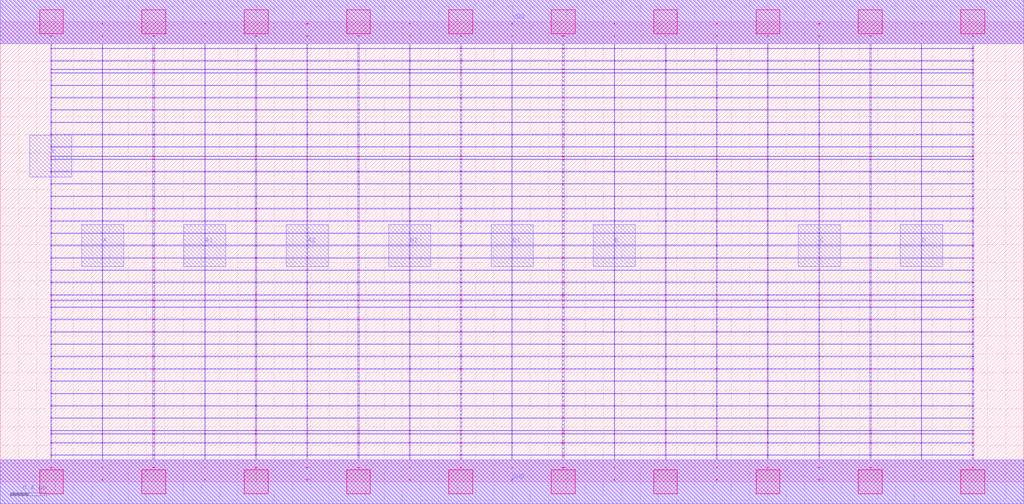
<source format=lef>
MACRO AAOAOI3311_DEBUG
 CLASS CORE ;
 FOREIGN AAOAOI3311_DEBUG 0 0 ;
 SIZE 11.200000000000001 BY 5.04 ;
 ORIGIN 0 0 ;
 SYMMETRY X Y R90 ;
 SITE unit ;
  PIN VDD
   DIRECTION INOUT ;
   USE SIGNAL ;
   SHAPE ABUTMENT ;
    PORT
     CLASS CORE ;
       LAYER met1 ;
        RECT 0.00000000 4.80000000 11.20000000 5.28000000 ;
       LAYER met2 ;
        RECT 0.00000000 4.80000000 11.20000000 5.28000000 ;
    END
  END VDD

  PIN GND
   DIRECTION INOUT ;
   USE SIGNAL ;
   SHAPE ABUTMENT ;
    PORT
     CLASS CORE ;
       LAYER met1 ;
        RECT 0.00000000 -0.24000000 11.20000000 0.24000000 ;
       LAYER met2 ;
        RECT 0.00000000 -0.24000000 11.20000000 0.24000000 ;
    END
  END GND

  PIN Y
   DIRECTION INOUT ;
   USE SIGNAL ;
   SHAPE ABUTMENT ;
    PORT
     CLASS CORE ;
       LAYER met2 ;
        RECT 0.32500000 3.33500000 0.78500000 3.79500000 ;
    END
  END Y

  PIN B2
   DIRECTION INOUT ;
   USE SIGNAL ;
   SHAPE ABUTMENT ;
    PORT
     CLASS CORE ;
       LAYER met2 ;
        RECT 4.25000000 2.35700000 4.71000000 2.81700000 ;
    END
  END B2

  PIN D
   DIRECTION INOUT ;
   USE SIGNAL ;
   SHAPE ABUTMENT ;
    PORT
     CLASS CORE ;
       LAYER met2 ;
        RECT 9.85000000 2.35700000 10.31000000 2.81700000 ;
    END
  END D

  PIN A
   DIRECTION INOUT ;
   USE SIGNAL ;
   SHAPE ABUTMENT ;
    PORT
     CLASS CORE ;
       LAYER met2 ;
        RECT 0.89000000 2.35700000 1.35000000 2.81700000 ;
    END
  END A

  PIN C
   DIRECTION INOUT ;
   USE SIGNAL ;
   SHAPE ABUTMENT ;
    PORT
     CLASS CORE ;
       LAYER met2 ;
        RECT 8.73000000 2.35700000 9.19000000 2.81700000 ;
    END
  END C

  PIN A2
   DIRECTION INOUT ;
   USE SIGNAL ;
   SHAPE ABUTMENT ;
    PORT
     CLASS CORE ;
       LAYER met2 ;
        RECT 3.13000000 2.35700000 3.59000000 2.81700000 ;
    END
  END A2

  PIN B
   DIRECTION INOUT ;
   USE SIGNAL ;
   SHAPE ABUTMENT ;
    PORT
     CLASS CORE ;
       LAYER met2 ;
        RECT 6.49000000 2.35700000 6.95000000 2.81700000 ;
    END
  END B

  PIN A1
   DIRECTION INOUT ;
   USE SIGNAL ;
   SHAPE ABUTMENT ;
    PORT
     CLASS CORE ;
       LAYER met2 ;
        RECT 2.01000000 2.35700000 2.47000000 2.81700000 ;
    END
  END A1

  PIN B1
   DIRECTION INOUT ;
   USE SIGNAL ;
   SHAPE ABUTMENT ;
    PORT
     CLASS CORE ;
       LAYER met2 ;
        RECT 5.37000000 2.35700000 5.83000000 2.81700000 ;
    END
  END B1

 OBS
    LAYER polycont ;
     RECT 5.59600000 2.58300000 5.60400000 2.59100000 ;
     RECT 5.59600000 2.71800000 5.60400000 2.72600000 ;
     RECT 5.59600000 2.85300000 5.60400000 2.86100000 ;
     RECT 5.59600000 2.98800000 5.60400000 2.99600000 ;
     RECT 7.83600000 2.58300000 7.84400000 2.59100000 ;
     RECT 8.39100000 2.58300000 8.40400000 2.59100000 ;
     RECT 8.95600000 2.58300000 8.96400000 2.59100000 ;
     RECT 9.51100000 2.58300000 9.52900000 2.59100000 ;
     RECT 10.07600000 2.58300000 10.08400000 2.59100000 ;
     RECT 10.63600000 2.58300000 10.64900000 2.59100000 ;
     RECT 6.15100000 2.58300000 6.16900000 2.59100000 ;
     RECT 6.15100000 2.71800000 6.16900000 2.72600000 ;
     RECT 6.71600000 2.71800000 6.72400000 2.72600000 ;
     RECT 7.27600000 2.71800000 7.28900000 2.72600000 ;
     RECT 7.83600000 2.71800000 7.84400000 2.72600000 ;
     RECT 8.39100000 2.71800000 8.40400000 2.72600000 ;
     RECT 8.95600000 2.71800000 8.96400000 2.72600000 ;
     RECT 9.51100000 2.71800000 9.52900000 2.72600000 ;
     RECT 10.07600000 2.71800000 10.08400000 2.72600000 ;
     RECT 10.63600000 2.71800000 10.64900000 2.72600000 ;
     RECT 6.71600000 2.58300000 6.72400000 2.59100000 ;
     RECT 6.15100000 2.85300000 6.16900000 2.86100000 ;
     RECT 6.71600000 2.85300000 6.72400000 2.86100000 ;
     RECT 7.27600000 2.85300000 7.28900000 2.86100000 ;
     RECT 7.83600000 2.85300000 7.84400000 2.86100000 ;
     RECT 8.39100000 2.85300000 8.40400000 2.86100000 ;
     RECT 8.95600000 2.85300000 8.96400000 2.86100000 ;
     RECT 9.51100000 2.85300000 9.52900000 2.86100000 ;
     RECT 10.07600000 2.85300000 10.08400000 2.86100000 ;
     RECT 10.63600000 2.85300000 10.64900000 2.86100000 ;
     RECT 7.27600000 2.58300000 7.28900000 2.59100000 ;
     RECT 6.15100000 2.98800000 6.16900000 2.99600000 ;
     RECT 6.71600000 2.98800000 6.72400000 2.99600000 ;
     RECT 7.27600000 2.98800000 7.28900000 2.99600000 ;
     RECT 7.83600000 2.98800000 7.84400000 2.99600000 ;
     RECT 8.39100000 2.98800000 8.40400000 2.99600000 ;
     RECT 8.95600000 2.98800000 8.96400000 2.99600000 ;
     RECT 9.51100000 2.98800000 9.52900000 2.99600000 ;
     RECT 10.07600000 2.98800000 10.08400000 2.99600000 ;
     RECT 10.63600000 2.98800000 10.64900000 2.99600000 ;
     RECT 7.83600000 3.12300000 7.84400000 3.13100000 ;
     RECT 7.83600000 3.25800000 7.84400000 3.26600000 ;
     RECT 7.83600000 3.39300000 7.84400000 3.40100000 ;
     RECT 7.83600000 3.52800000 7.84400000 3.53600000 ;
     RECT 7.83600000 3.56100000 7.84400000 3.56900000 ;
     RECT 7.83600000 3.66300000 7.84400000 3.67100000 ;
     RECT 7.83600000 3.79800000 7.84400000 3.80600000 ;
     RECT 7.83600000 3.93300000 7.84400000 3.94100000 ;
     RECT 7.83600000 4.06800000 7.84400000 4.07600000 ;
     RECT 7.83600000 4.20300000 7.84400000 4.21100000 ;
     RECT 7.83600000 4.33800000 7.84400000 4.34600000 ;
     RECT 7.83600000 4.47300000 7.84400000 4.48100000 ;
     RECT 7.83600000 4.51100000 7.84400000 4.51900000 ;
     RECT 7.83600000 4.60800000 7.84400000 4.61600000 ;
     RECT 7.83600000 4.74300000 7.84400000 4.75100000 ;
     RECT 7.83600000 4.87800000 7.84400000 4.88600000 ;
     RECT 1.67100000 2.58300000 1.68900000 2.59100000 ;
     RECT 0.55100000 2.98800000 0.56400000 2.99600000 ;
     RECT 1.11600000 2.98800000 1.12400000 2.99600000 ;
     RECT 1.67100000 2.98800000 1.68900000 2.99600000 ;
     RECT 2.23600000 2.98800000 2.24400000 2.99600000 ;
     RECT 2.79100000 2.98800000 2.80900000 2.99600000 ;
     RECT 3.35600000 2.98800000 3.36400000 2.99600000 ;
     RECT 3.91100000 2.98800000 3.92900000 2.99600000 ;
     RECT 4.47600000 2.98800000 4.48400000 2.99600000 ;
     RECT 5.03100000 2.98800000 5.04900000 2.99600000 ;
     RECT 2.23600000 2.58300000 2.24400000 2.59100000 ;
     RECT 2.79100000 2.58300000 2.80900000 2.59100000 ;
     RECT 3.35600000 2.58300000 3.36400000 2.59100000 ;
     RECT 3.91100000 2.58300000 3.92900000 2.59100000 ;
     RECT 4.47600000 2.58300000 4.48400000 2.59100000 ;
     RECT 5.03100000 2.58300000 5.04900000 2.59100000 ;
     RECT 0.55100000 2.58300000 0.56400000 2.59100000 ;
     RECT 0.55100000 2.71800000 0.56400000 2.72600000 ;
     RECT 0.55100000 2.85300000 0.56400000 2.86100000 ;
     RECT 1.11600000 2.85300000 1.12400000 2.86100000 ;
     RECT 1.67100000 2.85300000 1.68900000 2.86100000 ;
     RECT 2.23600000 2.85300000 2.24400000 2.86100000 ;
     RECT 2.79100000 2.85300000 2.80900000 2.86100000 ;
     RECT 3.35600000 2.85300000 3.36400000 2.86100000 ;
     RECT 3.91100000 2.85300000 3.92900000 2.86100000 ;
     RECT 4.47600000 2.85300000 4.48400000 2.86100000 ;
     RECT 5.03100000 2.85300000 5.04900000 2.86100000 ;
     RECT 1.11600000 2.71800000 1.12400000 2.72600000 ;
     RECT 1.67100000 2.71800000 1.68900000 2.72600000 ;
     RECT 2.23600000 2.71800000 2.24400000 2.72600000 ;
     RECT 2.79100000 2.71800000 2.80900000 2.72600000 ;
     RECT 3.35600000 2.71800000 3.36400000 2.72600000 ;
     RECT 3.91100000 2.71800000 3.92900000 2.72600000 ;
     RECT 4.47600000 2.71800000 4.48400000 2.72600000 ;
     RECT 5.03100000 2.71800000 5.04900000 2.72600000 ;
     RECT 1.11600000 2.58300000 1.12400000 2.59100000 ;
     RECT 7.83600000 1.63800000 7.84400000 1.64600000 ;
     RECT 7.83600000 1.77300000 7.84400000 1.78100000 ;
     RECT 7.83600000 1.90800000 7.84400000 1.91600000 ;
     RECT 7.83600000 1.98100000 7.84400000 1.98900000 ;
     RECT 7.83600000 2.04300000 7.84400000 2.05100000 ;
     RECT 7.83600000 2.17800000 7.84400000 2.18600000 ;
     RECT 7.83600000 2.31300000 7.84400000 2.32100000 ;
     RECT 7.83600000 2.44800000 7.84400000 2.45600000 ;
     RECT 7.83600000 0.15300000 7.84400000 0.16100000 ;
     RECT 7.83600000 0.28800000 7.84400000 0.29600000 ;
     RECT 7.83600000 0.42300000 7.84400000 0.43100000 ;
     RECT 7.83600000 0.52100000 7.84400000 0.52900000 ;
     RECT 7.83600000 0.55800000 7.84400000 0.56600000 ;
     RECT 7.83600000 0.69300000 7.84400000 0.70100000 ;
     RECT 7.83600000 0.82800000 7.84400000 0.83600000 ;
     RECT 7.83600000 0.96300000 7.84400000 0.97100000 ;
     RECT 7.83600000 1.09800000 7.84400000 1.10600000 ;
     RECT 7.83600000 1.23300000 7.84400000 1.24100000 ;
     RECT 7.83600000 1.36800000 7.84400000 1.37600000 ;
     RECT 7.83600000 1.50300000 7.84400000 1.51100000 ;

    LAYER pdiffc ;
     RECT 0.55100000 3.39300000 0.55900000 3.40100000 ;
     RECT 7.28100000 3.39300000 7.28900000 3.40100000 ;
     RECT 8.39100000 3.39300000 8.39900000 3.40100000 ;
     RECT 10.64100000 3.39300000 10.64900000 3.40100000 ;
     RECT 0.55100000 3.52800000 0.55900000 3.53600000 ;
     RECT 7.28100000 3.52800000 7.28900000 3.53600000 ;
     RECT 8.39100000 3.52800000 8.39900000 3.53600000 ;
     RECT 10.64100000 3.52800000 10.64900000 3.53600000 ;
     RECT 0.55100000 3.56100000 0.55900000 3.56900000 ;
     RECT 7.28100000 3.56100000 7.28900000 3.56900000 ;
     RECT 8.39100000 3.56100000 8.39900000 3.56900000 ;
     RECT 10.64100000 3.56100000 10.64900000 3.56900000 ;
     RECT 0.55100000 3.66300000 0.55900000 3.67100000 ;
     RECT 7.28100000 3.66300000 7.28900000 3.67100000 ;
     RECT 8.39100000 3.66300000 8.39900000 3.67100000 ;
     RECT 10.64100000 3.66300000 10.64900000 3.67100000 ;
     RECT 0.55100000 3.79800000 0.55900000 3.80600000 ;
     RECT 7.28100000 3.79800000 7.28900000 3.80600000 ;
     RECT 8.39100000 3.79800000 8.39900000 3.80600000 ;
     RECT 10.64100000 3.79800000 10.64900000 3.80600000 ;
     RECT 0.55100000 3.93300000 0.55900000 3.94100000 ;
     RECT 7.28100000 3.93300000 7.28900000 3.94100000 ;
     RECT 8.39100000 3.93300000 8.39900000 3.94100000 ;
     RECT 10.64100000 3.93300000 10.64900000 3.94100000 ;
     RECT 0.55100000 4.06800000 0.55900000 4.07600000 ;
     RECT 7.28100000 4.06800000 7.28900000 4.07600000 ;
     RECT 8.39100000 4.06800000 8.39900000 4.07600000 ;
     RECT 10.64100000 4.06800000 10.64900000 4.07600000 ;
     RECT 0.55100000 4.20300000 0.55900000 4.21100000 ;
     RECT 7.28100000 4.20300000 7.28900000 4.21100000 ;
     RECT 8.39100000 4.20300000 8.39900000 4.21100000 ;
     RECT 10.64100000 4.20300000 10.64900000 4.21100000 ;
     RECT 0.55100000 4.33800000 0.55900000 4.34600000 ;
     RECT 7.28100000 4.33800000 7.28900000 4.34600000 ;
     RECT 8.39100000 4.33800000 8.39900000 4.34600000 ;
     RECT 10.64100000 4.33800000 10.64900000 4.34600000 ;
     RECT 0.55100000 4.47300000 0.55900000 4.48100000 ;
     RECT 7.28100000 4.47300000 7.28900000 4.48100000 ;
     RECT 8.39100000 4.47300000 8.39900000 4.48100000 ;
     RECT 10.64100000 4.47300000 10.64900000 4.48100000 ;
     RECT 0.55100000 4.51100000 0.55900000 4.51900000 ;
     RECT 7.28100000 4.51100000 7.28900000 4.51900000 ;
     RECT 8.39100000 4.51100000 8.39900000 4.51900000 ;
     RECT 10.64100000 4.51100000 10.64900000 4.51900000 ;
     RECT 0.55100000 4.60800000 0.55900000 4.61600000 ;
     RECT 7.28100000 4.60800000 7.28900000 4.61600000 ;
     RECT 8.39100000 4.60800000 8.39900000 4.61600000 ;
     RECT 10.64100000 4.60800000 10.64900000 4.61600000 ;

    LAYER ndiffc ;
     RECT 6.15100000 0.42300000 6.16900000 0.43100000 ;
     RECT 7.27600000 0.42300000 7.28900000 0.43100000 ;
     RECT 8.39100000 0.42300000 8.40400000 0.43100000 ;
     RECT 9.51100000 0.42300000 9.52900000 0.43100000 ;
     RECT 10.63600000 0.42300000 10.64900000 0.43100000 ;
     RECT 6.15100000 0.52100000 6.16900000 0.52900000 ;
     RECT 7.27600000 0.52100000 7.28900000 0.52900000 ;
     RECT 8.39100000 0.52100000 8.40400000 0.52900000 ;
     RECT 9.51100000 0.52100000 9.52900000 0.52900000 ;
     RECT 10.63600000 0.52100000 10.64900000 0.52900000 ;
     RECT 6.15100000 0.55800000 6.16900000 0.56600000 ;
     RECT 7.27600000 0.55800000 7.28900000 0.56600000 ;
     RECT 8.39100000 0.55800000 8.40400000 0.56600000 ;
     RECT 9.51100000 0.55800000 9.52900000 0.56600000 ;
     RECT 10.63600000 0.55800000 10.64900000 0.56600000 ;
     RECT 6.15100000 0.69300000 6.16900000 0.70100000 ;
     RECT 7.27600000 0.69300000 7.28900000 0.70100000 ;
     RECT 8.39100000 0.69300000 8.40400000 0.70100000 ;
     RECT 9.51100000 0.69300000 9.52900000 0.70100000 ;
     RECT 10.63600000 0.69300000 10.64900000 0.70100000 ;
     RECT 6.15100000 0.82800000 6.16900000 0.83600000 ;
     RECT 7.27600000 0.82800000 7.28900000 0.83600000 ;
     RECT 8.39100000 0.82800000 8.40400000 0.83600000 ;
     RECT 9.51100000 0.82800000 9.52900000 0.83600000 ;
     RECT 10.63600000 0.82800000 10.64900000 0.83600000 ;
     RECT 6.15100000 0.96300000 6.16900000 0.97100000 ;
     RECT 7.27600000 0.96300000 7.28900000 0.97100000 ;
     RECT 8.39100000 0.96300000 8.40400000 0.97100000 ;
     RECT 9.51100000 0.96300000 9.52900000 0.97100000 ;
     RECT 10.63600000 0.96300000 10.64900000 0.97100000 ;
     RECT 6.15100000 1.09800000 6.16900000 1.10600000 ;
     RECT 7.27600000 1.09800000 7.28900000 1.10600000 ;
     RECT 8.39100000 1.09800000 8.40400000 1.10600000 ;
     RECT 9.51100000 1.09800000 9.52900000 1.10600000 ;
     RECT 10.63600000 1.09800000 10.64900000 1.10600000 ;
     RECT 6.15100000 1.23300000 6.16900000 1.24100000 ;
     RECT 7.27600000 1.23300000 7.28900000 1.24100000 ;
     RECT 8.39100000 1.23300000 8.40400000 1.24100000 ;
     RECT 9.51100000 1.23300000 9.52900000 1.24100000 ;
     RECT 10.63600000 1.23300000 10.64900000 1.24100000 ;
     RECT 6.15100000 1.36800000 6.16900000 1.37600000 ;
     RECT 7.27600000 1.36800000 7.28900000 1.37600000 ;
     RECT 8.39100000 1.36800000 8.40400000 1.37600000 ;
     RECT 9.51100000 1.36800000 9.52900000 1.37600000 ;
     RECT 10.63600000 1.36800000 10.64900000 1.37600000 ;
     RECT 6.15100000 1.50300000 6.16900000 1.51100000 ;
     RECT 7.27600000 1.50300000 7.28900000 1.51100000 ;
     RECT 8.39100000 1.50300000 8.40400000 1.51100000 ;
     RECT 9.51100000 1.50300000 9.52900000 1.51100000 ;
     RECT 10.63600000 1.50300000 10.64900000 1.51100000 ;
     RECT 6.15100000 1.63800000 6.16900000 1.64600000 ;
     RECT 7.27600000 1.63800000 7.28900000 1.64600000 ;
     RECT 8.39100000 1.63800000 8.40400000 1.64600000 ;
     RECT 9.51100000 1.63800000 9.52900000 1.64600000 ;
     RECT 10.63600000 1.63800000 10.64900000 1.64600000 ;
     RECT 6.15100000 1.77300000 6.16900000 1.78100000 ;
     RECT 7.27600000 1.77300000 7.28900000 1.78100000 ;
     RECT 8.39100000 1.77300000 8.40400000 1.78100000 ;
     RECT 9.51100000 1.77300000 9.52900000 1.78100000 ;
     RECT 10.63600000 1.77300000 10.64900000 1.78100000 ;
     RECT 6.15100000 1.90800000 6.16900000 1.91600000 ;
     RECT 7.27600000 1.90800000 7.28900000 1.91600000 ;
     RECT 8.39100000 1.90800000 8.40400000 1.91600000 ;
     RECT 9.51100000 1.90800000 9.52900000 1.91600000 ;
     RECT 10.63600000 1.90800000 10.64900000 1.91600000 ;
     RECT 6.15100000 1.98100000 6.16900000 1.98900000 ;
     RECT 7.27600000 1.98100000 7.28900000 1.98900000 ;
     RECT 8.39100000 1.98100000 8.40400000 1.98900000 ;
     RECT 9.51100000 1.98100000 9.52900000 1.98900000 ;
     RECT 10.63600000 1.98100000 10.64900000 1.98900000 ;
     RECT 6.15100000 2.04300000 6.16900000 2.05100000 ;
     RECT 7.27600000 2.04300000 7.28900000 2.05100000 ;
     RECT 8.39100000 2.04300000 8.40400000 2.05100000 ;
     RECT 9.51100000 2.04300000 9.52900000 2.05100000 ;
     RECT 10.63600000 2.04300000 10.64900000 2.05100000 ;
     RECT 0.55100000 0.42300000 0.56400000 0.43100000 ;
     RECT 1.67100000 0.42300000 1.68900000 0.43100000 ;
     RECT 2.79100000 0.42300000 2.80900000 0.43100000 ;
     RECT 3.91100000 0.42300000 3.92900000 0.43100000 ;
     RECT 5.03100000 0.42300000 5.04900000 0.43100000 ;
     RECT 0.55100000 1.36800000 0.56400000 1.37600000 ;
     RECT 1.67100000 1.36800000 1.68900000 1.37600000 ;
     RECT 2.79100000 1.36800000 2.80900000 1.37600000 ;
     RECT 3.91100000 1.36800000 3.92900000 1.37600000 ;
     RECT 5.03100000 1.36800000 5.04900000 1.37600000 ;
     RECT 0.55100000 0.82800000 0.56400000 0.83600000 ;
     RECT 1.67100000 0.82800000 1.68900000 0.83600000 ;
     RECT 2.79100000 0.82800000 2.80900000 0.83600000 ;
     RECT 3.91100000 0.82800000 3.92900000 0.83600000 ;
     RECT 5.03100000 0.82800000 5.04900000 0.83600000 ;
     RECT 0.55100000 1.50300000 0.56400000 1.51100000 ;
     RECT 1.67100000 1.50300000 1.68900000 1.51100000 ;
     RECT 2.79100000 1.50300000 2.80900000 1.51100000 ;
     RECT 3.91100000 1.50300000 3.92900000 1.51100000 ;
     RECT 5.03100000 1.50300000 5.04900000 1.51100000 ;
     RECT 0.55100000 0.55800000 0.56400000 0.56600000 ;
     RECT 1.67100000 0.55800000 1.68900000 0.56600000 ;
     RECT 2.79100000 0.55800000 2.80900000 0.56600000 ;
     RECT 3.91100000 0.55800000 3.92900000 0.56600000 ;
     RECT 5.03100000 0.55800000 5.04900000 0.56600000 ;
     RECT 0.55100000 1.63800000 0.56400000 1.64600000 ;
     RECT 1.67100000 1.63800000 1.68900000 1.64600000 ;
     RECT 2.79100000 1.63800000 2.80900000 1.64600000 ;
     RECT 3.91100000 1.63800000 3.92900000 1.64600000 ;
     RECT 5.03100000 1.63800000 5.04900000 1.64600000 ;
     RECT 0.55100000 0.96300000 0.56400000 0.97100000 ;
     RECT 1.67100000 0.96300000 1.68900000 0.97100000 ;
     RECT 2.79100000 0.96300000 2.80900000 0.97100000 ;
     RECT 3.91100000 0.96300000 3.92900000 0.97100000 ;
     RECT 5.03100000 0.96300000 5.04900000 0.97100000 ;
     RECT 0.55100000 1.77300000 0.56400000 1.78100000 ;
     RECT 1.67100000 1.77300000 1.68900000 1.78100000 ;
     RECT 2.79100000 1.77300000 2.80900000 1.78100000 ;
     RECT 3.91100000 1.77300000 3.92900000 1.78100000 ;
     RECT 5.03100000 1.77300000 5.04900000 1.78100000 ;
     RECT 0.55100000 0.52100000 0.56400000 0.52900000 ;
     RECT 1.67100000 0.52100000 1.68900000 0.52900000 ;
     RECT 2.79100000 0.52100000 2.80900000 0.52900000 ;
     RECT 3.91100000 0.52100000 3.92900000 0.52900000 ;
     RECT 5.03100000 0.52100000 5.04900000 0.52900000 ;
     RECT 0.55100000 1.90800000 0.56400000 1.91600000 ;
     RECT 1.67100000 1.90800000 1.68900000 1.91600000 ;
     RECT 2.79100000 1.90800000 2.80900000 1.91600000 ;
     RECT 3.91100000 1.90800000 3.92900000 1.91600000 ;
     RECT 5.03100000 1.90800000 5.04900000 1.91600000 ;
     RECT 0.55100000 1.09800000 0.56400000 1.10600000 ;
     RECT 1.67100000 1.09800000 1.68900000 1.10600000 ;
     RECT 2.79100000 1.09800000 2.80900000 1.10600000 ;
     RECT 3.91100000 1.09800000 3.92900000 1.10600000 ;
     RECT 5.03100000 1.09800000 5.04900000 1.10600000 ;
     RECT 0.55100000 1.98100000 0.56400000 1.98900000 ;
     RECT 1.67100000 1.98100000 1.68900000 1.98900000 ;
     RECT 2.79100000 1.98100000 2.80900000 1.98900000 ;
     RECT 3.91100000 1.98100000 3.92900000 1.98900000 ;
     RECT 5.03100000 1.98100000 5.04900000 1.98900000 ;
     RECT 0.55100000 0.69300000 0.56400000 0.70100000 ;
     RECT 1.67100000 0.69300000 1.68900000 0.70100000 ;
     RECT 2.79100000 0.69300000 2.80900000 0.70100000 ;
     RECT 3.91100000 0.69300000 3.92900000 0.70100000 ;
     RECT 5.03100000 0.69300000 5.04900000 0.70100000 ;
     RECT 0.55100000 2.04300000 0.56400000 2.05100000 ;
     RECT 1.67100000 2.04300000 1.68900000 2.05100000 ;
     RECT 2.79100000 2.04300000 2.80900000 2.05100000 ;
     RECT 3.91100000 2.04300000 3.92900000 2.05100000 ;
     RECT 5.03100000 2.04300000 5.04900000 2.05100000 ;
     RECT 0.55100000 1.23300000 0.56400000 1.24100000 ;
     RECT 1.67100000 1.23300000 1.68900000 1.24100000 ;
     RECT 2.79100000 1.23300000 2.80900000 1.24100000 ;
     RECT 3.91100000 1.23300000 3.92900000 1.24100000 ;
     RECT 5.03100000 1.23300000 5.04900000 1.24100000 ;

    LAYER met1 ;
     RECT 0.00000000 -0.24000000 11.20000000 0.24000000 ;
     RECT 5.59600000 0.24000000 5.60400000 0.28800000 ;
     RECT 0.55100000 0.28800000 10.64900000 0.29600000 ;
     RECT 5.59600000 0.29600000 5.60400000 0.42300000 ;
     RECT 0.55100000 0.42300000 10.64900000 0.43100000 ;
     RECT 5.59600000 0.43100000 5.60400000 0.52100000 ;
     RECT 0.55100000 0.52100000 10.64900000 0.52900000 ;
     RECT 5.59600000 0.52900000 5.60400000 0.55800000 ;
     RECT 0.55100000 0.55800000 10.64900000 0.56600000 ;
     RECT 5.59600000 0.56600000 5.60400000 0.69300000 ;
     RECT 0.55100000 0.69300000 10.64900000 0.70100000 ;
     RECT 5.59600000 0.70100000 5.60400000 0.82800000 ;
     RECT 0.55100000 0.82800000 10.64900000 0.83600000 ;
     RECT 5.59600000 0.83600000 5.60400000 0.96300000 ;
     RECT 0.55100000 0.96300000 10.64900000 0.97100000 ;
     RECT 5.59600000 0.97100000 5.60400000 1.09800000 ;
     RECT 0.55100000 1.09800000 10.64900000 1.10600000 ;
     RECT 5.59600000 1.10600000 5.60400000 1.23300000 ;
     RECT 0.55100000 1.23300000 10.64900000 1.24100000 ;
     RECT 5.59600000 1.24100000 5.60400000 1.36800000 ;
     RECT 0.55100000 1.36800000 10.64900000 1.37600000 ;
     RECT 5.59600000 1.37600000 5.60400000 1.50300000 ;
     RECT 0.55100000 1.50300000 10.64900000 1.51100000 ;
     RECT 5.59600000 1.51100000 5.60400000 1.63800000 ;
     RECT 0.55100000 1.63800000 10.64900000 1.64600000 ;
     RECT 5.59600000 1.64600000 5.60400000 1.77300000 ;
     RECT 0.55100000 1.77300000 10.64900000 1.78100000 ;
     RECT 5.59600000 1.78100000 5.60400000 1.90800000 ;
     RECT 0.55100000 1.90800000 10.64900000 1.91600000 ;
     RECT 5.59600000 1.91600000 5.60400000 1.98100000 ;
     RECT 0.55100000 1.98100000 10.64900000 1.98900000 ;
     RECT 5.59600000 1.98900000 5.60400000 2.04300000 ;
     RECT 0.55100000 2.04300000 10.64900000 2.05100000 ;
     RECT 5.59600000 2.05100000 5.60400000 2.17800000 ;
     RECT 0.55100000 2.17800000 10.64900000 2.18600000 ;
     RECT 5.59600000 2.18600000 5.60400000 2.31300000 ;
     RECT 0.55100000 2.31300000 10.64900000 2.32100000 ;
     RECT 5.59600000 2.32100000 5.60400000 2.44800000 ;
     RECT 0.55100000 2.44800000 10.64900000 2.45600000 ;
     RECT 0.55100000 2.45600000 0.56400000 2.58300000 ;
     RECT 1.11600000 2.45600000 1.12400000 2.58300000 ;
     RECT 1.67100000 2.45600000 1.68900000 2.58300000 ;
     RECT 2.23600000 2.45600000 2.24400000 2.58300000 ;
     RECT 2.79100000 2.45600000 2.80900000 2.58300000 ;
     RECT 3.35600000 2.45600000 3.36400000 2.58300000 ;
     RECT 3.91100000 2.45600000 3.92900000 2.58300000 ;
     RECT 4.47600000 2.45600000 4.48400000 2.58300000 ;
     RECT 5.03100000 2.45600000 5.04900000 2.58300000 ;
     RECT 5.59600000 2.45600000 5.60400000 2.58300000 ;
     RECT 6.15100000 2.45600000 6.16900000 2.58300000 ;
     RECT 6.71600000 2.45600000 6.72400000 2.58300000 ;
     RECT 7.27600000 2.45600000 7.28900000 2.58300000 ;
     RECT 7.83600000 2.45600000 7.84400000 2.58300000 ;
     RECT 8.39100000 2.45600000 8.40400000 2.58300000 ;
     RECT 8.95600000 2.45600000 8.96400000 2.58300000 ;
     RECT 9.51100000 2.45600000 9.52900000 2.58300000 ;
     RECT 10.07600000 2.45600000 10.08400000 2.58300000 ;
     RECT 10.63600000 2.45600000 10.64900000 2.58300000 ;
     RECT 0.55100000 2.58300000 10.64900000 2.59100000 ;
     RECT 5.59600000 2.59100000 5.60400000 2.71800000 ;
     RECT 0.55100000 2.71800000 10.64900000 2.72600000 ;
     RECT 5.59600000 2.72600000 5.60400000 2.85300000 ;
     RECT 0.55100000 2.85300000 10.64900000 2.86100000 ;
     RECT 5.59600000 2.86100000 5.60400000 2.98800000 ;
     RECT 0.55100000 2.98800000 10.64900000 2.99600000 ;
     RECT 5.59600000 2.99600000 5.60400000 3.12300000 ;
     RECT 0.55100000 3.12300000 10.64900000 3.13100000 ;
     RECT 5.59600000 3.13100000 5.60400000 3.25800000 ;
     RECT 0.55100000 3.25800000 10.64900000 3.26600000 ;
     RECT 5.59600000 3.26600000 5.60400000 3.39300000 ;
     RECT 0.55100000 3.39300000 10.64900000 3.40100000 ;
     RECT 5.59600000 3.40100000 5.60400000 3.52800000 ;
     RECT 0.55100000 3.52800000 10.64900000 3.53600000 ;
     RECT 5.59600000 3.53600000 5.60400000 3.56100000 ;
     RECT 0.55100000 3.56100000 10.64900000 3.56900000 ;
     RECT 5.59600000 3.56900000 5.60400000 3.66300000 ;
     RECT 0.55100000 3.66300000 10.64900000 3.67100000 ;
     RECT 5.59600000 3.67100000 5.60400000 3.79800000 ;
     RECT 0.55100000 3.79800000 10.64900000 3.80600000 ;
     RECT 5.59600000 3.80600000 5.60400000 3.93300000 ;
     RECT 0.55100000 3.93300000 10.64900000 3.94100000 ;
     RECT 5.59600000 3.94100000 5.60400000 4.06800000 ;
     RECT 0.55100000 4.06800000 10.64900000 4.07600000 ;
     RECT 5.59600000 4.07600000 5.60400000 4.20300000 ;
     RECT 0.55100000 4.20300000 10.64900000 4.21100000 ;
     RECT 5.59600000 4.21100000 5.60400000 4.33800000 ;
     RECT 0.55100000 4.33800000 10.64900000 4.34600000 ;
     RECT 5.59600000 4.34600000 5.60400000 4.47300000 ;
     RECT 0.55100000 4.47300000 10.64900000 4.48100000 ;
     RECT 5.59600000 4.48100000 5.60400000 4.51100000 ;
     RECT 0.55100000 4.51100000 10.64900000 4.51900000 ;
     RECT 5.59600000 4.51900000 5.60400000 4.60800000 ;
     RECT 0.55100000 4.60800000 10.64900000 4.61600000 ;
     RECT 5.59600000 4.61600000 5.60400000 4.74300000 ;
     RECT 0.55100000 4.74300000 10.64900000 4.75100000 ;
     RECT 5.59600000 4.75100000 5.60400000 4.80000000 ;
     RECT 0.00000000 4.80000000 11.20000000 5.28000000 ;
     RECT 8.39100000 2.99600000 8.40400000 3.12300000 ;
     RECT 8.39100000 3.13100000 8.40400000 3.25800000 ;
     RECT 8.39100000 3.26600000 8.40400000 3.39300000 ;
     RECT 8.39100000 3.40100000 8.40400000 3.52800000 ;
     RECT 8.39100000 3.53600000 8.40400000 3.56100000 ;
     RECT 8.39100000 2.72600000 8.40400000 2.85300000 ;
     RECT 8.39100000 3.56900000 8.40400000 3.66300000 ;
     RECT 8.39100000 3.67100000 8.40400000 3.79800000 ;
     RECT 6.15100000 3.80600000 6.16900000 3.93300000 ;
     RECT 6.71600000 3.80600000 6.72400000 3.93300000 ;
     RECT 7.27600000 3.80600000 7.28900000 3.93300000 ;
     RECT 7.83600000 3.80600000 7.84400000 3.93300000 ;
     RECT 8.39100000 3.80600000 8.40400000 3.93300000 ;
     RECT 8.95600000 3.80600000 8.96400000 3.93300000 ;
     RECT 9.51100000 3.80600000 9.52900000 3.93300000 ;
     RECT 10.07600000 3.80600000 10.08400000 3.93300000 ;
     RECT 10.63600000 3.80600000 10.64900000 3.93300000 ;
     RECT 8.39100000 3.94100000 8.40400000 4.06800000 ;
     RECT 8.39100000 4.07600000 8.40400000 4.20300000 ;
     RECT 8.39100000 4.21100000 8.40400000 4.33800000 ;
     RECT 8.39100000 2.86100000 8.40400000 2.98800000 ;
     RECT 8.39100000 4.34600000 8.40400000 4.47300000 ;
     RECT 8.39100000 4.48100000 8.40400000 4.51100000 ;
     RECT 8.39100000 2.59100000 8.40400000 2.71800000 ;
     RECT 8.39100000 4.51900000 8.40400000 4.60800000 ;
     RECT 8.39100000 4.61600000 8.40400000 4.74300000 ;
     RECT 8.39100000 4.75100000 8.40400000 4.80000000 ;
     RECT 9.51100000 3.94100000 9.52900000 4.06800000 ;
     RECT 8.95600000 4.21100000 8.96400000 4.33800000 ;
     RECT 9.51100000 4.21100000 9.52900000 4.33800000 ;
     RECT 10.07600000 4.21100000 10.08400000 4.33800000 ;
     RECT 10.63600000 4.21100000 10.64900000 4.33800000 ;
     RECT 10.07600000 3.94100000 10.08400000 4.06800000 ;
     RECT 10.63600000 3.94100000 10.64900000 4.06800000 ;
     RECT 8.95600000 4.34600000 8.96400000 4.47300000 ;
     RECT 9.51100000 4.34600000 9.52900000 4.47300000 ;
     RECT 10.07600000 4.34600000 10.08400000 4.47300000 ;
     RECT 10.63600000 4.34600000 10.64900000 4.47300000 ;
     RECT 8.95600000 3.94100000 8.96400000 4.06800000 ;
     RECT 8.95600000 4.48100000 8.96400000 4.51100000 ;
     RECT 9.51100000 4.48100000 9.52900000 4.51100000 ;
     RECT 10.07600000 4.48100000 10.08400000 4.51100000 ;
     RECT 10.63600000 4.48100000 10.64900000 4.51100000 ;
     RECT 8.95600000 4.07600000 8.96400000 4.20300000 ;
     RECT 9.51100000 4.07600000 9.52900000 4.20300000 ;
     RECT 8.95600000 4.51900000 8.96400000 4.60800000 ;
     RECT 9.51100000 4.51900000 9.52900000 4.60800000 ;
     RECT 10.07600000 4.51900000 10.08400000 4.60800000 ;
     RECT 10.63600000 4.51900000 10.64900000 4.60800000 ;
     RECT 10.07600000 4.07600000 10.08400000 4.20300000 ;
     RECT 8.95600000 4.61600000 8.96400000 4.74300000 ;
     RECT 9.51100000 4.61600000 9.52900000 4.74300000 ;
     RECT 10.07600000 4.61600000 10.08400000 4.74300000 ;
     RECT 10.63600000 4.61600000 10.64900000 4.74300000 ;
     RECT 10.63600000 4.07600000 10.64900000 4.20300000 ;
     RECT 8.95600000 4.75100000 8.96400000 4.80000000 ;
     RECT 9.51100000 4.75100000 9.52900000 4.80000000 ;
     RECT 10.07600000 4.75100000 10.08400000 4.80000000 ;
     RECT 10.63600000 4.75100000 10.64900000 4.80000000 ;
     RECT 6.71600000 4.07600000 6.72400000 4.20300000 ;
     RECT 7.27600000 4.07600000 7.28900000 4.20300000 ;
     RECT 7.83600000 4.07600000 7.84400000 4.20300000 ;
     RECT 6.71600000 3.94100000 6.72400000 4.06800000 ;
     RECT 7.27600000 3.94100000 7.28900000 4.06800000 ;
     RECT 6.15100000 4.51900000 6.16900000 4.60800000 ;
     RECT 6.71600000 4.51900000 6.72400000 4.60800000 ;
     RECT 7.27600000 4.51900000 7.28900000 4.60800000 ;
     RECT 7.83600000 4.51900000 7.84400000 4.60800000 ;
     RECT 7.83600000 3.94100000 7.84400000 4.06800000 ;
     RECT 6.15100000 4.34600000 6.16900000 4.47300000 ;
     RECT 6.71600000 4.34600000 6.72400000 4.47300000 ;
     RECT 7.27600000 4.34600000 7.28900000 4.47300000 ;
     RECT 7.83600000 4.34600000 7.84400000 4.47300000 ;
     RECT 6.15100000 4.61600000 6.16900000 4.74300000 ;
     RECT 6.71600000 4.61600000 6.72400000 4.74300000 ;
     RECT 7.27600000 4.61600000 7.28900000 4.74300000 ;
     RECT 7.83600000 4.61600000 7.84400000 4.74300000 ;
     RECT 6.15100000 3.94100000 6.16900000 4.06800000 ;
     RECT 6.15100000 4.07600000 6.16900000 4.20300000 ;
     RECT 6.15100000 4.21100000 6.16900000 4.33800000 ;
     RECT 6.71600000 4.21100000 6.72400000 4.33800000 ;
     RECT 7.27600000 4.21100000 7.28900000 4.33800000 ;
     RECT 6.15100000 4.75100000 6.16900000 4.80000000 ;
     RECT 6.71600000 4.75100000 6.72400000 4.80000000 ;
     RECT 7.27600000 4.75100000 7.28900000 4.80000000 ;
     RECT 7.83600000 4.75100000 7.84400000 4.80000000 ;
     RECT 6.15100000 4.48100000 6.16900000 4.51100000 ;
     RECT 6.71600000 4.48100000 6.72400000 4.51100000 ;
     RECT 7.27600000 4.48100000 7.28900000 4.51100000 ;
     RECT 7.83600000 4.48100000 7.84400000 4.51100000 ;
     RECT 7.83600000 4.21100000 7.84400000 4.33800000 ;
     RECT 7.27600000 3.53600000 7.28900000 3.56100000 ;
     RECT 7.83600000 3.53600000 7.84400000 3.56100000 ;
     RECT 7.83600000 3.13100000 7.84400000 3.25800000 ;
     RECT 6.15100000 2.86100000 6.16900000 2.98800000 ;
     RECT 6.71600000 2.86100000 6.72400000 2.98800000 ;
     RECT 7.83600000 2.72600000 7.84400000 2.85300000 ;
     RECT 6.15100000 3.13100000 6.16900000 3.25800000 ;
     RECT 6.15100000 3.56900000 6.16900000 3.66300000 ;
     RECT 6.71600000 3.56900000 6.72400000 3.66300000 ;
     RECT 7.27600000 3.56900000 7.28900000 3.66300000 ;
     RECT 7.83600000 3.56900000 7.84400000 3.66300000 ;
     RECT 6.15100000 2.59100000 6.16900000 2.71800000 ;
     RECT 6.15100000 3.67100000 6.16900000 3.79800000 ;
     RECT 6.71600000 3.67100000 6.72400000 3.79800000 ;
     RECT 7.27600000 2.86100000 7.28900000 2.98800000 ;
     RECT 7.83600000 2.86100000 7.84400000 2.98800000 ;
     RECT 7.27600000 3.67100000 7.28900000 3.79800000 ;
     RECT 7.83600000 3.67100000 7.84400000 3.79800000 ;
     RECT 6.15100000 2.99600000 6.16900000 3.12300000 ;
     RECT 6.15100000 3.26600000 6.16900000 3.39300000 ;
     RECT 6.71600000 3.26600000 6.72400000 3.39300000 ;
     RECT 7.27600000 3.26600000 7.28900000 3.39300000 ;
     RECT 7.83600000 3.26600000 7.84400000 3.39300000 ;
     RECT 6.71600000 3.13100000 6.72400000 3.25800000 ;
     RECT 6.71600000 2.59100000 6.72400000 2.71800000 ;
     RECT 6.15100000 2.72600000 6.16900000 2.85300000 ;
     RECT 6.15100000 3.40100000 6.16900000 3.52800000 ;
     RECT 6.71600000 3.40100000 6.72400000 3.52800000 ;
     RECT 6.71600000 2.99600000 6.72400000 3.12300000 ;
     RECT 7.27600000 2.99600000 7.28900000 3.12300000 ;
     RECT 7.27600000 3.40100000 7.28900000 3.52800000 ;
     RECT 7.27600000 2.59100000 7.28900000 2.71800000 ;
     RECT 7.83600000 2.59100000 7.84400000 2.71800000 ;
     RECT 7.83600000 3.40100000 7.84400000 3.52800000 ;
     RECT 7.27600000 3.13100000 7.28900000 3.25800000 ;
     RECT 6.71600000 2.72600000 6.72400000 2.85300000 ;
     RECT 7.27600000 2.72600000 7.28900000 2.85300000 ;
     RECT 6.15100000 3.53600000 6.16900000 3.56100000 ;
     RECT 6.71600000 3.53600000 6.72400000 3.56100000 ;
     RECT 7.83600000 2.99600000 7.84400000 3.12300000 ;
     RECT 10.07600000 3.56900000 10.08400000 3.66300000 ;
     RECT 10.63600000 3.56900000 10.64900000 3.66300000 ;
     RECT 8.95600000 2.72600000 8.96400000 2.85300000 ;
     RECT 9.51100000 2.72600000 9.52900000 2.85300000 ;
     RECT 8.95600000 2.99600000 8.96400000 3.12300000 ;
     RECT 8.95600000 3.40100000 8.96400000 3.52800000 ;
     RECT 10.63600000 2.86100000 10.64900000 2.98800000 ;
     RECT 9.51100000 3.40100000 9.52900000 3.52800000 ;
     RECT 10.07600000 3.40100000 10.08400000 3.52800000 ;
     RECT 10.63600000 3.40100000 10.64900000 3.52800000 ;
     RECT 8.95600000 3.67100000 8.96400000 3.79800000 ;
     RECT 9.51100000 3.67100000 9.52900000 3.79800000 ;
     RECT 10.07600000 3.67100000 10.08400000 3.79800000 ;
     RECT 10.63600000 3.67100000 10.64900000 3.79800000 ;
     RECT 10.07600000 2.72600000 10.08400000 2.85300000 ;
     RECT 10.63600000 2.72600000 10.64900000 2.85300000 ;
     RECT 9.51100000 2.99600000 9.52900000 3.12300000 ;
     RECT 8.95600000 2.59100000 8.96400000 2.71800000 ;
     RECT 10.07600000 2.99600000 10.08400000 3.12300000 ;
     RECT 10.63600000 2.99600000 10.64900000 3.12300000 ;
     RECT 9.51100000 2.59100000 9.52900000 2.71800000 ;
     RECT 8.95600000 3.26600000 8.96400000 3.39300000 ;
     RECT 9.51100000 3.26600000 9.52900000 3.39300000 ;
     RECT 10.07600000 3.26600000 10.08400000 3.39300000 ;
     RECT 8.95600000 3.53600000 8.96400000 3.56100000 ;
     RECT 8.95600000 2.86100000 8.96400000 2.98800000 ;
     RECT 9.51100000 3.53600000 9.52900000 3.56100000 ;
     RECT 10.07600000 3.53600000 10.08400000 3.56100000 ;
     RECT 10.63600000 3.53600000 10.64900000 3.56100000 ;
     RECT 10.63600000 3.26600000 10.64900000 3.39300000 ;
     RECT 8.95600000 3.13100000 8.96400000 3.25800000 ;
     RECT 9.51100000 3.13100000 9.52900000 3.25800000 ;
     RECT 10.07600000 3.13100000 10.08400000 3.25800000 ;
     RECT 10.63600000 3.13100000 10.64900000 3.25800000 ;
     RECT 10.63600000 2.59100000 10.64900000 2.71800000 ;
     RECT 9.51100000 2.86100000 9.52900000 2.98800000 ;
     RECT 10.07600000 2.86100000 10.08400000 2.98800000 ;
     RECT 10.07600000 2.59100000 10.08400000 2.71800000 ;
     RECT 8.95600000 3.56900000 8.96400000 3.66300000 ;
     RECT 9.51100000 3.56900000 9.52900000 3.66300000 ;
     RECT 2.79100000 2.59100000 2.80900000 2.71800000 ;
     RECT 2.79100000 2.99600000 2.80900000 3.12300000 ;
     RECT 2.79100000 3.94100000 2.80900000 4.06800000 ;
     RECT 2.79100000 3.40100000 2.80900000 3.52800000 ;
     RECT 2.79100000 4.07600000 2.80900000 4.20300000 ;
     RECT 2.79100000 4.21100000 2.80900000 4.33800000 ;
     RECT 2.79100000 3.53600000 2.80900000 3.56100000 ;
     RECT 2.79100000 4.34600000 2.80900000 4.47300000 ;
     RECT 2.79100000 3.13100000 2.80900000 3.25800000 ;
     RECT 2.79100000 3.56900000 2.80900000 3.66300000 ;
     RECT 2.79100000 4.48100000 2.80900000 4.51100000 ;
     RECT 2.79100000 2.86100000 2.80900000 2.98800000 ;
     RECT 2.79100000 4.51900000 2.80900000 4.60800000 ;
     RECT 2.79100000 2.72600000 2.80900000 2.85300000 ;
     RECT 2.79100000 3.67100000 2.80900000 3.79800000 ;
     RECT 2.79100000 4.61600000 2.80900000 4.74300000 ;
     RECT 2.79100000 3.26600000 2.80900000 3.39300000 ;
     RECT 2.79100000 4.75100000 2.80900000 4.80000000 ;
     RECT 0.55100000 3.80600000 0.56400000 3.93300000 ;
     RECT 1.11600000 3.80600000 1.12400000 3.93300000 ;
     RECT 1.67100000 3.80600000 1.68900000 3.93300000 ;
     RECT 2.23600000 3.80600000 2.24400000 3.93300000 ;
     RECT 2.79100000 3.80600000 2.80900000 3.93300000 ;
     RECT 3.35600000 3.80600000 3.36400000 3.93300000 ;
     RECT 3.91100000 3.80600000 3.92900000 3.93300000 ;
     RECT 4.47600000 3.80600000 4.48400000 3.93300000 ;
     RECT 5.03100000 3.80600000 5.04900000 3.93300000 ;
     RECT 3.35600000 4.48100000 3.36400000 4.51100000 ;
     RECT 3.91100000 4.48100000 3.92900000 4.51100000 ;
     RECT 4.47600000 4.48100000 4.48400000 4.51100000 ;
     RECT 5.03100000 4.48100000 5.04900000 4.51100000 ;
     RECT 4.47600000 4.07600000 4.48400000 4.20300000 ;
     RECT 5.03100000 4.07600000 5.04900000 4.20300000 ;
     RECT 3.35600000 4.51900000 3.36400000 4.60800000 ;
     RECT 3.91100000 4.51900000 3.92900000 4.60800000 ;
     RECT 4.47600000 4.51900000 4.48400000 4.60800000 ;
     RECT 5.03100000 4.51900000 5.04900000 4.60800000 ;
     RECT 4.47600000 3.94100000 4.48400000 4.06800000 ;
     RECT 3.35600000 4.21100000 3.36400000 4.33800000 ;
     RECT 3.91100000 4.21100000 3.92900000 4.33800000 ;
     RECT 3.35600000 4.61600000 3.36400000 4.74300000 ;
     RECT 3.91100000 4.61600000 3.92900000 4.74300000 ;
     RECT 4.47600000 4.61600000 4.48400000 4.74300000 ;
     RECT 5.03100000 4.61600000 5.04900000 4.74300000 ;
     RECT 4.47600000 4.21100000 4.48400000 4.33800000 ;
     RECT 5.03100000 4.21100000 5.04900000 4.33800000 ;
     RECT 3.35600000 4.75100000 3.36400000 4.80000000 ;
     RECT 3.91100000 4.75100000 3.92900000 4.80000000 ;
     RECT 4.47600000 4.75100000 4.48400000 4.80000000 ;
     RECT 5.03100000 4.75100000 5.04900000 4.80000000 ;
     RECT 5.03100000 3.94100000 5.04900000 4.06800000 ;
     RECT 3.35600000 3.94100000 3.36400000 4.06800000 ;
     RECT 3.35600000 4.34600000 3.36400000 4.47300000 ;
     RECT 3.91100000 4.34600000 3.92900000 4.47300000 ;
     RECT 4.47600000 4.34600000 4.48400000 4.47300000 ;
     RECT 5.03100000 4.34600000 5.04900000 4.47300000 ;
     RECT 3.91100000 3.94100000 3.92900000 4.06800000 ;
     RECT 3.35600000 4.07600000 3.36400000 4.20300000 ;
     RECT 3.91100000 4.07600000 3.92900000 4.20300000 ;
     RECT 1.11600000 3.94100000 1.12400000 4.06800000 ;
     RECT 0.55100000 4.07600000 0.56400000 4.20300000 ;
     RECT 0.55100000 4.21100000 0.56400000 4.33800000 ;
     RECT 1.11600000 4.21100000 1.12400000 4.33800000 ;
     RECT 0.55100000 4.61600000 0.56400000 4.74300000 ;
     RECT 1.11600000 4.61600000 1.12400000 4.74300000 ;
     RECT 1.67100000 4.61600000 1.68900000 4.74300000 ;
     RECT 2.23600000 4.61600000 2.24400000 4.74300000 ;
     RECT 1.67100000 4.21100000 1.68900000 4.33800000 ;
     RECT 2.23600000 4.21100000 2.24400000 4.33800000 ;
     RECT 1.11600000 4.07600000 1.12400000 4.20300000 ;
     RECT 0.55100000 4.48100000 0.56400000 4.51100000 ;
     RECT 1.11600000 4.48100000 1.12400000 4.51100000 ;
     RECT 1.67100000 4.48100000 1.68900000 4.51100000 ;
     RECT 0.55100000 4.75100000 0.56400000 4.80000000 ;
     RECT 1.11600000 4.75100000 1.12400000 4.80000000 ;
     RECT 1.67100000 4.75100000 1.68900000 4.80000000 ;
     RECT 2.23600000 4.75100000 2.24400000 4.80000000 ;
     RECT 2.23600000 4.48100000 2.24400000 4.51100000 ;
     RECT 1.67100000 4.07600000 1.68900000 4.20300000 ;
     RECT 2.23600000 4.07600000 2.24400000 4.20300000 ;
     RECT 1.67100000 3.94100000 1.68900000 4.06800000 ;
     RECT 2.23600000 3.94100000 2.24400000 4.06800000 ;
     RECT 0.55100000 3.94100000 0.56400000 4.06800000 ;
     RECT 0.55100000 4.34600000 0.56400000 4.47300000 ;
     RECT 0.55100000 4.51900000 0.56400000 4.60800000 ;
     RECT 1.11600000 4.51900000 1.12400000 4.60800000 ;
     RECT 1.67100000 4.51900000 1.68900000 4.60800000 ;
     RECT 2.23600000 4.51900000 2.24400000 4.60800000 ;
     RECT 1.11600000 4.34600000 1.12400000 4.47300000 ;
     RECT 1.67100000 4.34600000 1.68900000 4.47300000 ;
     RECT 2.23600000 4.34600000 2.24400000 4.47300000 ;
     RECT 0.55100000 3.53600000 0.56400000 3.56100000 ;
     RECT 2.23600000 2.72600000 2.24400000 2.85300000 ;
     RECT 1.11600000 3.53600000 1.12400000 3.56100000 ;
     RECT 0.55100000 3.67100000 0.56400000 3.79800000 ;
     RECT 1.11600000 3.67100000 1.12400000 3.79800000 ;
     RECT 1.67100000 3.67100000 1.68900000 3.79800000 ;
     RECT 2.23600000 3.67100000 2.24400000 3.79800000 ;
     RECT 1.67100000 3.53600000 1.68900000 3.56100000 ;
     RECT 1.11600000 2.99600000 1.12400000 3.12300000 ;
     RECT 1.67100000 3.13100000 1.68900000 3.25800000 ;
     RECT 2.23600000 3.13100000 2.24400000 3.25800000 ;
     RECT 1.67100000 2.99600000 1.68900000 3.12300000 ;
     RECT 0.55100000 3.56900000 0.56400000 3.66300000 ;
     RECT 1.11600000 3.56900000 1.12400000 3.66300000 ;
     RECT 1.67100000 3.56900000 1.68900000 3.66300000 ;
     RECT 2.23600000 3.56900000 2.24400000 3.66300000 ;
     RECT 2.23600000 2.99600000 2.24400000 3.12300000 ;
     RECT 0.55100000 3.26600000 0.56400000 3.39300000 ;
     RECT 1.11600000 3.26600000 1.12400000 3.39300000 ;
     RECT 1.67100000 3.26600000 1.68900000 3.39300000 ;
     RECT 2.23600000 3.26600000 2.24400000 3.39300000 ;
     RECT 2.23600000 2.59100000 2.24400000 2.71800000 ;
     RECT 0.55100000 3.40100000 0.56400000 3.52800000 ;
     RECT 1.67100000 2.59100000 1.68900000 2.71800000 ;
     RECT 0.55100000 2.99600000 0.56400000 3.12300000 ;
     RECT 1.11600000 3.40100000 1.12400000 3.52800000 ;
     RECT 1.67100000 3.40100000 1.68900000 3.52800000 ;
     RECT 2.23600000 3.53600000 2.24400000 3.56100000 ;
     RECT 2.23600000 3.40100000 2.24400000 3.52800000 ;
     RECT 1.11600000 2.86100000 1.12400000 2.98800000 ;
     RECT 1.67100000 2.86100000 1.68900000 2.98800000 ;
     RECT 1.67100000 2.72600000 1.68900000 2.85300000 ;
     RECT 2.23600000 2.86100000 2.24400000 2.98800000 ;
     RECT 0.55100000 3.13100000 0.56400000 3.25800000 ;
     RECT 1.11600000 3.13100000 1.12400000 3.25800000 ;
     RECT 0.55100000 2.59100000 0.56400000 2.71800000 ;
     RECT 1.11600000 2.59100000 1.12400000 2.71800000 ;
     RECT 0.55100000 2.72600000 0.56400000 2.85300000 ;
     RECT 1.11600000 2.72600000 1.12400000 2.85300000 ;
     RECT 0.55100000 2.86100000 0.56400000 2.98800000 ;
     RECT 4.47600000 3.53600000 4.48400000 3.56100000 ;
     RECT 3.35600000 3.56900000 3.36400000 3.66300000 ;
     RECT 3.91100000 3.56900000 3.92900000 3.66300000 ;
     RECT 4.47600000 3.56900000 4.48400000 3.66300000 ;
     RECT 5.03100000 3.56900000 5.04900000 3.66300000 ;
     RECT 5.03100000 3.13100000 5.04900000 3.25800000 ;
     RECT 5.03100000 3.53600000 5.04900000 3.56100000 ;
     RECT 3.35600000 2.86100000 3.36400000 2.98800000 ;
     RECT 3.91100000 2.86100000 3.92900000 2.98800000 ;
     RECT 4.47600000 3.67100000 4.48400000 3.79800000 ;
     RECT 5.03100000 3.67100000 5.04900000 3.79800000 ;
     RECT 4.47600000 2.72600000 4.48400000 2.85300000 ;
     RECT 4.47600000 2.86100000 4.48400000 2.98800000 ;
     RECT 5.03100000 2.86100000 5.04900000 2.98800000 ;
     RECT 4.47600000 2.99600000 4.48400000 3.12300000 ;
     RECT 3.35600000 3.13100000 3.36400000 3.25800000 ;
     RECT 3.91100000 3.13100000 3.92900000 3.25800000 ;
     RECT 3.35600000 3.26600000 3.36400000 3.39300000 ;
     RECT 3.91100000 3.26600000 3.92900000 3.39300000 ;
     RECT 4.47600000 3.26600000 4.48400000 3.39300000 ;
     RECT 4.47600000 3.13100000 4.48400000 3.25800000 ;
     RECT 5.03100000 2.99600000 5.04900000 3.12300000 ;
     RECT 3.91100000 2.59100000 3.92900000 2.71800000 ;
     RECT 4.47600000 2.59100000 4.48400000 2.71800000 ;
     RECT 5.03100000 2.59100000 5.04900000 2.71800000 ;
     RECT 3.35600000 2.59100000 3.36400000 2.71800000 ;
     RECT 3.35600000 2.99600000 3.36400000 3.12300000 ;
     RECT 3.35600000 3.40100000 3.36400000 3.52800000 ;
     RECT 3.91100000 3.40100000 3.92900000 3.52800000 ;
     RECT 5.03100000 3.26600000 5.04900000 3.39300000 ;
     RECT 5.03100000 2.72600000 5.04900000 2.85300000 ;
     RECT 3.35600000 2.72600000 3.36400000 2.85300000 ;
     RECT 3.91100000 2.72600000 3.92900000 2.85300000 ;
     RECT 4.47600000 3.40100000 4.48400000 3.52800000 ;
     RECT 5.03100000 3.40100000 5.04900000 3.52800000 ;
     RECT 3.91100000 2.99600000 3.92900000 3.12300000 ;
     RECT 3.35600000 3.53600000 3.36400000 3.56100000 ;
     RECT 3.91100000 3.53600000 3.92900000 3.56100000 ;
     RECT 3.35600000 3.67100000 3.36400000 3.79800000 ;
     RECT 3.91100000 3.67100000 3.92900000 3.79800000 ;
     RECT 5.03100000 1.10600000 5.04900000 1.23300000 ;
     RECT 2.79100000 1.24100000 2.80900000 1.36800000 ;
     RECT 2.79100000 1.37600000 2.80900000 1.50300000 ;
     RECT 2.79100000 1.51100000 2.80900000 1.63800000 ;
     RECT 2.79100000 1.64600000 2.80900000 1.77300000 ;
     RECT 2.79100000 1.78100000 2.80900000 1.90800000 ;
     RECT 2.79100000 0.43100000 2.80900000 0.52100000 ;
     RECT 2.79100000 1.91600000 2.80900000 1.98100000 ;
     RECT 2.79100000 1.98900000 2.80900000 2.04300000 ;
     RECT 2.79100000 0.24000000 2.80900000 0.28800000 ;
     RECT 2.79100000 2.05100000 2.80900000 2.17800000 ;
     RECT 2.79100000 2.18600000 2.80900000 2.31300000 ;
     RECT 2.79100000 2.32100000 2.80900000 2.44800000 ;
     RECT 2.79100000 0.52900000 2.80900000 0.55800000 ;
     RECT 2.79100000 0.56600000 2.80900000 0.69300000 ;
     RECT 2.79100000 0.70100000 2.80900000 0.82800000 ;
     RECT 2.79100000 0.83600000 2.80900000 0.96300000 ;
     RECT 2.79100000 0.97100000 2.80900000 1.09800000 ;
     RECT 2.79100000 0.29600000 2.80900000 0.42300000 ;
     RECT 0.55100000 1.10600000 0.56400000 1.23300000 ;
     RECT 1.11600000 1.10600000 1.12400000 1.23300000 ;
     RECT 1.67100000 1.10600000 1.68900000 1.23300000 ;
     RECT 2.23600000 1.10600000 2.24400000 1.23300000 ;
     RECT 2.79100000 1.10600000 2.80900000 1.23300000 ;
     RECT 3.35600000 1.10600000 3.36400000 1.23300000 ;
     RECT 3.91100000 1.10600000 3.92900000 1.23300000 ;
     RECT 4.47600000 1.10600000 4.48400000 1.23300000 ;
     RECT 3.35600000 1.37600000 3.36400000 1.50300000 ;
     RECT 3.35600000 1.91600000 3.36400000 1.98100000 ;
     RECT 3.91100000 1.91600000 3.92900000 1.98100000 ;
     RECT 4.47600000 1.91600000 4.48400000 1.98100000 ;
     RECT 5.03100000 1.91600000 5.04900000 1.98100000 ;
     RECT 3.91100000 1.37600000 3.92900000 1.50300000 ;
     RECT 3.35600000 1.98900000 3.36400000 2.04300000 ;
     RECT 3.91100000 1.98900000 3.92900000 2.04300000 ;
     RECT 4.47600000 1.98900000 4.48400000 2.04300000 ;
     RECT 5.03100000 1.98900000 5.04900000 2.04300000 ;
     RECT 4.47600000 1.37600000 4.48400000 1.50300000 ;
     RECT 5.03100000 1.37600000 5.04900000 1.50300000 ;
     RECT 3.35600000 2.05100000 3.36400000 2.17800000 ;
     RECT 3.91100000 2.05100000 3.92900000 2.17800000 ;
     RECT 4.47600000 2.05100000 4.48400000 2.17800000 ;
     RECT 5.03100000 2.05100000 5.04900000 2.17800000 ;
     RECT 3.91100000 1.24100000 3.92900000 1.36800000 ;
     RECT 3.35600000 2.18600000 3.36400000 2.31300000 ;
     RECT 3.91100000 2.18600000 3.92900000 2.31300000 ;
     RECT 4.47600000 2.18600000 4.48400000 2.31300000 ;
     RECT 5.03100000 2.18600000 5.04900000 2.31300000 ;
     RECT 3.35600000 1.51100000 3.36400000 1.63800000 ;
     RECT 3.35600000 2.32100000 3.36400000 2.44800000 ;
     RECT 3.91100000 2.32100000 3.92900000 2.44800000 ;
     RECT 4.47600000 2.32100000 4.48400000 2.44800000 ;
     RECT 5.03100000 2.32100000 5.04900000 2.44800000 ;
     RECT 3.91100000 1.51100000 3.92900000 1.63800000 ;
     RECT 4.47600000 1.51100000 4.48400000 1.63800000 ;
     RECT 5.03100000 1.51100000 5.04900000 1.63800000 ;
     RECT 4.47600000 1.24100000 4.48400000 1.36800000 ;
     RECT 3.35600000 1.64600000 3.36400000 1.77300000 ;
     RECT 3.91100000 1.64600000 3.92900000 1.77300000 ;
     RECT 4.47600000 1.64600000 4.48400000 1.77300000 ;
     RECT 5.03100000 1.64600000 5.04900000 1.77300000 ;
     RECT 5.03100000 1.24100000 5.04900000 1.36800000 ;
     RECT 3.35600000 1.78100000 3.36400000 1.90800000 ;
     RECT 3.91100000 1.78100000 3.92900000 1.90800000 ;
     RECT 4.47600000 1.78100000 4.48400000 1.90800000 ;
     RECT 5.03100000 1.78100000 5.04900000 1.90800000 ;
     RECT 3.35600000 1.24100000 3.36400000 1.36800000 ;
     RECT 1.11600000 2.05100000 1.12400000 2.17800000 ;
     RECT 1.67100000 2.05100000 1.68900000 2.17800000 ;
     RECT 2.23600000 2.05100000 2.24400000 2.17800000 ;
     RECT 1.11600000 1.78100000 1.12400000 1.90800000 ;
     RECT 1.67100000 1.78100000 1.68900000 1.90800000 ;
     RECT 2.23600000 1.78100000 2.24400000 1.90800000 ;
     RECT 1.67100000 1.51100000 1.68900000 1.63800000 ;
     RECT 2.23600000 1.51100000 2.24400000 1.63800000 ;
     RECT 0.55100000 2.18600000 0.56400000 2.31300000 ;
     RECT 1.11600000 2.18600000 1.12400000 2.31300000 ;
     RECT 1.67100000 2.18600000 1.68900000 2.31300000 ;
     RECT 2.23600000 2.18600000 2.24400000 2.31300000 ;
     RECT 1.11600000 1.37600000 1.12400000 1.50300000 ;
     RECT 1.67100000 1.37600000 1.68900000 1.50300000 ;
     RECT 2.23600000 1.37600000 2.24400000 1.50300000 ;
     RECT 1.11600000 1.24100000 1.12400000 1.36800000 ;
     RECT 0.55100000 1.91600000 0.56400000 1.98100000 ;
     RECT 0.55100000 2.32100000 0.56400000 2.44800000 ;
     RECT 1.11600000 2.32100000 1.12400000 2.44800000 ;
     RECT 1.67100000 2.32100000 1.68900000 2.44800000 ;
     RECT 2.23600000 2.32100000 2.24400000 2.44800000 ;
     RECT 1.11600000 1.91600000 1.12400000 1.98100000 ;
     RECT 1.67100000 1.91600000 1.68900000 1.98100000 ;
     RECT 2.23600000 1.91600000 2.24400000 1.98100000 ;
     RECT 1.67100000 1.24100000 1.68900000 1.36800000 ;
     RECT 0.55100000 1.64600000 0.56400000 1.77300000 ;
     RECT 1.11600000 1.64600000 1.12400000 1.77300000 ;
     RECT 1.67100000 1.64600000 1.68900000 1.77300000 ;
     RECT 2.23600000 1.64600000 2.24400000 1.77300000 ;
     RECT 0.55100000 1.98900000 0.56400000 2.04300000 ;
     RECT 1.11600000 1.98900000 1.12400000 2.04300000 ;
     RECT 1.67100000 1.98900000 1.68900000 2.04300000 ;
     RECT 2.23600000 1.98900000 2.24400000 2.04300000 ;
     RECT 2.23600000 1.24100000 2.24400000 1.36800000 ;
     RECT 0.55100000 1.24100000 0.56400000 1.36800000 ;
     RECT 0.55100000 1.37600000 0.56400000 1.50300000 ;
     RECT 0.55100000 1.51100000 0.56400000 1.63800000 ;
     RECT 1.11600000 1.51100000 1.12400000 1.63800000 ;
     RECT 0.55100000 1.78100000 0.56400000 1.90800000 ;
     RECT 0.55100000 2.05100000 0.56400000 2.17800000 ;
     RECT 2.23600000 0.56600000 2.24400000 0.69300000 ;
     RECT 2.23600000 0.43100000 2.24400000 0.52100000 ;
     RECT 0.55100000 0.24000000 0.56400000 0.28800000 ;
     RECT 0.55100000 0.70100000 0.56400000 0.82800000 ;
     RECT 1.11600000 0.70100000 1.12400000 0.82800000 ;
     RECT 1.67100000 0.70100000 1.68900000 0.82800000 ;
     RECT 2.23600000 0.70100000 2.24400000 0.82800000 ;
     RECT 1.67100000 0.24000000 1.68900000 0.28800000 ;
     RECT 1.11600000 0.24000000 1.12400000 0.28800000 ;
     RECT 0.55100000 0.29600000 0.56400000 0.42300000 ;
     RECT 0.55100000 0.83600000 0.56400000 0.96300000 ;
     RECT 1.11600000 0.83600000 1.12400000 0.96300000 ;
     RECT 1.67100000 0.83600000 1.68900000 0.96300000 ;
     RECT 2.23600000 0.83600000 2.24400000 0.96300000 ;
     RECT 0.55100000 0.43100000 0.56400000 0.52100000 ;
     RECT 1.11600000 0.29600000 1.12400000 0.42300000 ;
     RECT 1.67100000 0.29600000 1.68900000 0.42300000 ;
     RECT 0.55100000 0.97100000 0.56400000 1.09800000 ;
     RECT 1.11600000 0.97100000 1.12400000 1.09800000 ;
     RECT 1.67100000 0.97100000 1.68900000 1.09800000 ;
     RECT 2.23600000 0.97100000 2.24400000 1.09800000 ;
     RECT 0.55100000 0.52900000 0.56400000 0.55800000 ;
     RECT 2.23600000 0.29600000 2.24400000 0.42300000 ;
     RECT 1.11600000 0.43100000 1.12400000 0.52100000 ;
     RECT 2.23600000 0.24000000 2.24400000 0.28800000 ;
     RECT 1.11600000 0.52900000 1.12400000 0.55800000 ;
     RECT 1.67100000 0.52900000 1.68900000 0.55800000 ;
     RECT 2.23600000 0.52900000 2.24400000 0.55800000 ;
     RECT 1.67100000 0.43100000 1.68900000 0.52100000 ;
     RECT 0.55100000 0.56600000 0.56400000 0.69300000 ;
     RECT 1.11600000 0.56600000 1.12400000 0.69300000 ;
     RECT 1.67100000 0.56600000 1.68900000 0.69300000 ;
     RECT 4.47600000 0.52900000 4.48400000 0.55800000 ;
     RECT 5.03100000 0.52900000 5.04900000 0.55800000 ;
     RECT 3.91100000 0.24000000 3.92900000 0.28800000 ;
     RECT 4.47600000 0.24000000 4.48400000 0.28800000 ;
     RECT 5.03100000 0.43100000 5.04900000 0.52100000 ;
     RECT 3.91100000 0.29600000 3.92900000 0.42300000 ;
     RECT 3.35600000 0.29600000 3.36400000 0.42300000 ;
     RECT 3.35600000 0.83600000 3.36400000 0.96300000 ;
     RECT 3.91100000 0.83600000 3.92900000 0.96300000 ;
     RECT 4.47600000 0.83600000 4.48400000 0.96300000 ;
     RECT 5.03100000 0.83600000 5.04900000 0.96300000 ;
     RECT 3.35600000 0.24000000 3.36400000 0.28800000 ;
     RECT 4.47600000 0.29600000 4.48400000 0.42300000 ;
     RECT 3.35600000 0.56600000 3.36400000 0.69300000 ;
     RECT 3.91100000 0.56600000 3.92900000 0.69300000 ;
     RECT 4.47600000 0.56600000 4.48400000 0.69300000 ;
     RECT 5.03100000 0.56600000 5.04900000 0.69300000 ;
     RECT 5.03100000 0.24000000 5.04900000 0.28800000 ;
     RECT 3.35600000 0.97100000 3.36400000 1.09800000 ;
     RECT 3.91100000 0.97100000 3.92900000 1.09800000 ;
     RECT 4.47600000 0.97100000 4.48400000 1.09800000 ;
     RECT 5.03100000 0.97100000 5.04900000 1.09800000 ;
     RECT 3.91100000 0.43100000 3.92900000 0.52100000 ;
     RECT 4.47600000 0.43100000 4.48400000 0.52100000 ;
     RECT 3.35600000 0.43100000 3.36400000 0.52100000 ;
     RECT 5.03100000 0.29600000 5.04900000 0.42300000 ;
     RECT 3.35600000 0.52900000 3.36400000 0.55800000 ;
     RECT 3.91100000 0.52900000 3.92900000 0.55800000 ;
     RECT 3.35600000 0.70100000 3.36400000 0.82800000 ;
     RECT 3.91100000 0.70100000 3.92900000 0.82800000 ;
     RECT 4.47600000 0.70100000 4.48400000 0.82800000 ;
     RECT 5.03100000 0.70100000 5.04900000 0.82800000 ;
     RECT 8.39100000 1.78100000 8.40400000 1.90800000 ;
     RECT 8.39100000 0.97100000 8.40400000 1.09800000 ;
     RECT 8.39100000 1.91600000 8.40400000 1.98100000 ;
     RECT 8.39100000 0.56600000 8.40400000 0.69300000 ;
     RECT 6.15100000 1.10600000 6.16900000 1.23300000 ;
     RECT 6.71600000 1.10600000 6.72400000 1.23300000 ;
     RECT 7.27600000 1.10600000 7.28900000 1.23300000 ;
     RECT 7.83600000 1.10600000 7.84400000 1.23300000 ;
     RECT 8.39100000 1.10600000 8.40400000 1.23300000 ;
     RECT 8.39100000 1.98900000 8.40400000 2.04300000 ;
     RECT 8.95600000 1.10600000 8.96400000 1.23300000 ;
     RECT 9.51100000 1.10600000 9.52900000 1.23300000 ;
     RECT 10.07600000 1.10600000 10.08400000 1.23300000 ;
     RECT 10.63600000 1.10600000 10.64900000 1.23300000 ;
     RECT 8.39100000 0.43100000 8.40400000 0.52100000 ;
     RECT 8.39100000 2.05100000 8.40400000 2.17800000 ;
     RECT 8.39100000 0.29600000 8.40400000 0.42300000 ;
     RECT 8.39100000 1.24100000 8.40400000 1.36800000 ;
     RECT 8.39100000 2.18600000 8.40400000 2.31300000 ;
     RECT 8.39100000 0.70100000 8.40400000 0.82800000 ;
     RECT 8.39100000 2.32100000 8.40400000 2.44800000 ;
     RECT 8.39100000 1.37600000 8.40400000 1.50300000 ;
     RECT 8.39100000 0.24000000 8.40400000 0.28800000 ;
     RECT 8.39100000 0.52900000 8.40400000 0.55800000 ;
     RECT 8.39100000 1.51100000 8.40400000 1.63800000 ;
     RECT 8.39100000 0.83600000 8.40400000 0.96300000 ;
     RECT 8.39100000 1.64600000 8.40400000 1.77300000 ;
     RECT 8.95600000 1.91600000 8.96400000 1.98100000 ;
     RECT 8.95600000 2.05100000 8.96400000 2.17800000 ;
     RECT 9.51100000 2.05100000 9.52900000 2.17800000 ;
     RECT 10.07600000 2.05100000 10.08400000 2.17800000 ;
     RECT 10.63600000 2.05100000 10.64900000 2.17800000 ;
     RECT 9.51100000 1.91600000 9.52900000 1.98100000 ;
     RECT 10.07600000 1.91600000 10.08400000 1.98100000 ;
     RECT 8.95600000 1.24100000 8.96400000 1.36800000 ;
     RECT 9.51100000 1.24100000 9.52900000 1.36800000 ;
     RECT 8.95600000 1.98900000 8.96400000 2.04300000 ;
     RECT 8.95600000 2.18600000 8.96400000 2.31300000 ;
     RECT 9.51100000 2.18600000 9.52900000 2.31300000 ;
     RECT 10.07600000 2.18600000 10.08400000 2.31300000 ;
     RECT 10.63600000 2.18600000 10.64900000 2.31300000 ;
     RECT 10.07600000 1.24100000 10.08400000 1.36800000 ;
     RECT 10.63600000 1.24100000 10.64900000 1.36800000 ;
     RECT 9.51100000 1.98900000 9.52900000 2.04300000 ;
     RECT 10.07600000 1.98900000 10.08400000 2.04300000 ;
     RECT 8.95600000 2.32100000 8.96400000 2.44800000 ;
     RECT 9.51100000 2.32100000 9.52900000 2.44800000 ;
     RECT 10.07600000 2.32100000 10.08400000 2.44800000 ;
     RECT 10.63600000 2.32100000 10.64900000 2.44800000 ;
     RECT 10.63600000 1.98900000 10.64900000 2.04300000 ;
     RECT 8.95600000 1.37600000 8.96400000 1.50300000 ;
     RECT 9.51100000 1.37600000 9.52900000 1.50300000 ;
     RECT 10.07600000 1.37600000 10.08400000 1.50300000 ;
     RECT 10.63600000 1.37600000 10.64900000 1.50300000 ;
     RECT 10.63600000 1.91600000 10.64900000 1.98100000 ;
     RECT 10.07600000 1.78100000 10.08400000 1.90800000 ;
     RECT 10.63600000 1.78100000 10.64900000 1.90800000 ;
     RECT 8.95600000 1.51100000 8.96400000 1.63800000 ;
     RECT 9.51100000 1.51100000 9.52900000 1.63800000 ;
     RECT 10.07600000 1.51100000 10.08400000 1.63800000 ;
     RECT 10.63600000 1.51100000 10.64900000 1.63800000 ;
     RECT 8.95600000 1.78100000 8.96400000 1.90800000 ;
     RECT 9.51100000 1.78100000 9.52900000 1.90800000 ;
     RECT 8.95600000 1.64600000 8.96400000 1.77300000 ;
     RECT 9.51100000 1.64600000 9.52900000 1.77300000 ;
     RECT 10.07600000 1.64600000 10.08400000 1.77300000 ;
     RECT 10.63600000 1.64600000 10.64900000 1.77300000 ;
     RECT 7.27600000 1.98900000 7.28900000 2.04300000 ;
     RECT 6.15100000 2.32100000 6.16900000 2.44800000 ;
     RECT 6.71600000 2.32100000 6.72400000 2.44800000 ;
     RECT 7.27600000 2.32100000 7.28900000 2.44800000 ;
     RECT 7.83600000 2.32100000 7.84400000 2.44800000 ;
     RECT 7.83600000 1.98900000 7.84400000 2.04300000 ;
     RECT 6.71600000 1.78100000 6.72400000 1.90800000 ;
     RECT 6.15100000 1.91600000 6.16900000 1.98100000 ;
     RECT 6.71600000 1.91600000 6.72400000 1.98100000 ;
     RECT 7.27600000 1.91600000 7.28900000 1.98100000 ;
     RECT 6.15100000 1.37600000 6.16900000 1.50300000 ;
     RECT 6.71600000 1.37600000 6.72400000 1.50300000 ;
     RECT 7.27600000 1.37600000 7.28900000 1.50300000 ;
     RECT 7.83600000 1.37600000 7.84400000 1.50300000 ;
     RECT 6.15100000 1.24100000 6.16900000 1.36800000 ;
     RECT 6.71600000 1.24100000 6.72400000 1.36800000 ;
     RECT 7.27600000 1.24100000 7.28900000 1.36800000 ;
     RECT 7.83600000 1.24100000 7.84400000 1.36800000 ;
     RECT 7.83600000 1.91600000 7.84400000 1.98100000 ;
     RECT 7.27600000 1.78100000 7.28900000 1.90800000 ;
     RECT 7.83600000 1.78100000 7.84400000 1.90800000 ;
     RECT 6.15100000 1.51100000 6.16900000 1.63800000 ;
     RECT 6.71600000 1.51100000 6.72400000 1.63800000 ;
     RECT 7.27600000 1.51100000 7.28900000 1.63800000 ;
     RECT 7.83600000 1.51100000 7.84400000 1.63800000 ;
     RECT 6.15100000 2.18600000 6.16900000 2.31300000 ;
     RECT 6.71600000 2.18600000 6.72400000 2.31300000 ;
     RECT 7.27600000 2.18600000 7.28900000 2.31300000 ;
     RECT 7.83600000 2.18600000 7.84400000 2.31300000 ;
     RECT 6.15100000 1.78100000 6.16900000 1.90800000 ;
     RECT 6.15100000 1.98900000 6.16900000 2.04300000 ;
     RECT 6.15100000 1.64600000 6.16900000 1.77300000 ;
     RECT 6.71600000 1.64600000 6.72400000 1.77300000 ;
     RECT 7.27600000 1.64600000 7.28900000 1.77300000 ;
     RECT 7.83600000 1.64600000 7.84400000 1.77300000 ;
     RECT 6.71600000 1.98900000 6.72400000 2.04300000 ;
     RECT 6.15100000 2.05100000 6.16900000 2.17800000 ;
     RECT 6.71600000 2.05100000 6.72400000 2.17800000 ;
     RECT 7.27600000 2.05100000 7.28900000 2.17800000 ;
     RECT 7.83600000 2.05100000 7.84400000 2.17800000 ;
     RECT 6.71600000 0.52900000 6.72400000 0.55800000 ;
     RECT 7.27600000 0.52900000 7.28900000 0.55800000 ;
     RECT 7.83600000 0.52900000 7.84400000 0.55800000 ;
     RECT 6.71600000 0.43100000 6.72400000 0.52100000 ;
     RECT 6.15100000 0.83600000 6.16900000 0.96300000 ;
     RECT 7.27600000 0.43100000 7.28900000 0.52100000 ;
     RECT 7.83600000 0.43100000 7.84400000 0.52100000 ;
     RECT 7.83600000 0.29600000 7.84400000 0.42300000 ;
     RECT 6.15100000 0.56600000 6.16900000 0.69300000 ;
     RECT 6.71600000 0.56600000 6.72400000 0.69300000 ;
     RECT 7.27600000 0.29600000 7.28900000 0.42300000 ;
     RECT 7.27600000 0.56600000 7.28900000 0.69300000 ;
     RECT 7.83600000 0.56600000 7.84400000 0.69300000 ;
     RECT 6.71600000 0.97100000 6.72400000 1.09800000 ;
     RECT 6.71600000 0.83600000 6.72400000 0.96300000 ;
     RECT 7.27600000 0.83600000 7.28900000 0.96300000 ;
     RECT 7.83600000 0.83600000 7.84400000 0.96300000 ;
     RECT 6.15100000 0.70100000 6.16900000 0.82800000 ;
     RECT 6.71600000 0.70100000 6.72400000 0.82800000 ;
     RECT 7.27600000 0.70100000 7.28900000 0.82800000 ;
     RECT 7.83600000 0.70100000 7.84400000 0.82800000 ;
     RECT 7.27600000 0.97100000 7.28900000 1.09800000 ;
     RECT 7.83600000 0.97100000 7.84400000 1.09800000 ;
     RECT 7.27600000 0.24000000 7.28900000 0.28800000 ;
     RECT 7.83600000 0.24000000 7.84400000 0.28800000 ;
     RECT 6.15100000 0.97100000 6.16900000 1.09800000 ;
     RECT 6.15100000 0.52900000 6.16900000 0.55800000 ;
     RECT 6.15100000 0.24000000 6.16900000 0.28800000 ;
     RECT 6.71600000 0.24000000 6.72400000 0.28800000 ;
     RECT 6.15100000 0.29600000 6.16900000 0.42300000 ;
     RECT 6.71600000 0.29600000 6.72400000 0.42300000 ;
     RECT 6.15100000 0.43100000 6.16900000 0.52100000 ;
     RECT 10.63600000 0.56600000 10.64900000 0.69300000 ;
     RECT 8.95600000 0.56600000 8.96400000 0.69300000 ;
     RECT 8.95600000 0.43100000 8.96400000 0.52100000 ;
     RECT 8.95600000 0.70100000 8.96400000 0.82800000 ;
     RECT 9.51100000 0.70100000 9.52900000 0.82800000 ;
     RECT 10.07600000 0.70100000 10.08400000 0.82800000 ;
     RECT 9.51100000 0.43100000 9.52900000 0.52100000 ;
     RECT 10.07600000 0.43100000 10.08400000 0.52100000 ;
     RECT 8.95600000 0.83600000 8.96400000 0.96300000 ;
     RECT 9.51100000 0.83600000 9.52900000 0.96300000 ;
     RECT 10.07600000 0.83600000 10.08400000 0.96300000 ;
     RECT 10.63600000 0.83600000 10.64900000 0.96300000 ;
     RECT 9.51100000 0.52900000 9.52900000 0.55800000 ;
     RECT 10.07600000 0.52900000 10.08400000 0.55800000 ;
     RECT 10.63600000 0.52900000 10.64900000 0.55800000 ;
     RECT 10.63600000 0.43100000 10.64900000 0.52100000 ;
     RECT 8.95600000 0.24000000 8.96400000 0.28800000 ;
     RECT 8.95600000 0.29600000 8.96400000 0.42300000 ;
     RECT 9.51100000 0.29600000 9.52900000 0.42300000 ;
     RECT 9.51100000 0.56600000 9.52900000 0.69300000 ;
     RECT 10.07600000 0.56600000 10.08400000 0.69300000 ;
     RECT 9.51100000 0.97100000 9.52900000 1.09800000 ;
     RECT 8.95600000 0.52900000 8.96400000 0.55800000 ;
     RECT 10.07600000 0.97100000 10.08400000 1.09800000 ;
     RECT 9.51100000 0.24000000 9.52900000 0.28800000 ;
     RECT 10.07600000 0.24000000 10.08400000 0.28800000 ;
     RECT 10.63600000 0.24000000 10.64900000 0.28800000 ;
     RECT 10.63600000 0.70100000 10.64900000 0.82800000 ;
     RECT 10.63600000 0.29600000 10.64900000 0.42300000 ;
     RECT 10.07600000 0.29600000 10.08400000 0.42300000 ;
     RECT 10.63600000 0.97100000 10.64900000 1.09800000 ;
     RECT 8.95600000 0.97100000 8.96400000 1.09800000 ;

    LAYER via1 ;
     RECT 5.59600000 0.01800000 5.60400000 0.02600000 ;
     RECT 5.59600000 0.15300000 5.60400000 0.16100000 ;
     RECT 5.59600000 0.28800000 5.60400000 0.29600000 ;
     RECT 5.59600000 0.42300000 5.60400000 0.43100000 ;
     RECT 5.59600000 0.52100000 5.60400000 0.52900000 ;
     RECT 5.59600000 0.55800000 5.60400000 0.56600000 ;
     RECT 5.59600000 0.69300000 5.60400000 0.70100000 ;
     RECT 5.59600000 0.82800000 5.60400000 0.83600000 ;
     RECT 5.59600000 0.96300000 5.60400000 0.97100000 ;
     RECT 5.59600000 1.09800000 5.60400000 1.10600000 ;
     RECT 5.59600000 1.23300000 5.60400000 1.24100000 ;
     RECT 5.59600000 1.36800000 5.60400000 1.37600000 ;
     RECT 5.59600000 1.50300000 5.60400000 1.51100000 ;
     RECT 5.59600000 1.63800000 5.60400000 1.64600000 ;
     RECT 5.59600000 1.77300000 5.60400000 1.78100000 ;
     RECT 5.59600000 1.90800000 5.60400000 1.91600000 ;
     RECT 5.59600000 1.98100000 5.60400000 1.98900000 ;
     RECT 5.59600000 2.04300000 5.60400000 2.05100000 ;
     RECT 5.59600000 2.17800000 5.60400000 2.18600000 ;
     RECT 5.59600000 2.31300000 5.60400000 2.32100000 ;
     RECT 5.59600000 2.44800000 5.60400000 2.45600000 ;
     RECT 5.59600000 2.58300000 5.60400000 2.59100000 ;
     RECT 5.59600000 2.71800000 5.60400000 2.72600000 ;
     RECT 5.59600000 2.85300000 5.60400000 2.86100000 ;
     RECT 5.59600000 2.98800000 5.60400000 2.99600000 ;
     RECT 5.59600000 3.12300000 5.60400000 3.13100000 ;
     RECT 5.59600000 3.25800000 5.60400000 3.26600000 ;
     RECT 5.59600000 3.39300000 5.60400000 3.40100000 ;
     RECT 5.59600000 3.52800000 5.60400000 3.53600000 ;
     RECT 5.59600000 3.56100000 5.60400000 3.56900000 ;
     RECT 5.59600000 3.66300000 5.60400000 3.67100000 ;
     RECT 5.59600000 3.79800000 5.60400000 3.80600000 ;
     RECT 5.59600000 3.93300000 5.60400000 3.94100000 ;
     RECT 5.59600000 4.06800000 5.60400000 4.07600000 ;
     RECT 5.59600000 4.20300000 5.60400000 4.21100000 ;
     RECT 5.59600000 4.33800000 5.60400000 4.34600000 ;
     RECT 5.59600000 4.47300000 5.60400000 4.48100000 ;
     RECT 5.59600000 4.51100000 5.60400000 4.51900000 ;
     RECT 5.59600000 4.60800000 5.60400000 4.61600000 ;
     RECT 5.59600000 4.74300000 5.60400000 4.75100000 ;
     RECT 5.59600000 4.87800000 5.60400000 4.88600000 ;
     RECT 5.59600000 5.01300000 5.60400000 5.02100000 ;
     RECT 8.39100000 3.93300000 8.40400000 3.94100000 ;
     RECT 8.95600000 3.93300000 8.96400000 3.94100000 ;
     RECT 9.51100000 3.93300000 9.52900000 3.94100000 ;
     RECT 10.07600000 3.93300000 10.08400000 3.94100000 ;
     RECT 10.63600000 3.93300000 10.64900000 3.94100000 ;
     RECT 8.39100000 4.06800000 8.40400000 4.07600000 ;
     RECT 8.95600000 4.06800000 8.96400000 4.07600000 ;
     RECT 9.51100000 4.06800000 9.52900000 4.07600000 ;
     RECT 10.07600000 4.06800000 10.08400000 4.07600000 ;
     RECT 10.63600000 4.06800000 10.64900000 4.07600000 ;
     RECT 8.39100000 4.20300000 8.40400000 4.21100000 ;
     RECT 8.95600000 4.20300000 8.96400000 4.21100000 ;
     RECT 9.51100000 4.20300000 9.52900000 4.21100000 ;
     RECT 10.07600000 4.20300000 10.08400000 4.21100000 ;
     RECT 10.63600000 4.20300000 10.64900000 4.21100000 ;
     RECT 8.39100000 4.33800000 8.40400000 4.34600000 ;
     RECT 8.95600000 4.33800000 8.96400000 4.34600000 ;
     RECT 9.51100000 4.33800000 9.52900000 4.34600000 ;
     RECT 10.07600000 4.33800000 10.08400000 4.34600000 ;
     RECT 10.63600000 4.33800000 10.64900000 4.34600000 ;
     RECT 8.39100000 4.47300000 8.40400000 4.48100000 ;
     RECT 8.95600000 4.47300000 8.96400000 4.48100000 ;
     RECT 9.51100000 4.47300000 9.52900000 4.48100000 ;
     RECT 10.07600000 4.47300000 10.08400000 4.48100000 ;
     RECT 10.63600000 4.47300000 10.64900000 4.48100000 ;
     RECT 8.39100000 4.51100000 8.40400000 4.51900000 ;
     RECT 8.95600000 4.51100000 8.96400000 4.51900000 ;
     RECT 9.51100000 4.51100000 9.52900000 4.51900000 ;
     RECT 10.07600000 4.51100000 10.08400000 4.51900000 ;
     RECT 10.63600000 4.51100000 10.64900000 4.51900000 ;
     RECT 8.39100000 4.60800000 8.40400000 4.61600000 ;
     RECT 8.95600000 4.60800000 8.96400000 4.61600000 ;
     RECT 9.51100000 4.60800000 9.52900000 4.61600000 ;
     RECT 10.07600000 4.60800000 10.08400000 4.61600000 ;
     RECT 10.63600000 4.60800000 10.64900000 4.61600000 ;
     RECT 8.39100000 4.74300000 8.40400000 4.75100000 ;
     RECT 8.95600000 4.74300000 8.96400000 4.75100000 ;
     RECT 9.51100000 4.74300000 9.52900000 4.75100000 ;
     RECT 10.07600000 4.74300000 10.08400000 4.75100000 ;
     RECT 10.63600000 4.74300000 10.64900000 4.75100000 ;
     RECT 8.39100000 4.87800000 8.40400000 4.88600000 ;
     RECT 8.95600000 4.87800000 8.96400000 4.88600000 ;
     RECT 9.51100000 4.87800000 9.52900000 4.88600000 ;
     RECT 10.07600000 4.87800000 10.08400000 4.88600000 ;
     RECT 10.63600000 4.87800000 10.64900000 4.88600000 ;
     RECT 8.95600000 5.01300000 8.96400000 5.02100000 ;
     RECT 10.07600000 5.01300000 10.08400000 5.02100000 ;
     RECT 8.27000000 4.91000000 8.53000000 5.17000000 ;
     RECT 9.39000000 4.91000000 9.65000000 5.17000000 ;
     RECT 10.51000000 4.91000000 10.77000000 5.17000000 ;
     RECT 7.27600000 3.93300000 7.28900000 3.94100000 ;
     RECT 6.15100000 4.33800000 6.16900000 4.34600000 ;
     RECT 6.71600000 4.33800000 6.72400000 4.34600000 ;
     RECT 7.27600000 4.33800000 7.28900000 4.34600000 ;
     RECT 6.15100000 4.60800000 6.16900000 4.61600000 ;
     RECT 6.71600000 4.60800000 6.72400000 4.61600000 ;
     RECT 7.27600000 4.60800000 7.28900000 4.61600000 ;
     RECT 7.83600000 4.60800000 7.84400000 4.61600000 ;
     RECT 7.83600000 4.33800000 7.84400000 4.34600000 ;
     RECT 7.83600000 3.93300000 7.84400000 3.94100000 ;
     RECT 6.15100000 3.93300000 6.16900000 3.94100000 ;
     RECT 6.15100000 4.06800000 6.16900000 4.07600000 ;
     RECT 6.15100000 4.20300000 6.16900000 4.21100000 ;
     RECT 6.15100000 4.74300000 6.16900000 4.75100000 ;
     RECT 6.71600000 4.74300000 6.72400000 4.75100000 ;
     RECT 7.27600000 4.74300000 7.28900000 4.75100000 ;
     RECT 7.83600000 4.74300000 7.84400000 4.75100000 ;
     RECT 6.71600000 4.20300000 6.72400000 4.21100000 ;
     RECT 6.15100000 4.47300000 6.16900000 4.48100000 ;
     RECT 6.71600000 4.47300000 6.72400000 4.48100000 ;
     RECT 7.27600000 4.47300000 7.28900000 4.48100000 ;
     RECT 7.83600000 4.47300000 7.84400000 4.48100000 ;
     RECT 6.15100000 4.87800000 6.16900000 4.88600000 ;
     RECT 6.71600000 4.87800000 6.72400000 4.88600000 ;
     RECT 7.27600000 4.87800000 7.28900000 4.88600000 ;
     RECT 7.83600000 4.87800000 7.84400000 4.88600000 ;
     RECT 7.27600000 4.20300000 7.28900000 4.21100000 ;
     RECT 7.83600000 4.20300000 7.84400000 4.21100000 ;
     RECT 6.71600000 4.06800000 6.72400000 4.07600000 ;
     RECT 7.27600000 4.06800000 7.28900000 4.07600000 ;
     RECT 7.83600000 4.06800000 7.84400000 4.07600000 ;
     RECT 6.71600000 5.01300000 6.72400000 5.02100000 ;
     RECT 7.83600000 5.01300000 7.84400000 5.02100000 ;
     RECT 6.15100000 4.51100000 6.16900000 4.51900000 ;
     RECT 6.71600000 4.51100000 6.72400000 4.51900000 ;
     RECT 6.03000000 4.91000000 6.29000000 5.17000000 ;
     RECT 7.15000000 4.91000000 7.41000000 5.17000000 ;
     RECT 7.27600000 4.51100000 7.28900000 4.51900000 ;
     RECT 7.83600000 4.51100000 7.84400000 4.51900000 ;
     RECT 6.71600000 3.93300000 6.72400000 3.94100000 ;
     RECT 7.27600000 2.98800000 7.28900000 2.99600000 ;
     RECT 7.83600000 2.98800000 7.84400000 2.99600000 ;
     RECT 6.71600000 2.71800000 6.72400000 2.72600000 ;
     RECT 7.83600000 2.58300000 7.84400000 2.59100000 ;
     RECT 6.15100000 3.12300000 6.16900000 3.13100000 ;
     RECT 6.71600000 3.12300000 6.72400000 3.13100000 ;
     RECT 7.27600000 3.12300000 7.28900000 3.13100000 ;
     RECT 7.83600000 3.12300000 7.84400000 3.13100000 ;
     RECT 6.15100000 3.25800000 6.16900000 3.26600000 ;
     RECT 6.71600000 3.25800000 6.72400000 3.26600000 ;
     RECT 7.27600000 3.25800000 7.28900000 3.26600000 ;
     RECT 7.83600000 3.25800000 7.84400000 3.26600000 ;
     RECT 7.27600000 2.71800000 7.28900000 2.72600000 ;
     RECT 6.15100000 3.39300000 6.16900000 3.40100000 ;
     RECT 6.71600000 3.39300000 6.72400000 3.40100000 ;
     RECT 7.27600000 3.39300000 7.28900000 3.40100000 ;
     RECT 7.83600000 3.39300000 7.84400000 3.40100000 ;
     RECT 6.15100000 3.52800000 6.16900000 3.53600000 ;
     RECT 6.71600000 3.52800000 6.72400000 3.53600000 ;
     RECT 7.27600000 3.52800000 7.28900000 3.53600000 ;
     RECT 7.83600000 3.52800000 7.84400000 3.53600000 ;
     RECT 6.15100000 3.56100000 6.16900000 3.56900000 ;
     RECT 7.83600000 2.71800000 7.84400000 2.72600000 ;
     RECT 6.71600000 3.56100000 6.72400000 3.56900000 ;
     RECT 7.27600000 3.56100000 7.28900000 3.56900000 ;
     RECT 7.83600000 3.56100000 7.84400000 3.56900000 ;
     RECT 6.15100000 3.66300000 6.16900000 3.67100000 ;
     RECT 6.71600000 3.66300000 6.72400000 3.67100000 ;
     RECT 7.27600000 3.66300000 7.28900000 3.67100000 ;
     RECT 7.83600000 3.66300000 7.84400000 3.67100000 ;
     RECT 6.15100000 2.58300000 6.16900000 2.59100000 ;
     RECT 6.15100000 3.79800000 6.16900000 3.80600000 ;
     RECT 6.71600000 3.79800000 6.72400000 3.80600000 ;
     RECT 7.27600000 3.79800000 7.28900000 3.80600000 ;
     RECT 6.71600000 2.58300000 6.72400000 2.59100000 ;
     RECT 7.83600000 3.79800000 7.84400000 3.80600000 ;
     RECT 6.15100000 2.71800000 6.16900000 2.72600000 ;
     RECT 6.15100000 2.85300000 6.16900000 2.86100000 ;
     RECT 6.71600000 2.85300000 6.72400000 2.86100000 ;
     RECT 7.27600000 2.85300000 7.28900000 2.86100000 ;
     RECT 7.83600000 2.85300000 7.84400000 2.86100000 ;
     RECT 7.27600000 2.58300000 7.28900000 2.59100000 ;
     RECT 6.15100000 2.98800000 6.16900000 2.99600000 ;
     RECT 6.71600000 2.98800000 6.72400000 2.99600000 ;
     RECT 10.63600000 3.25800000 10.64900000 3.26600000 ;
     RECT 8.39100000 3.79800000 8.40400000 3.80600000 ;
     RECT 8.95600000 3.79800000 8.96400000 3.80600000 ;
     RECT 9.51100000 3.79800000 9.52900000 3.80600000 ;
     RECT 10.07600000 3.79800000 10.08400000 3.80600000 ;
     RECT 8.95600000 2.71800000 8.96400000 2.72600000 ;
     RECT 10.63600000 3.79800000 10.64900000 3.80600000 ;
     RECT 8.95600000 2.58300000 8.96400000 2.59100000 ;
     RECT 10.63600000 2.98800000 10.64900000 2.99600000 ;
     RECT 8.39100000 2.85300000 8.40400000 2.86100000 ;
     RECT 8.95600000 2.85300000 8.96400000 2.86100000 ;
     RECT 9.51100000 2.85300000 9.52900000 2.86100000 ;
     RECT 8.39100000 3.39300000 8.40400000 3.40100000 ;
     RECT 8.95600000 3.39300000 8.96400000 3.40100000 ;
     RECT 9.51100000 3.39300000 9.52900000 3.40100000 ;
     RECT 9.51100000 2.71800000 9.52900000 2.72600000 ;
     RECT 10.07600000 3.39300000 10.08400000 3.40100000 ;
     RECT 10.63600000 3.39300000 10.64900000 3.40100000 ;
     RECT 9.51100000 2.58300000 9.52900000 2.59100000 ;
     RECT 10.07600000 2.85300000 10.08400000 2.86100000 ;
     RECT 10.63600000 2.85300000 10.64900000 2.86100000 ;
     RECT 8.39100000 3.12300000 8.40400000 3.13100000 ;
     RECT 8.95600000 3.12300000 8.96400000 3.13100000 ;
     RECT 8.39100000 3.52800000 8.40400000 3.53600000 ;
     RECT 8.95600000 3.52800000 8.96400000 3.53600000 ;
     RECT 10.07600000 2.71800000 10.08400000 2.72600000 ;
     RECT 9.51100000 3.52800000 9.52900000 3.53600000 ;
     RECT 10.07600000 3.52800000 10.08400000 3.53600000 ;
     RECT 10.63600000 3.52800000 10.64900000 3.53600000 ;
     RECT 10.07600000 2.58300000 10.08400000 2.59100000 ;
     RECT 9.51100000 3.12300000 9.52900000 3.13100000 ;
     RECT 10.07600000 3.12300000 10.08400000 3.13100000 ;
     RECT 10.63600000 3.12300000 10.64900000 3.13100000 ;
     RECT 8.39100000 2.58300000 8.40400000 2.59100000 ;
     RECT 8.39100000 3.56100000 8.40400000 3.56900000 ;
     RECT 10.63600000 2.71800000 10.64900000 2.72600000 ;
     RECT 8.95600000 3.56100000 8.96400000 3.56900000 ;
     RECT 9.51100000 3.56100000 9.52900000 3.56900000 ;
     RECT 10.07600000 3.56100000 10.08400000 3.56900000 ;
     RECT 10.63600000 3.56100000 10.64900000 3.56900000 ;
     RECT 10.63600000 2.58300000 10.64900000 2.59100000 ;
     RECT 8.39100000 2.98800000 8.40400000 2.99600000 ;
     RECT 8.95600000 2.98800000 8.96400000 2.99600000 ;
     RECT 9.51100000 2.98800000 9.52900000 2.99600000 ;
     RECT 10.07600000 2.98800000 10.08400000 2.99600000 ;
     RECT 8.39100000 3.66300000 8.40400000 3.67100000 ;
     RECT 8.95600000 3.66300000 8.96400000 3.67100000 ;
     RECT 9.51100000 3.66300000 9.52900000 3.67100000 ;
     RECT 10.07600000 3.66300000 10.08400000 3.67100000 ;
     RECT 10.63600000 3.66300000 10.64900000 3.67100000 ;
     RECT 8.39100000 2.71800000 8.40400000 2.72600000 ;
     RECT 8.39100000 3.25800000 8.40400000 3.26600000 ;
     RECT 8.95600000 3.25800000 8.96400000 3.26600000 ;
     RECT 9.51100000 3.25800000 9.52900000 3.26600000 ;
     RECT 10.07600000 3.25800000 10.08400000 3.26600000 ;
     RECT 3.35600000 3.93300000 3.36400000 3.94100000 ;
     RECT 3.91100000 3.93300000 3.92900000 3.94100000 ;
     RECT 4.47600000 3.93300000 4.48400000 3.94100000 ;
     RECT 5.03100000 3.93300000 5.04900000 3.94100000 ;
     RECT 3.35600000 4.06800000 3.36400000 4.07600000 ;
     RECT 3.91100000 4.06800000 3.92900000 4.07600000 ;
     RECT 4.47600000 4.06800000 4.48400000 4.07600000 ;
     RECT 5.03100000 4.06800000 5.04900000 4.07600000 ;
     RECT 3.35600000 4.20300000 3.36400000 4.21100000 ;
     RECT 3.91100000 4.20300000 3.92900000 4.21100000 ;
     RECT 4.47600000 4.20300000 4.48400000 4.21100000 ;
     RECT 5.03100000 4.20300000 5.04900000 4.21100000 ;
     RECT 3.35600000 4.33800000 3.36400000 4.34600000 ;
     RECT 3.91100000 4.33800000 3.92900000 4.34600000 ;
     RECT 4.47600000 4.33800000 4.48400000 4.34600000 ;
     RECT 5.03100000 4.33800000 5.04900000 4.34600000 ;
     RECT 3.35600000 4.47300000 3.36400000 4.48100000 ;
     RECT 3.91100000 4.47300000 3.92900000 4.48100000 ;
     RECT 4.47600000 4.47300000 4.48400000 4.48100000 ;
     RECT 5.03100000 4.47300000 5.04900000 4.48100000 ;
     RECT 3.35600000 4.51100000 3.36400000 4.51900000 ;
     RECT 3.91100000 4.51100000 3.92900000 4.51900000 ;
     RECT 4.47600000 4.51100000 4.48400000 4.51900000 ;
     RECT 5.03100000 4.51100000 5.04900000 4.51900000 ;
     RECT 3.35600000 4.60800000 3.36400000 4.61600000 ;
     RECT 3.91100000 4.60800000 3.92900000 4.61600000 ;
     RECT 4.47600000 4.60800000 4.48400000 4.61600000 ;
     RECT 5.03100000 4.60800000 5.04900000 4.61600000 ;
     RECT 3.35600000 4.74300000 3.36400000 4.75100000 ;
     RECT 3.91100000 4.74300000 3.92900000 4.75100000 ;
     RECT 4.47600000 4.74300000 4.48400000 4.75100000 ;
     RECT 5.03100000 4.74300000 5.04900000 4.75100000 ;
     RECT 3.35600000 4.87800000 3.36400000 4.88600000 ;
     RECT 3.91100000 4.87800000 3.92900000 4.88600000 ;
     RECT 4.47600000 4.87800000 4.48400000 4.88600000 ;
     RECT 5.03100000 4.87800000 5.04900000 4.88600000 ;
     RECT 3.35600000 5.01300000 3.36400000 5.02100000 ;
     RECT 4.47600000 5.01300000 4.48400000 5.02100000 ;
     RECT 3.79000000 4.91000000 4.05000000 5.17000000 ;
     RECT 4.91000000 4.91000000 5.17000000 5.17000000 ;
     RECT 2.79100000 3.93300000 2.80900000 3.94100000 ;
     RECT 0.55100000 4.20300000 0.56400000 4.21100000 ;
     RECT 1.11600000 4.20300000 1.12400000 4.21100000 ;
     RECT 1.67100000 4.20300000 1.68900000 4.21100000 ;
     RECT 0.55100000 4.51100000 0.56400000 4.51900000 ;
     RECT 1.11600000 4.51100000 1.12400000 4.51900000 ;
     RECT 1.67100000 4.51100000 1.68900000 4.51900000 ;
     RECT 2.23600000 4.51100000 2.24400000 4.51900000 ;
     RECT 2.79100000 4.51100000 2.80900000 4.51900000 ;
     RECT 2.23600000 4.20300000 2.24400000 4.21100000 ;
     RECT 2.79100000 4.20300000 2.80900000 4.21100000 ;
     RECT 0.55100000 4.06800000 0.56400000 4.07600000 ;
     RECT 1.11600000 4.06800000 1.12400000 4.07600000 ;
     RECT 0.55100000 4.60800000 0.56400000 4.61600000 ;
     RECT 1.11600000 4.60800000 1.12400000 4.61600000 ;
     RECT 1.67100000 4.60800000 1.68900000 4.61600000 ;
     RECT 2.23600000 4.60800000 2.24400000 4.61600000 ;
     RECT 2.79100000 4.60800000 2.80900000 4.61600000 ;
     RECT 1.67100000 4.06800000 1.68900000 4.07600000 ;
     RECT 2.23600000 4.06800000 2.24400000 4.07600000 ;
     RECT 0.55100000 4.33800000 0.56400000 4.34600000 ;
     RECT 1.11600000 4.33800000 1.12400000 4.34600000 ;
     RECT 0.55100000 4.74300000 0.56400000 4.75100000 ;
     RECT 1.11600000 4.74300000 1.12400000 4.75100000 ;
     RECT 1.67100000 4.74300000 1.68900000 4.75100000 ;
     RECT 2.23600000 4.74300000 2.24400000 4.75100000 ;
     RECT 2.79100000 4.74300000 2.80900000 4.75100000 ;
     RECT 1.67100000 4.33800000 1.68900000 4.34600000 ;
     RECT 2.23600000 4.33800000 2.24400000 4.34600000 ;
     RECT 2.79100000 4.33800000 2.80900000 4.34600000 ;
     RECT 2.79100000 4.06800000 2.80900000 4.07600000 ;
     RECT 0.55100000 4.87800000 0.56400000 4.88600000 ;
     RECT 1.11600000 4.87800000 1.12400000 4.88600000 ;
     RECT 1.67100000 4.87800000 1.68900000 4.88600000 ;
     RECT 2.23600000 4.87800000 2.24400000 4.88600000 ;
     RECT 2.79100000 4.87800000 2.80900000 4.88600000 ;
     RECT 1.11600000 3.93300000 1.12400000 3.94100000 ;
     RECT 1.67100000 3.93300000 1.68900000 3.94100000 ;
     RECT 2.23600000 3.93300000 2.24400000 3.94100000 ;
     RECT 0.55100000 4.47300000 0.56400000 4.48100000 ;
     RECT 1.11600000 5.01300000 1.12400000 5.02100000 ;
     RECT 2.23600000 5.01300000 2.24400000 5.02100000 ;
     RECT 1.11600000 4.47300000 1.12400000 4.48100000 ;
     RECT 1.67100000 4.47300000 1.68900000 4.48100000 ;
     RECT 0.43000000 4.91000000 0.69000000 5.17000000 ;
     RECT 1.55000000 4.91000000 1.81000000 5.17000000 ;
     RECT 2.67000000 4.91000000 2.93000000 5.17000000 ;
     RECT 2.23600000 4.47300000 2.24400000 4.48100000 ;
     RECT 2.79100000 4.47300000 2.80900000 4.48100000 ;
     RECT 0.55100000 3.93300000 0.56400000 3.94100000 ;
     RECT 0.55100000 2.85300000 0.56400000 2.86100000 ;
     RECT 1.11600000 2.85300000 1.12400000 2.86100000 ;
     RECT 0.55100000 3.12300000 0.56400000 3.13100000 ;
     RECT 1.11600000 3.12300000 1.12400000 3.13100000 ;
     RECT 1.67100000 3.39300000 1.68900000 3.40100000 ;
     RECT 2.23600000 3.39300000 2.24400000 3.40100000 ;
     RECT 2.79100000 3.39300000 2.80900000 3.40100000 ;
     RECT 0.55100000 3.66300000 0.56400000 3.67100000 ;
     RECT 1.11600000 3.66300000 1.12400000 3.67100000 ;
     RECT 1.67100000 3.66300000 1.68900000 3.67100000 ;
     RECT 2.23600000 3.66300000 2.24400000 3.67100000 ;
     RECT 2.79100000 3.66300000 2.80900000 3.67100000 ;
     RECT 2.79100000 2.58300000 2.80900000 2.59100000 ;
     RECT 0.55100000 3.52800000 0.56400000 3.53600000 ;
     RECT 1.11600000 3.52800000 1.12400000 3.53600000 ;
     RECT 1.67100000 3.52800000 1.68900000 3.53600000 ;
     RECT 2.23600000 3.52800000 2.24400000 3.53600000 ;
     RECT 2.79100000 3.52800000 2.80900000 3.53600000 ;
     RECT 1.67100000 3.12300000 1.68900000 3.13100000 ;
     RECT 2.23600000 3.12300000 2.24400000 3.13100000 ;
     RECT 0.55100000 3.56100000 0.56400000 3.56900000 ;
     RECT 1.11600000 2.71800000 1.12400000 2.72600000 ;
     RECT 1.67100000 2.71800000 1.68900000 2.72600000 ;
     RECT 2.23600000 2.71800000 2.24400000 2.72600000 ;
     RECT 0.55100000 3.25800000 0.56400000 3.26600000 ;
     RECT 1.11600000 3.25800000 1.12400000 3.26600000 ;
     RECT 1.67100000 3.25800000 1.68900000 3.26600000 ;
     RECT 2.23600000 3.25800000 2.24400000 3.26600000 ;
     RECT 2.79100000 3.25800000 2.80900000 3.26600000 ;
     RECT 1.11600000 3.56100000 1.12400000 3.56900000 ;
     RECT 1.67100000 3.56100000 1.68900000 3.56900000 ;
     RECT 2.23600000 3.56100000 2.24400000 3.56900000 ;
     RECT 2.79100000 3.56100000 2.80900000 3.56900000 ;
     RECT 2.23600000 2.98800000 2.24400000 2.99600000 ;
     RECT 2.79100000 2.98800000 2.80900000 2.99600000 ;
     RECT 2.23600000 2.58300000 2.24400000 2.59100000 ;
     RECT 1.67100000 2.58300000 1.68900000 2.59100000 ;
     RECT 0.55100000 2.98800000 0.56400000 2.99600000 ;
     RECT 0.55100000 3.79800000 0.56400000 3.80600000 ;
     RECT 1.11600000 3.79800000 1.12400000 3.80600000 ;
     RECT 1.67100000 3.79800000 1.68900000 3.80600000 ;
     RECT 2.23600000 3.79800000 2.24400000 3.80600000 ;
     RECT 2.79100000 3.79800000 2.80900000 3.80600000 ;
     RECT 1.11600000 2.98800000 1.12400000 2.99600000 ;
     RECT 1.67100000 2.98800000 1.68900000 2.99600000 ;
     RECT 0.55100000 3.39300000 0.56400000 3.40100000 ;
     RECT 1.11600000 3.39300000 1.12400000 3.40100000 ;
     RECT 2.79100000 2.71800000 2.80900000 2.72600000 ;
     RECT 2.79100000 3.12300000 2.80900000 3.13100000 ;
     RECT 1.67100000 2.85300000 1.68900000 2.86100000 ;
     RECT 2.23600000 2.85300000 2.24400000 2.86100000 ;
     RECT 2.79100000 2.85300000 2.80900000 2.86100000 ;
     RECT 0.55100000 2.58300000 0.56400000 2.59100000 ;
     RECT 1.11600000 2.58300000 1.12400000 2.59100000 ;
     RECT 0.55100000 2.71800000 0.56400000 2.72600000 ;
     RECT 4.47600000 3.39300000 4.48400000 3.40100000 ;
     RECT 5.03100000 3.39300000 5.04900000 3.40100000 ;
     RECT 3.35600000 3.39300000 3.36400000 3.40100000 ;
     RECT 3.35600000 3.56100000 3.36400000 3.56900000 ;
     RECT 3.91100000 3.56100000 3.92900000 3.56900000 ;
     RECT 4.47600000 3.56100000 4.48400000 3.56900000 ;
     RECT 3.35600000 2.58300000 3.36400000 2.59100000 ;
     RECT 3.91100000 2.58300000 3.92900000 2.59100000 ;
     RECT 3.91100000 3.39300000 3.92900000 3.40100000 ;
     RECT 3.91100000 2.85300000 3.92900000 2.86100000 ;
     RECT 3.35600000 2.98800000 3.36400000 2.99600000 ;
     RECT 3.91100000 2.98800000 3.92900000 2.99600000 ;
     RECT 4.47600000 2.98800000 4.48400000 2.99600000 ;
     RECT 4.47600000 3.52800000 4.48400000 3.53600000 ;
     RECT 5.03100000 3.52800000 5.04900000 3.53600000 ;
     RECT 3.35600000 3.66300000 3.36400000 3.67100000 ;
     RECT 3.91100000 3.66300000 3.92900000 3.67100000 ;
     RECT 4.47600000 3.66300000 4.48400000 3.67100000 ;
     RECT 5.03100000 3.66300000 5.04900000 3.67100000 ;
     RECT 4.47600000 2.58300000 4.48400000 2.59100000 ;
     RECT 3.35600000 3.79800000 3.36400000 3.80600000 ;
     RECT 3.91100000 3.79800000 3.92900000 3.80600000 ;
     RECT 4.47600000 3.79800000 4.48400000 3.80600000 ;
     RECT 5.03100000 3.79800000 5.04900000 3.80600000 ;
     RECT 3.35600000 3.25800000 3.36400000 3.26600000 ;
     RECT 5.03100000 3.56100000 5.04900000 3.56900000 ;
     RECT 5.03100000 2.58300000 5.04900000 2.59100000 ;
     RECT 3.35600000 3.12300000 3.36400000 3.13100000 ;
     RECT 3.91100000 3.12300000 3.92900000 3.13100000 ;
     RECT 3.91100000 3.25800000 3.92900000 3.26600000 ;
     RECT 4.47600000 3.25800000 4.48400000 3.26600000 ;
     RECT 5.03100000 3.25800000 5.04900000 3.26600000 ;
     RECT 4.47600000 3.12300000 4.48400000 3.13100000 ;
     RECT 3.35600000 2.71800000 3.36400000 2.72600000 ;
     RECT 5.03100000 3.12300000 5.04900000 3.13100000 ;
     RECT 5.03100000 2.98800000 5.04900000 2.99600000 ;
     RECT 3.35600000 3.52800000 3.36400000 3.53600000 ;
     RECT 4.47600000 2.85300000 4.48400000 2.86100000 ;
     RECT 5.03100000 2.85300000 5.04900000 2.86100000 ;
     RECT 3.91100000 2.71800000 3.92900000 2.72600000 ;
     RECT 4.47600000 2.71800000 4.48400000 2.72600000 ;
     RECT 5.03100000 2.71800000 5.04900000 2.72600000 ;
     RECT 3.91100000 3.52800000 3.92900000 3.53600000 ;
     RECT 3.35600000 2.85300000 3.36400000 2.86100000 ;
     RECT 3.35600000 1.23300000 3.36400000 1.24100000 ;
     RECT 3.91100000 1.23300000 3.92900000 1.24100000 ;
     RECT 4.47600000 1.23300000 4.48400000 1.24100000 ;
     RECT 5.03100000 1.23300000 5.04900000 1.24100000 ;
     RECT 3.35600000 1.36800000 3.36400000 1.37600000 ;
     RECT 3.91100000 1.36800000 3.92900000 1.37600000 ;
     RECT 4.47600000 1.36800000 4.48400000 1.37600000 ;
     RECT 5.03100000 1.36800000 5.04900000 1.37600000 ;
     RECT 3.35600000 1.50300000 3.36400000 1.51100000 ;
     RECT 3.91100000 1.50300000 3.92900000 1.51100000 ;
     RECT 4.47600000 1.50300000 4.48400000 1.51100000 ;
     RECT 5.03100000 1.50300000 5.04900000 1.51100000 ;
     RECT 3.35600000 1.63800000 3.36400000 1.64600000 ;
     RECT 3.91100000 1.63800000 3.92900000 1.64600000 ;
     RECT 4.47600000 1.63800000 4.48400000 1.64600000 ;
     RECT 5.03100000 1.63800000 5.04900000 1.64600000 ;
     RECT 3.35600000 1.77300000 3.36400000 1.78100000 ;
     RECT 3.91100000 1.77300000 3.92900000 1.78100000 ;
     RECT 4.47600000 1.77300000 4.48400000 1.78100000 ;
     RECT 5.03100000 1.77300000 5.04900000 1.78100000 ;
     RECT 3.35600000 1.90800000 3.36400000 1.91600000 ;
     RECT 3.91100000 1.90800000 3.92900000 1.91600000 ;
     RECT 4.47600000 1.90800000 4.48400000 1.91600000 ;
     RECT 5.03100000 1.90800000 5.04900000 1.91600000 ;
     RECT 3.35600000 1.98100000 3.36400000 1.98900000 ;
     RECT 3.91100000 1.98100000 3.92900000 1.98900000 ;
     RECT 4.47600000 1.98100000 4.48400000 1.98900000 ;
     RECT 5.03100000 1.98100000 5.04900000 1.98900000 ;
     RECT 3.35600000 2.04300000 3.36400000 2.05100000 ;
     RECT 3.91100000 2.04300000 3.92900000 2.05100000 ;
     RECT 4.47600000 2.04300000 4.48400000 2.05100000 ;
     RECT 5.03100000 2.04300000 5.04900000 2.05100000 ;
     RECT 3.35600000 2.17800000 3.36400000 2.18600000 ;
     RECT 3.91100000 2.17800000 3.92900000 2.18600000 ;
     RECT 4.47600000 2.17800000 4.48400000 2.18600000 ;
     RECT 5.03100000 2.17800000 5.04900000 2.18600000 ;
     RECT 3.35600000 2.31300000 3.36400000 2.32100000 ;
     RECT 3.91100000 2.31300000 3.92900000 2.32100000 ;
     RECT 4.47600000 2.31300000 4.48400000 2.32100000 ;
     RECT 5.03100000 2.31300000 5.04900000 2.32100000 ;
     RECT 3.35600000 2.44800000 3.36400000 2.45600000 ;
     RECT 3.91100000 2.44800000 3.92900000 2.45600000 ;
     RECT 4.47600000 2.44800000 4.48400000 2.45600000 ;
     RECT 5.03100000 2.44800000 5.04900000 2.45600000 ;
     RECT 1.11600000 1.50300000 1.12400000 1.51100000 ;
     RECT 0.55100000 1.90800000 0.56400000 1.91600000 ;
     RECT 1.11600000 1.90800000 1.12400000 1.91600000 ;
     RECT 1.67100000 1.90800000 1.68900000 1.91600000 ;
     RECT 2.23600000 1.90800000 2.24400000 1.91600000 ;
     RECT 2.79100000 1.90800000 2.80900000 1.91600000 ;
     RECT 1.67100000 1.50300000 1.68900000 1.51100000 ;
     RECT 2.23600000 1.50300000 2.24400000 1.51100000 ;
     RECT 2.79100000 1.50300000 2.80900000 1.51100000 ;
     RECT 2.23600000 1.23300000 2.24400000 1.24100000 ;
     RECT 0.55100000 1.98100000 0.56400000 1.98900000 ;
     RECT 1.11600000 1.98100000 1.12400000 1.98900000 ;
     RECT 1.67100000 1.98100000 1.68900000 1.98900000 ;
     RECT 2.23600000 1.98100000 2.24400000 1.98900000 ;
     RECT 2.79100000 1.98100000 2.80900000 1.98900000 ;
     RECT 0.55100000 1.36800000 0.56400000 1.37600000 ;
     RECT 1.11600000 1.36800000 1.12400000 1.37600000 ;
     RECT 1.67100000 1.36800000 1.68900000 1.37600000 ;
     RECT 0.55100000 1.63800000 0.56400000 1.64600000 ;
     RECT 0.55100000 2.04300000 0.56400000 2.05100000 ;
     RECT 1.11600000 2.04300000 1.12400000 2.05100000 ;
     RECT 1.67100000 2.04300000 1.68900000 2.05100000 ;
     RECT 2.23600000 2.04300000 2.24400000 2.05100000 ;
     RECT 2.79100000 2.04300000 2.80900000 2.05100000 ;
     RECT 1.11600000 1.63800000 1.12400000 1.64600000 ;
     RECT 1.67100000 1.63800000 1.68900000 1.64600000 ;
     RECT 2.23600000 1.63800000 2.24400000 1.64600000 ;
     RECT 2.79100000 1.63800000 2.80900000 1.64600000 ;
     RECT 0.55100000 2.17800000 0.56400000 2.18600000 ;
     RECT 1.11600000 2.17800000 1.12400000 2.18600000 ;
     RECT 1.67100000 2.17800000 1.68900000 2.18600000 ;
     RECT 2.23600000 2.17800000 2.24400000 2.18600000 ;
     RECT 2.79100000 2.17800000 2.80900000 2.18600000 ;
     RECT 2.23600000 1.36800000 2.24400000 1.37600000 ;
     RECT 2.79100000 1.36800000 2.80900000 1.37600000 ;
     RECT 2.79100000 1.23300000 2.80900000 1.24100000 ;
     RECT 0.55100000 1.23300000 0.56400000 1.24100000 ;
     RECT 0.55100000 2.31300000 0.56400000 2.32100000 ;
     RECT 1.11600000 2.31300000 1.12400000 2.32100000 ;
     RECT 1.67100000 2.31300000 1.68900000 2.32100000 ;
     RECT 2.23600000 2.31300000 2.24400000 2.32100000 ;
     RECT 2.79100000 2.31300000 2.80900000 2.32100000 ;
     RECT 0.55100000 1.77300000 0.56400000 1.78100000 ;
     RECT 1.11600000 1.77300000 1.12400000 1.78100000 ;
     RECT 1.67100000 1.77300000 1.68900000 1.78100000 ;
     RECT 2.23600000 1.77300000 2.24400000 1.78100000 ;
     RECT 0.55100000 2.44800000 0.56400000 2.45600000 ;
     RECT 1.11600000 2.44800000 1.12400000 2.45600000 ;
     RECT 1.67100000 2.44800000 1.68900000 2.45600000 ;
     RECT 2.23600000 2.44800000 2.24400000 2.45600000 ;
     RECT 2.79100000 2.44800000 2.80900000 2.45600000 ;
     RECT 2.79100000 1.77300000 2.80900000 1.78100000 ;
     RECT 1.11600000 1.23300000 1.12400000 1.24100000 ;
     RECT 1.67100000 1.23300000 1.68900000 1.24100000 ;
     RECT 0.55100000 1.50300000 0.56400000 1.51100000 ;
     RECT 0.55100000 1.09800000 0.56400000 1.10600000 ;
     RECT 1.11600000 1.09800000 1.12400000 1.10600000 ;
     RECT 1.67100000 1.09800000 1.68900000 1.10600000 ;
     RECT 2.23600000 1.09800000 2.24400000 1.10600000 ;
     RECT 2.79100000 1.09800000 2.80900000 1.10600000 ;
     RECT 1.67100000 0.52100000 1.68900000 0.52900000 ;
     RECT 2.23600000 0.52100000 2.24400000 0.52900000 ;
     RECT 2.79100000 0.52100000 2.80900000 0.52900000 ;
     RECT 1.11600000 0.01800000 1.12400000 0.02600000 ;
     RECT 2.23600000 0.15300000 2.24400000 0.16100000 ;
     RECT 0.55100000 0.55800000 0.56400000 0.56600000 ;
     RECT 1.11600000 0.55800000 1.12400000 0.56600000 ;
     RECT 1.67100000 0.55800000 1.68900000 0.56600000 ;
     RECT 2.23600000 0.55800000 2.24400000 0.56600000 ;
     RECT 2.79100000 0.55800000 2.80900000 0.56600000 ;
     RECT 0.55100000 0.15300000 0.56400000 0.16100000 ;
     RECT 0.43000000 -0.13000000 0.69000000 0.13000000 ;
     RECT 0.55100000 0.69300000 0.56400000 0.70100000 ;
     RECT 1.11600000 0.69300000 1.12400000 0.70100000 ;
     RECT 2.79100000 0.15300000 2.80900000 0.16100000 ;
     RECT 1.67100000 0.69300000 1.68900000 0.70100000 ;
     RECT 2.23600000 0.69300000 2.24400000 0.70100000 ;
     RECT 2.79100000 0.69300000 2.80900000 0.70100000 ;
     RECT 1.55000000 -0.13000000 1.81000000 0.13000000 ;
     RECT 0.55100000 0.82800000 0.56400000 0.83600000 ;
     RECT 1.11600000 0.82800000 1.12400000 0.83600000 ;
     RECT 1.11600000 0.15300000 1.12400000 0.16100000 ;
     RECT 1.67100000 0.82800000 1.68900000 0.83600000 ;
     RECT 2.23600000 0.01800000 2.24400000 0.02600000 ;
     RECT 2.23600000 0.82800000 2.24400000 0.83600000 ;
     RECT 2.79100000 0.82800000 2.80900000 0.83600000 ;
     RECT 2.67000000 -0.13000000 2.93000000 0.13000000 ;
     RECT 0.55100000 0.96300000 0.56400000 0.97100000 ;
     RECT 1.11600000 0.96300000 1.12400000 0.97100000 ;
     RECT 1.67100000 0.96300000 1.68900000 0.97100000 ;
     RECT 2.23600000 0.96300000 2.24400000 0.97100000 ;
     RECT 2.79100000 0.96300000 2.80900000 0.97100000 ;
     RECT 1.67100000 0.15300000 1.68900000 0.16100000 ;
     RECT 0.55100000 0.28800000 0.56400000 0.29600000 ;
     RECT 1.11600000 0.28800000 1.12400000 0.29600000 ;
     RECT 1.67100000 0.28800000 1.68900000 0.29600000 ;
     RECT 2.23600000 0.28800000 2.24400000 0.29600000 ;
     RECT 2.79100000 0.28800000 2.80900000 0.29600000 ;
     RECT 0.55100000 0.42300000 0.56400000 0.43100000 ;
     RECT 1.11600000 0.42300000 1.12400000 0.43100000 ;
     RECT 1.67100000 0.42300000 1.68900000 0.43100000 ;
     RECT 2.23600000 0.42300000 2.24400000 0.43100000 ;
     RECT 2.79100000 0.42300000 2.80900000 0.43100000 ;
     RECT 0.55100000 0.52100000 0.56400000 0.52900000 ;
     RECT 1.11600000 0.52100000 1.12400000 0.52900000 ;
     RECT 3.91100000 0.69300000 3.92900000 0.70100000 ;
     RECT 4.47600000 0.69300000 4.48400000 0.70100000 ;
     RECT 5.03100000 0.69300000 5.04900000 0.70100000 ;
     RECT 3.35600000 0.96300000 3.36400000 0.97100000 ;
     RECT 3.91100000 0.96300000 3.92900000 0.97100000 ;
     RECT 4.47600000 0.96300000 4.48400000 0.97100000 ;
     RECT 5.03100000 0.96300000 5.04900000 0.97100000 ;
     RECT 3.79000000 -0.13000000 4.05000000 0.13000000 ;
     RECT 3.91100000 0.15300000 3.92900000 0.16100000 ;
     RECT 4.47600000 0.55800000 4.48400000 0.56600000 ;
     RECT 5.03100000 0.55800000 5.04900000 0.56600000 ;
     RECT 4.47600000 0.52100000 4.48400000 0.52900000 ;
     RECT 5.03100000 0.52100000 5.04900000 0.52900000 ;
     RECT 3.35600000 0.52100000 3.36400000 0.52900000 ;
     RECT 3.35600000 1.09800000 3.36400000 1.10600000 ;
     RECT 3.91100000 1.09800000 3.92900000 1.10600000 ;
     RECT 4.47600000 1.09800000 4.48400000 1.10600000 ;
     RECT 5.03100000 1.09800000 5.04900000 1.10600000 ;
     RECT 4.47600000 0.15300000 4.48400000 0.16100000 ;
     RECT 4.91000000 -0.13000000 5.17000000 0.13000000 ;
     RECT 3.91100000 0.52100000 3.92900000 0.52900000 ;
     RECT 3.35600000 0.82800000 3.36400000 0.83600000 ;
     RECT 3.91100000 0.82800000 3.92900000 0.83600000 ;
     RECT 3.35600000 0.28800000 3.36400000 0.29600000 ;
     RECT 3.91100000 0.28800000 3.92900000 0.29600000 ;
     RECT 4.47600000 0.28800000 4.48400000 0.29600000 ;
     RECT 5.03100000 0.28800000 5.04900000 0.29600000 ;
     RECT 3.35600000 0.01800000 3.36400000 0.02600000 ;
     RECT 4.47600000 0.82800000 4.48400000 0.83600000 ;
     RECT 5.03100000 0.82800000 5.04900000 0.83600000 ;
     RECT 3.35600000 0.55800000 3.36400000 0.56600000 ;
     RECT 3.91100000 0.55800000 3.92900000 0.56600000 ;
     RECT 3.35600000 0.15300000 3.36400000 0.16100000 ;
     RECT 3.35600000 0.42300000 3.36400000 0.43100000 ;
     RECT 3.91100000 0.42300000 3.92900000 0.43100000 ;
     RECT 4.47600000 0.42300000 4.48400000 0.43100000 ;
     RECT 5.03100000 0.42300000 5.04900000 0.43100000 ;
     RECT 4.47600000 0.01800000 4.48400000 0.02600000 ;
     RECT 5.03100000 0.15300000 5.04900000 0.16100000 ;
     RECT 3.35600000 0.69300000 3.36400000 0.70100000 ;
     RECT 8.39100000 1.50300000 8.40400000 1.51100000 ;
     RECT 8.95600000 1.50300000 8.96400000 1.51100000 ;
     RECT 9.51100000 1.50300000 9.52900000 1.51100000 ;
     RECT 10.07600000 1.50300000 10.08400000 1.51100000 ;
     RECT 10.63600000 1.50300000 10.64900000 1.51100000 ;
     RECT 8.39100000 1.63800000 8.40400000 1.64600000 ;
     RECT 8.95600000 1.63800000 8.96400000 1.64600000 ;
     RECT 9.51100000 1.63800000 9.52900000 1.64600000 ;
     RECT 10.07600000 1.63800000 10.08400000 1.64600000 ;
     RECT 10.63600000 1.63800000 10.64900000 1.64600000 ;
     RECT 8.39100000 1.77300000 8.40400000 1.78100000 ;
     RECT 8.95600000 1.77300000 8.96400000 1.78100000 ;
     RECT 9.51100000 1.77300000 9.52900000 1.78100000 ;
     RECT 10.07600000 1.77300000 10.08400000 1.78100000 ;
     RECT 10.63600000 1.77300000 10.64900000 1.78100000 ;
     RECT 8.39100000 1.90800000 8.40400000 1.91600000 ;
     RECT 8.95600000 1.90800000 8.96400000 1.91600000 ;
     RECT 9.51100000 1.90800000 9.52900000 1.91600000 ;
     RECT 10.07600000 1.90800000 10.08400000 1.91600000 ;
     RECT 10.63600000 1.90800000 10.64900000 1.91600000 ;
     RECT 8.39100000 1.98100000 8.40400000 1.98900000 ;
     RECT 8.95600000 1.98100000 8.96400000 1.98900000 ;
     RECT 9.51100000 1.98100000 9.52900000 1.98900000 ;
     RECT 10.07600000 1.98100000 10.08400000 1.98900000 ;
     RECT 10.63600000 1.98100000 10.64900000 1.98900000 ;
     RECT 8.39100000 2.04300000 8.40400000 2.05100000 ;
     RECT 8.95600000 2.04300000 8.96400000 2.05100000 ;
     RECT 9.51100000 2.04300000 9.52900000 2.05100000 ;
     RECT 10.07600000 2.04300000 10.08400000 2.05100000 ;
     RECT 10.63600000 2.04300000 10.64900000 2.05100000 ;
     RECT 8.39100000 2.17800000 8.40400000 2.18600000 ;
     RECT 8.95600000 2.17800000 8.96400000 2.18600000 ;
     RECT 9.51100000 2.17800000 9.52900000 2.18600000 ;
     RECT 10.07600000 2.17800000 10.08400000 2.18600000 ;
     RECT 10.63600000 2.17800000 10.64900000 2.18600000 ;
     RECT 8.39100000 2.31300000 8.40400000 2.32100000 ;
     RECT 8.95600000 2.31300000 8.96400000 2.32100000 ;
     RECT 9.51100000 2.31300000 9.52900000 2.32100000 ;
     RECT 10.07600000 2.31300000 10.08400000 2.32100000 ;
     RECT 10.63600000 2.31300000 10.64900000 2.32100000 ;
     RECT 8.39100000 1.23300000 8.40400000 1.24100000 ;
     RECT 8.95600000 1.23300000 8.96400000 1.24100000 ;
     RECT 9.51100000 1.23300000 9.52900000 1.24100000 ;
     RECT 10.07600000 1.23300000 10.08400000 1.24100000 ;
     RECT 10.63600000 1.23300000 10.64900000 1.24100000 ;
     RECT 8.39100000 2.44800000 8.40400000 2.45600000 ;
     RECT 8.95600000 2.44800000 8.96400000 2.45600000 ;
     RECT 9.51100000 2.44800000 9.52900000 2.45600000 ;
     RECT 10.07600000 2.44800000 10.08400000 2.45600000 ;
     RECT 10.63600000 2.44800000 10.64900000 2.45600000 ;
     RECT 8.39100000 1.36800000 8.40400000 1.37600000 ;
     RECT 8.95600000 1.36800000 8.96400000 1.37600000 ;
     RECT 9.51100000 1.36800000 9.52900000 1.37600000 ;
     RECT 10.07600000 1.36800000 10.08400000 1.37600000 ;
     RECT 10.63600000 1.36800000 10.64900000 1.37600000 ;
     RECT 6.71600000 2.17800000 6.72400000 2.18600000 ;
     RECT 7.27600000 2.17800000 7.28900000 2.18600000 ;
     RECT 7.83600000 2.17800000 7.84400000 2.18600000 ;
     RECT 7.83600000 1.90800000 7.84400000 1.91600000 ;
     RECT 7.83600000 1.50300000 7.84400000 1.51100000 ;
     RECT 6.15100000 1.50300000 6.16900000 1.51100000 ;
     RECT 6.15100000 1.63800000 6.16900000 1.64600000 ;
     RECT 6.15100000 1.77300000 6.16900000 1.78100000 ;
     RECT 6.15100000 2.31300000 6.16900000 2.32100000 ;
     RECT 6.71600000 2.31300000 6.72400000 2.32100000 ;
     RECT 7.27600000 2.31300000 7.28900000 2.32100000 ;
     RECT 7.83600000 2.31300000 7.84400000 2.32100000 ;
     RECT 6.71600000 1.77300000 6.72400000 1.78100000 ;
     RECT 6.15100000 1.98100000 6.16900000 1.98900000 ;
     RECT 6.71600000 1.98100000 6.72400000 1.98900000 ;
     RECT 7.27600000 1.98100000 7.28900000 1.98900000 ;
     RECT 7.83600000 1.98100000 7.84400000 1.98900000 ;
     RECT 6.15100000 1.23300000 6.16900000 1.24100000 ;
     RECT 6.71600000 1.23300000 6.72400000 1.24100000 ;
     RECT 7.27600000 1.23300000 7.28900000 1.24100000 ;
     RECT 7.83600000 1.23300000 7.84400000 1.24100000 ;
     RECT 7.27600000 1.77300000 7.28900000 1.78100000 ;
     RECT 7.83600000 1.77300000 7.84400000 1.78100000 ;
     RECT 6.71600000 1.63800000 6.72400000 1.64600000 ;
     RECT 7.27600000 1.63800000 7.28900000 1.64600000 ;
     RECT 7.83600000 1.63800000 7.84400000 1.64600000 ;
     RECT 6.15100000 2.44800000 6.16900000 2.45600000 ;
     RECT 6.71600000 2.44800000 6.72400000 2.45600000 ;
     RECT 7.27600000 2.44800000 7.28900000 2.45600000 ;
     RECT 7.83600000 2.44800000 7.84400000 2.45600000 ;
     RECT 6.15100000 2.04300000 6.16900000 2.05100000 ;
     RECT 6.71600000 2.04300000 6.72400000 2.05100000 ;
     RECT 7.27600000 2.04300000 7.28900000 2.05100000 ;
     RECT 7.83600000 2.04300000 7.84400000 2.05100000 ;
     RECT 6.71600000 1.50300000 6.72400000 1.51100000 ;
     RECT 6.15100000 1.36800000 6.16900000 1.37600000 ;
     RECT 6.71600000 1.36800000 6.72400000 1.37600000 ;
     RECT 7.27600000 1.36800000 7.28900000 1.37600000 ;
     RECT 7.83600000 1.36800000 7.84400000 1.37600000 ;
     RECT 7.27600000 1.50300000 7.28900000 1.51100000 ;
     RECT 6.15100000 1.90800000 6.16900000 1.91600000 ;
     RECT 6.71600000 1.90800000 6.72400000 1.91600000 ;
     RECT 7.27600000 1.90800000 7.28900000 1.91600000 ;
     RECT 6.15100000 2.17800000 6.16900000 2.18600000 ;
     RECT 7.27600000 0.55800000 7.28900000 0.56600000 ;
     RECT 7.83600000 0.55800000 7.84400000 0.56600000 ;
     RECT 6.03000000 -0.13000000 6.29000000 0.13000000 ;
     RECT 7.15000000 -0.13000000 7.41000000 0.13000000 ;
     RECT 7.83600000 0.01800000 7.84400000 0.02600000 ;
     RECT 6.15100000 0.15300000 6.16900000 0.16100000 ;
     RECT 6.15100000 0.28800000 6.16900000 0.29600000 ;
     RECT 6.71600000 0.28800000 6.72400000 0.29600000 ;
     RECT 6.15100000 0.52100000 6.16900000 0.52900000 ;
     RECT 7.27600000 0.28800000 7.28900000 0.29600000 ;
     RECT 7.83600000 0.28800000 7.84400000 0.29600000 ;
     RECT 6.71600000 0.52100000 6.72400000 0.52900000 ;
     RECT 6.15100000 0.82800000 6.16900000 0.83600000 ;
     RECT 6.71600000 0.82800000 6.72400000 0.83600000 ;
     RECT 7.27600000 0.82800000 7.28900000 0.83600000 ;
     RECT 7.83600000 0.82800000 7.84400000 0.83600000 ;
     RECT 6.15100000 0.69300000 6.16900000 0.70100000 ;
     RECT 6.71600000 0.69300000 6.72400000 0.70100000 ;
     RECT 7.27600000 0.69300000 7.28900000 0.70100000 ;
     RECT 7.83600000 0.42300000 7.84400000 0.43100000 ;
     RECT 6.15100000 1.09800000 6.16900000 1.10600000 ;
     RECT 6.71600000 1.09800000 6.72400000 1.10600000 ;
     RECT 7.27600000 1.09800000 7.28900000 1.10600000 ;
     RECT 7.83600000 1.09800000 7.84400000 1.10600000 ;
     RECT 6.71600000 0.01800000 6.72400000 0.02600000 ;
     RECT 7.27600000 0.52100000 7.28900000 0.52900000 ;
     RECT 7.83600000 0.52100000 7.84400000 0.52900000 ;
     RECT 6.15100000 0.96300000 6.16900000 0.97100000 ;
     RECT 6.71600000 0.96300000 6.72400000 0.97100000 ;
     RECT 7.27600000 0.96300000 7.28900000 0.97100000 ;
     RECT 7.83600000 0.96300000 7.84400000 0.97100000 ;
     RECT 7.83600000 0.69300000 7.84400000 0.70100000 ;
     RECT 7.27600000 0.42300000 7.28900000 0.43100000 ;
     RECT 6.71600000 0.15300000 6.72400000 0.16100000 ;
     RECT 7.27600000 0.15300000 7.28900000 0.16100000 ;
     RECT 7.83600000 0.15300000 7.84400000 0.16100000 ;
     RECT 6.15100000 0.55800000 6.16900000 0.56600000 ;
     RECT 6.71600000 0.55800000 6.72400000 0.56600000 ;
     RECT 6.15100000 0.42300000 6.16900000 0.43100000 ;
     RECT 6.71600000 0.42300000 6.72400000 0.43100000 ;
     RECT 8.39100000 0.55800000 8.40400000 0.56600000 ;
     RECT 8.95600000 0.28800000 8.96400000 0.29600000 ;
     RECT 10.07600000 0.82800000 10.08400000 0.83600000 ;
     RECT 10.63600000 0.82800000 10.64900000 0.83600000 ;
     RECT 9.39000000 -0.13000000 9.65000000 0.13000000 ;
     RECT 10.51000000 -0.13000000 10.77000000 0.13000000 ;
     RECT 8.95600000 0.69300000 8.96400000 0.70100000 ;
     RECT 8.39100000 0.42300000 8.40400000 0.43100000 ;
     RECT 8.39100000 0.82800000 8.40400000 0.83600000 ;
     RECT 8.39100000 0.96300000 8.40400000 0.97100000 ;
     RECT 8.95600000 0.96300000 8.96400000 0.97100000 ;
     RECT 9.51100000 0.28800000 9.52900000 0.29600000 ;
     RECT 9.51100000 0.96300000 9.52900000 0.97100000 ;
     RECT 10.07600000 0.96300000 10.08400000 0.97100000 ;
     RECT 8.95600000 0.82800000 8.96400000 0.83600000 ;
     RECT 9.51100000 0.82800000 9.52900000 0.83600000 ;
     RECT 8.39100000 1.09800000 8.40400000 1.10600000 ;
     RECT 8.95600000 1.09800000 8.96400000 1.10600000 ;
     RECT 9.51100000 1.09800000 9.52900000 1.10600000 ;
     RECT 8.95600000 0.55800000 8.96400000 0.56600000 ;
     RECT 10.07600000 1.09800000 10.08400000 1.10600000 ;
     RECT 10.63600000 1.09800000 10.64900000 1.10600000 ;
     RECT 8.95600000 0.42300000 8.96400000 0.43100000 ;
     RECT 9.51100000 0.42300000 9.52900000 0.43100000 ;
     RECT 10.07600000 0.42300000 10.08400000 0.43100000 ;
     RECT 10.63600000 0.42300000 10.64900000 0.43100000 ;
     RECT 8.39100000 0.69300000 8.40400000 0.70100000 ;
     RECT 9.51100000 0.69300000 9.52900000 0.70100000 ;
     RECT 8.27000000 -0.13000000 8.53000000 0.13000000 ;
     RECT 9.51100000 0.55800000 9.52900000 0.56600000 ;
     RECT 10.07600000 0.55800000 10.08400000 0.56600000 ;
     RECT 10.63600000 0.55800000 10.64900000 0.56600000 ;
     RECT 8.39100000 0.15300000 8.40400000 0.16100000 ;
     RECT 8.95600000 0.15300000 8.96400000 0.16100000 ;
     RECT 9.51100000 0.15300000 9.52900000 0.16100000 ;
     RECT 10.07600000 0.15300000 10.08400000 0.16100000 ;
     RECT 10.63600000 0.15300000 10.64900000 0.16100000 ;
     RECT 8.95600000 0.01800000 8.96400000 0.02600000 ;
     RECT 10.63600000 0.96300000 10.64900000 0.97100000 ;
     RECT 8.39100000 0.52100000 8.40400000 0.52900000 ;
     RECT 10.07600000 0.28800000 10.08400000 0.29600000 ;
     RECT 10.63600000 0.28800000 10.64900000 0.29600000 ;
     RECT 8.95600000 0.52100000 8.96400000 0.52900000 ;
     RECT 9.51100000 0.52100000 9.52900000 0.52900000 ;
     RECT 10.07600000 0.52100000 10.08400000 0.52900000 ;
     RECT 10.63600000 0.52100000 10.64900000 0.52900000 ;
     RECT 10.07600000 0.69300000 10.08400000 0.70100000 ;
     RECT 10.07600000 0.01800000 10.08400000 0.02600000 ;
     RECT 10.63600000 0.69300000 10.64900000 0.70100000 ;
     RECT 8.39100000 0.28800000 8.40400000 0.29600000 ;

    LAYER met2 ;
     RECT 0.00000000 -0.24000000 11.20000000 0.24000000 ;
     RECT 5.59600000 0.24000000 5.60400000 0.28800000 ;
     RECT 0.55100000 0.28800000 10.64900000 0.29600000 ;
     RECT 5.59600000 0.29600000 5.60400000 0.42300000 ;
     RECT 0.55100000 0.42300000 10.64900000 0.43100000 ;
     RECT 5.59600000 0.43100000 5.60400000 0.52100000 ;
     RECT 0.55100000 0.52100000 10.64900000 0.52900000 ;
     RECT 5.59600000 0.52900000 5.60400000 0.55800000 ;
     RECT 0.55100000 0.55800000 10.64900000 0.56600000 ;
     RECT 5.59600000 0.56600000 5.60400000 0.69300000 ;
     RECT 0.55100000 0.69300000 10.64900000 0.70100000 ;
     RECT 5.59600000 0.70100000 5.60400000 0.82800000 ;
     RECT 0.55100000 0.82800000 10.64900000 0.83600000 ;
     RECT 5.59600000 0.83600000 5.60400000 0.96300000 ;
     RECT 0.55100000 0.96300000 10.64900000 0.97100000 ;
     RECT 5.59600000 0.97100000 5.60400000 1.09800000 ;
     RECT 0.55100000 1.09800000 10.64900000 1.10600000 ;
     RECT 5.59600000 1.10600000 5.60400000 1.23300000 ;
     RECT 0.55100000 1.23300000 10.64900000 1.24100000 ;
     RECT 5.59600000 1.24100000 5.60400000 1.36800000 ;
     RECT 0.55100000 1.36800000 10.64900000 1.37600000 ;
     RECT 5.59600000 1.37600000 5.60400000 1.50300000 ;
     RECT 0.55100000 1.50300000 10.64900000 1.51100000 ;
     RECT 5.59600000 1.51100000 5.60400000 1.63800000 ;
     RECT 0.55100000 1.63800000 10.64900000 1.64600000 ;
     RECT 5.59600000 1.64600000 5.60400000 1.77300000 ;
     RECT 0.55100000 1.77300000 10.64900000 1.78100000 ;
     RECT 5.59600000 1.78100000 5.60400000 1.90800000 ;
     RECT 0.55100000 1.90800000 10.64900000 1.91600000 ;
     RECT 5.59600000 1.91600000 5.60400000 1.98100000 ;
     RECT 0.55100000 1.98100000 10.64900000 1.98900000 ;
     RECT 5.59600000 1.98900000 5.60400000 2.04300000 ;
     RECT 0.55100000 2.04300000 10.64900000 2.05100000 ;
     RECT 5.59600000 2.05100000 5.60400000 2.17800000 ;
     RECT 0.55100000 2.17800000 10.64900000 2.18600000 ;
     RECT 5.59600000 2.18600000 5.60400000 2.31300000 ;
     RECT 0.55100000 2.31300000 10.64900000 2.32100000 ;
     RECT 5.59600000 2.32100000 5.60400000 2.44800000 ;
     RECT 0.55100000 2.44800000 10.64900000 2.45600000 ;
     RECT 0.55100000 2.45600000 0.56400000 2.58300000 ;
     RECT 1.11600000 2.45600000 1.12400000 2.58300000 ;
     RECT 1.67100000 2.45600000 1.68900000 2.58300000 ;
     RECT 2.23600000 2.45600000 2.24400000 2.58300000 ;
     RECT 2.79100000 2.45600000 2.80900000 2.58300000 ;
     RECT 3.35600000 2.45600000 3.36400000 2.58300000 ;
     RECT 3.91100000 2.45600000 3.92900000 2.58300000 ;
     RECT 4.47600000 2.45600000 4.48400000 2.58300000 ;
     RECT 5.03100000 2.45600000 5.04900000 2.58300000 ;
     RECT 5.59600000 2.45600000 5.60400000 2.58300000 ;
     RECT 6.15100000 2.45600000 6.16900000 2.58300000 ;
     RECT 6.71600000 2.45600000 6.72400000 2.58300000 ;
     RECT 7.27600000 2.45600000 7.28900000 2.58300000 ;
     RECT 7.83600000 2.45600000 7.84400000 2.58300000 ;
     RECT 8.39100000 2.45600000 8.40400000 2.58300000 ;
     RECT 8.95600000 2.45600000 8.96400000 2.58300000 ;
     RECT 9.51100000 2.45600000 9.52900000 2.58300000 ;
     RECT 10.07600000 2.45600000 10.08400000 2.58300000 ;
     RECT 10.63600000 2.45600000 10.64900000 2.58300000 ;
     RECT 0.55100000 2.58300000 10.64900000 2.59100000 ;
     RECT 5.59600000 2.59100000 5.60400000 2.71800000 ;
     RECT 0.55100000 2.71800000 10.64900000 2.72600000 ;
     RECT 5.59600000 2.72600000 5.60400000 2.85300000 ;
     RECT 0.55100000 2.85300000 10.64900000 2.86100000 ;
     RECT 5.59600000 2.86100000 5.60400000 2.98800000 ;
     RECT 0.55100000 2.98800000 10.64900000 2.99600000 ;
     RECT 5.59600000 2.99600000 5.60400000 3.12300000 ;
     RECT 0.55100000 3.12300000 10.64900000 3.13100000 ;
     RECT 5.59600000 3.13100000 5.60400000 3.25800000 ;
     RECT 0.55100000 3.25800000 10.64900000 3.26600000 ;
     RECT 5.59600000 3.26600000 5.60400000 3.39300000 ;
     RECT 0.55100000 3.39300000 10.64900000 3.40100000 ;
     RECT 5.59600000 3.40100000 5.60400000 3.52800000 ;
     RECT 0.55100000 3.52800000 10.64900000 3.53600000 ;
     RECT 5.59600000 3.53600000 5.60400000 3.56100000 ;
     RECT 0.55100000 3.56100000 10.64900000 3.56900000 ;
     RECT 5.59600000 3.56900000 5.60400000 3.66300000 ;
     RECT 0.55100000 3.66300000 10.64900000 3.67100000 ;
     RECT 5.59600000 3.67100000 5.60400000 3.79800000 ;
     RECT 0.55100000 3.79800000 10.64900000 3.80600000 ;
     RECT 5.59600000 3.80600000 5.60400000 3.93300000 ;
     RECT 0.55100000 3.93300000 10.64900000 3.94100000 ;
     RECT 5.59600000 3.94100000 5.60400000 4.06800000 ;
     RECT 0.55100000 4.06800000 10.64900000 4.07600000 ;
     RECT 5.59600000 4.07600000 5.60400000 4.20300000 ;
     RECT 0.55100000 4.20300000 10.64900000 4.21100000 ;
     RECT 5.59600000 4.21100000 5.60400000 4.33800000 ;
     RECT 0.55100000 4.33800000 10.64900000 4.34600000 ;
     RECT 5.59600000 4.34600000 5.60400000 4.47300000 ;
     RECT 0.55100000 4.47300000 10.64900000 4.48100000 ;
     RECT 5.59600000 4.48100000 5.60400000 4.51100000 ;
     RECT 0.55100000 4.51100000 10.64900000 4.51900000 ;
     RECT 5.59600000 4.51900000 5.60400000 4.60800000 ;
     RECT 0.55100000 4.60800000 10.64900000 4.61600000 ;
     RECT 5.59600000 4.61600000 5.60400000 4.74300000 ;
     RECT 0.55100000 4.74300000 10.64900000 4.75100000 ;
     RECT 5.59600000 4.75100000 5.60400000 4.80000000 ;
     RECT 0.00000000 4.80000000 11.20000000 5.28000000 ;
     RECT 8.39100000 2.99600000 8.40400000 3.12300000 ;
     RECT 8.39100000 3.13100000 8.40400000 3.25800000 ;
     RECT 8.39100000 3.26600000 8.40400000 3.39300000 ;
     RECT 8.39100000 3.40100000 8.40400000 3.52800000 ;
     RECT 8.39100000 3.53600000 8.40400000 3.56100000 ;
     RECT 8.39100000 2.72600000 8.40400000 2.85300000 ;
     RECT 8.39100000 3.56900000 8.40400000 3.66300000 ;
     RECT 8.39100000 3.67100000 8.40400000 3.79800000 ;
     RECT 6.15100000 3.80600000 6.16900000 3.93300000 ;
     RECT 6.71600000 3.80600000 6.72400000 3.93300000 ;
     RECT 7.27600000 3.80600000 7.28900000 3.93300000 ;
     RECT 7.83600000 3.80600000 7.84400000 3.93300000 ;
     RECT 8.39100000 3.80600000 8.40400000 3.93300000 ;
     RECT 8.95600000 3.80600000 8.96400000 3.93300000 ;
     RECT 9.51100000 3.80600000 9.52900000 3.93300000 ;
     RECT 10.07600000 3.80600000 10.08400000 3.93300000 ;
     RECT 10.63600000 3.80600000 10.64900000 3.93300000 ;
     RECT 8.39100000 3.94100000 8.40400000 4.06800000 ;
     RECT 8.39100000 4.07600000 8.40400000 4.20300000 ;
     RECT 8.39100000 4.21100000 8.40400000 4.33800000 ;
     RECT 8.39100000 2.86100000 8.40400000 2.98800000 ;
     RECT 8.39100000 4.34600000 8.40400000 4.47300000 ;
     RECT 8.39100000 4.48100000 8.40400000 4.51100000 ;
     RECT 8.39100000 2.59100000 8.40400000 2.71800000 ;
     RECT 8.39100000 4.51900000 8.40400000 4.60800000 ;
     RECT 8.39100000 4.61600000 8.40400000 4.74300000 ;
     RECT 8.39100000 4.75100000 8.40400000 4.80000000 ;
     RECT 9.51100000 3.94100000 9.52900000 4.06800000 ;
     RECT 8.95600000 4.21100000 8.96400000 4.33800000 ;
     RECT 9.51100000 4.21100000 9.52900000 4.33800000 ;
     RECT 10.07600000 4.21100000 10.08400000 4.33800000 ;
     RECT 10.63600000 4.21100000 10.64900000 4.33800000 ;
     RECT 10.07600000 3.94100000 10.08400000 4.06800000 ;
     RECT 10.63600000 3.94100000 10.64900000 4.06800000 ;
     RECT 8.95600000 4.34600000 8.96400000 4.47300000 ;
     RECT 9.51100000 4.34600000 9.52900000 4.47300000 ;
     RECT 10.07600000 4.34600000 10.08400000 4.47300000 ;
     RECT 10.63600000 4.34600000 10.64900000 4.47300000 ;
     RECT 8.95600000 3.94100000 8.96400000 4.06800000 ;
     RECT 8.95600000 4.48100000 8.96400000 4.51100000 ;
     RECT 9.51100000 4.48100000 9.52900000 4.51100000 ;
     RECT 10.07600000 4.48100000 10.08400000 4.51100000 ;
     RECT 10.63600000 4.48100000 10.64900000 4.51100000 ;
     RECT 8.95600000 4.07600000 8.96400000 4.20300000 ;
     RECT 9.51100000 4.07600000 9.52900000 4.20300000 ;
     RECT 8.95600000 4.51900000 8.96400000 4.60800000 ;
     RECT 9.51100000 4.51900000 9.52900000 4.60800000 ;
     RECT 10.07600000 4.51900000 10.08400000 4.60800000 ;
     RECT 10.63600000 4.51900000 10.64900000 4.60800000 ;
     RECT 10.07600000 4.07600000 10.08400000 4.20300000 ;
     RECT 8.95600000 4.61600000 8.96400000 4.74300000 ;
     RECT 9.51100000 4.61600000 9.52900000 4.74300000 ;
     RECT 10.07600000 4.61600000 10.08400000 4.74300000 ;
     RECT 10.63600000 4.61600000 10.64900000 4.74300000 ;
     RECT 10.63600000 4.07600000 10.64900000 4.20300000 ;
     RECT 8.95600000 4.75100000 8.96400000 4.80000000 ;
     RECT 9.51100000 4.75100000 9.52900000 4.80000000 ;
     RECT 10.07600000 4.75100000 10.08400000 4.80000000 ;
     RECT 10.63600000 4.75100000 10.64900000 4.80000000 ;
     RECT 6.71600000 4.07600000 6.72400000 4.20300000 ;
     RECT 7.27600000 4.07600000 7.28900000 4.20300000 ;
     RECT 7.83600000 4.07600000 7.84400000 4.20300000 ;
     RECT 6.71600000 3.94100000 6.72400000 4.06800000 ;
     RECT 7.27600000 3.94100000 7.28900000 4.06800000 ;
     RECT 6.15100000 4.51900000 6.16900000 4.60800000 ;
     RECT 6.71600000 4.51900000 6.72400000 4.60800000 ;
     RECT 7.27600000 4.51900000 7.28900000 4.60800000 ;
     RECT 7.83600000 4.51900000 7.84400000 4.60800000 ;
     RECT 7.83600000 3.94100000 7.84400000 4.06800000 ;
     RECT 6.15100000 4.34600000 6.16900000 4.47300000 ;
     RECT 6.71600000 4.34600000 6.72400000 4.47300000 ;
     RECT 7.27600000 4.34600000 7.28900000 4.47300000 ;
     RECT 7.83600000 4.34600000 7.84400000 4.47300000 ;
     RECT 6.15100000 4.61600000 6.16900000 4.74300000 ;
     RECT 6.71600000 4.61600000 6.72400000 4.74300000 ;
     RECT 7.27600000 4.61600000 7.28900000 4.74300000 ;
     RECT 7.83600000 4.61600000 7.84400000 4.74300000 ;
     RECT 6.15100000 3.94100000 6.16900000 4.06800000 ;
     RECT 6.15100000 4.07600000 6.16900000 4.20300000 ;
     RECT 6.15100000 4.21100000 6.16900000 4.33800000 ;
     RECT 6.71600000 4.21100000 6.72400000 4.33800000 ;
     RECT 7.27600000 4.21100000 7.28900000 4.33800000 ;
     RECT 6.15100000 4.75100000 6.16900000 4.80000000 ;
     RECT 6.71600000 4.75100000 6.72400000 4.80000000 ;
     RECT 7.27600000 4.75100000 7.28900000 4.80000000 ;
     RECT 7.83600000 4.75100000 7.84400000 4.80000000 ;
     RECT 6.15100000 4.48100000 6.16900000 4.51100000 ;
     RECT 6.71600000 4.48100000 6.72400000 4.51100000 ;
     RECT 7.27600000 4.48100000 7.28900000 4.51100000 ;
     RECT 7.83600000 4.48100000 7.84400000 4.51100000 ;
     RECT 7.83600000 4.21100000 7.84400000 4.33800000 ;
     RECT 7.27600000 3.53600000 7.28900000 3.56100000 ;
     RECT 7.83600000 3.53600000 7.84400000 3.56100000 ;
     RECT 7.83600000 3.13100000 7.84400000 3.25800000 ;
     RECT 6.15100000 2.86100000 6.16900000 2.98800000 ;
     RECT 6.71600000 2.86100000 6.72400000 2.98800000 ;
     RECT 7.83600000 2.72600000 7.84400000 2.85300000 ;
     RECT 6.15100000 3.13100000 6.16900000 3.25800000 ;
     RECT 6.15100000 3.56900000 6.16900000 3.66300000 ;
     RECT 6.71600000 3.56900000 6.72400000 3.66300000 ;
     RECT 7.27600000 3.56900000 7.28900000 3.66300000 ;
     RECT 7.83600000 3.56900000 7.84400000 3.66300000 ;
     RECT 6.15100000 2.59100000 6.16900000 2.71800000 ;
     RECT 6.15100000 3.67100000 6.16900000 3.79800000 ;
     RECT 6.71600000 3.67100000 6.72400000 3.79800000 ;
     RECT 7.27600000 2.86100000 7.28900000 2.98800000 ;
     RECT 7.83600000 2.86100000 7.84400000 2.98800000 ;
     RECT 7.27600000 3.67100000 7.28900000 3.79800000 ;
     RECT 7.83600000 3.67100000 7.84400000 3.79800000 ;
     RECT 6.15100000 2.99600000 6.16900000 3.12300000 ;
     RECT 6.15100000 3.26600000 6.16900000 3.39300000 ;
     RECT 6.71600000 3.26600000 6.72400000 3.39300000 ;
     RECT 7.27600000 3.26600000 7.28900000 3.39300000 ;
     RECT 7.83600000 3.26600000 7.84400000 3.39300000 ;
     RECT 6.71600000 3.13100000 6.72400000 3.25800000 ;
     RECT 6.71600000 2.59100000 6.72400000 2.71800000 ;
     RECT 6.15100000 2.72600000 6.16900000 2.85300000 ;
     RECT 6.15100000 3.40100000 6.16900000 3.52800000 ;
     RECT 6.71600000 3.40100000 6.72400000 3.52800000 ;
     RECT 6.71600000 2.99600000 6.72400000 3.12300000 ;
     RECT 7.27600000 2.99600000 7.28900000 3.12300000 ;
     RECT 7.27600000 3.40100000 7.28900000 3.52800000 ;
     RECT 7.27600000 2.59100000 7.28900000 2.71800000 ;
     RECT 7.83600000 2.59100000 7.84400000 2.71800000 ;
     RECT 7.83600000 3.40100000 7.84400000 3.52800000 ;
     RECT 7.27600000 3.13100000 7.28900000 3.25800000 ;
     RECT 6.71600000 2.72600000 6.72400000 2.85300000 ;
     RECT 7.27600000 2.72600000 7.28900000 2.85300000 ;
     RECT 6.15100000 3.53600000 6.16900000 3.56100000 ;
     RECT 6.71600000 3.53600000 6.72400000 3.56100000 ;
     RECT 7.83600000 2.99600000 7.84400000 3.12300000 ;
     RECT 10.07600000 3.56900000 10.08400000 3.66300000 ;
     RECT 10.63600000 3.56900000 10.64900000 3.66300000 ;
     RECT 8.95600000 2.72600000 8.96400000 2.85300000 ;
     RECT 9.51100000 2.72600000 9.52900000 2.85300000 ;
     RECT 8.95600000 2.99600000 8.96400000 3.12300000 ;
     RECT 8.95600000 3.40100000 8.96400000 3.52800000 ;
     RECT 10.63600000 2.86100000 10.64900000 2.98800000 ;
     RECT 9.51100000 3.40100000 9.52900000 3.52800000 ;
     RECT 10.07600000 3.40100000 10.08400000 3.52800000 ;
     RECT 10.63600000 3.40100000 10.64900000 3.52800000 ;
     RECT 8.95600000 3.67100000 8.96400000 3.79800000 ;
     RECT 9.51100000 3.67100000 9.52900000 3.79800000 ;
     RECT 10.07600000 3.67100000 10.08400000 3.79800000 ;
     RECT 10.63600000 3.67100000 10.64900000 3.79800000 ;
     RECT 10.07600000 2.72600000 10.08400000 2.85300000 ;
     RECT 10.63600000 2.72600000 10.64900000 2.85300000 ;
     RECT 9.51100000 2.99600000 9.52900000 3.12300000 ;
     RECT 8.95600000 2.59100000 8.96400000 2.71800000 ;
     RECT 10.07600000 2.99600000 10.08400000 3.12300000 ;
     RECT 10.63600000 2.99600000 10.64900000 3.12300000 ;
     RECT 9.51100000 2.59100000 9.52900000 2.71800000 ;
     RECT 8.95600000 3.26600000 8.96400000 3.39300000 ;
     RECT 9.51100000 3.26600000 9.52900000 3.39300000 ;
     RECT 10.07600000 3.26600000 10.08400000 3.39300000 ;
     RECT 8.95600000 3.53600000 8.96400000 3.56100000 ;
     RECT 8.95600000 2.86100000 8.96400000 2.98800000 ;
     RECT 9.51100000 3.53600000 9.52900000 3.56100000 ;
     RECT 10.07600000 3.53600000 10.08400000 3.56100000 ;
     RECT 10.63600000 3.53600000 10.64900000 3.56100000 ;
     RECT 10.63600000 3.26600000 10.64900000 3.39300000 ;
     RECT 8.95600000 3.13100000 8.96400000 3.25800000 ;
     RECT 9.51100000 3.13100000 9.52900000 3.25800000 ;
     RECT 10.07600000 3.13100000 10.08400000 3.25800000 ;
     RECT 10.63600000 3.13100000 10.64900000 3.25800000 ;
     RECT 10.63600000 2.59100000 10.64900000 2.71800000 ;
     RECT 9.51100000 2.86100000 9.52900000 2.98800000 ;
     RECT 10.07600000 2.86100000 10.08400000 2.98800000 ;
     RECT 10.07600000 2.59100000 10.08400000 2.71800000 ;
     RECT 8.95600000 3.56900000 8.96400000 3.66300000 ;
     RECT 9.51100000 3.56900000 9.52900000 3.66300000 ;
     RECT 2.79100000 2.59100000 2.80900000 2.71800000 ;
     RECT 2.79100000 2.99600000 2.80900000 3.12300000 ;
     RECT 2.79100000 3.94100000 2.80900000 4.06800000 ;
     RECT 2.79100000 3.40100000 2.80900000 3.52800000 ;
     RECT 2.79100000 4.07600000 2.80900000 4.20300000 ;
     RECT 2.79100000 4.21100000 2.80900000 4.33800000 ;
     RECT 2.79100000 3.53600000 2.80900000 3.56100000 ;
     RECT 2.79100000 4.34600000 2.80900000 4.47300000 ;
     RECT 2.79100000 3.13100000 2.80900000 3.25800000 ;
     RECT 2.79100000 3.56900000 2.80900000 3.66300000 ;
     RECT 2.79100000 4.48100000 2.80900000 4.51100000 ;
     RECT 2.79100000 2.86100000 2.80900000 2.98800000 ;
     RECT 2.79100000 4.51900000 2.80900000 4.60800000 ;
     RECT 2.79100000 2.72600000 2.80900000 2.85300000 ;
     RECT 2.79100000 3.67100000 2.80900000 3.79800000 ;
     RECT 2.79100000 4.61600000 2.80900000 4.74300000 ;
     RECT 2.79100000 3.26600000 2.80900000 3.39300000 ;
     RECT 2.79100000 4.75100000 2.80900000 4.80000000 ;
     RECT 0.55100000 3.80600000 0.56400000 3.93300000 ;
     RECT 1.11600000 3.80600000 1.12400000 3.93300000 ;
     RECT 1.67100000 3.80600000 1.68900000 3.93300000 ;
     RECT 2.23600000 3.80600000 2.24400000 3.93300000 ;
     RECT 2.79100000 3.80600000 2.80900000 3.93300000 ;
     RECT 3.35600000 3.80600000 3.36400000 3.93300000 ;
     RECT 3.91100000 3.80600000 3.92900000 3.93300000 ;
     RECT 4.47600000 3.80600000 4.48400000 3.93300000 ;
     RECT 5.03100000 3.80600000 5.04900000 3.93300000 ;
     RECT 3.35600000 4.48100000 3.36400000 4.51100000 ;
     RECT 3.91100000 4.48100000 3.92900000 4.51100000 ;
     RECT 4.47600000 4.48100000 4.48400000 4.51100000 ;
     RECT 5.03100000 4.48100000 5.04900000 4.51100000 ;
     RECT 4.47600000 4.07600000 4.48400000 4.20300000 ;
     RECT 5.03100000 4.07600000 5.04900000 4.20300000 ;
     RECT 3.35600000 4.51900000 3.36400000 4.60800000 ;
     RECT 3.91100000 4.51900000 3.92900000 4.60800000 ;
     RECT 4.47600000 4.51900000 4.48400000 4.60800000 ;
     RECT 5.03100000 4.51900000 5.04900000 4.60800000 ;
     RECT 4.47600000 3.94100000 4.48400000 4.06800000 ;
     RECT 3.35600000 4.21100000 3.36400000 4.33800000 ;
     RECT 3.91100000 4.21100000 3.92900000 4.33800000 ;
     RECT 3.35600000 4.61600000 3.36400000 4.74300000 ;
     RECT 3.91100000 4.61600000 3.92900000 4.74300000 ;
     RECT 4.47600000 4.61600000 4.48400000 4.74300000 ;
     RECT 5.03100000 4.61600000 5.04900000 4.74300000 ;
     RECT 4.47600000 4.21100000 4.48400000 4.33800000 ;
     RECT 5.03100000 4.21100000 5.04900000 4.33800000 ;
     RECT 3.35600000 4.75100000 3.36400000 4.80000000 ;
     RECT 3.91100000 4.75100000 3.92900000 4.80000000 ;
     RECT 4.47600000 4.75100000 4.48400000 4.80000000 ;
     RECT 5.03100000 4.75100000 5.04900000 4.80000000 ;
     RECT 5.03100000 3.94100000 5.04900000 4.06800000 ;
     RECT 3.35600000 3.94100000 3.36400000 4.06800000 ;
     RECT 3.35600000 4.34600000 3.36400000 4.47300000 ;
     RECT 3.91100000 4.34600000 3.92900000 4.47300000 ;
     RECT 4.47600000 4.34600000 4.48400000 4.47300000 ;
     RECT 5.03100000 4.34600000 5.04900000 4.47300000 ;
     RECT 3.91100000 3.94100000 3.92900000 4.06800000 ;
     RECT 3.35600000 4.07600000 3.36400000 4.20300000 ;
     RECT 3.91100000 4.07600000 3.92900000 4.20300000 ;
     RECT 1.11600000 3.94100000 1.12400000 4.06800000 ;
     RECT 0.55100000 4.07600000 0.56400000 4.20300000 ;
     RECT 0.55100000 4.21100000 0.56400000 4.33800000 ;
     RECT 1.11600000 4.21100000 1.12400000 4.33800000 ;
     RECT 0.55100000 4.61600000 0.56400000 4.74300000 ;
     RECT 1.11600000 4.61600000 1.12400000 4.74300000 ;
     RECT 1.67100000 4.61600000 1.68900000 4.74300000 ;
     RECT 2.23600000 4.61600000 2.24400000 4.74300000 ;
     RECT 1.67100000 4.21100000 1.68900000 4.33800000 ;
     RECT 2.23600000 4.21100000 2.24400000 4.33800000 ;
     RECT 1.11600000 4.07600000 1.12400000 4.20300000 ;
     RECT 0.55100000 4.48100000 0.56400000 4.51100000 ;
     RECT 1.11600000 4.48100000 1.12400000 4.51100000 ;
     RECT 1.67100000 4.48100000 1.68900000 4.51100000 ;
     RECT 0.55100000 4.75100000 0.56400000 4.80000000 ;
     RECT 1.11600000 4.75100000 1.12400000 4.80000000 ;
     RECT 1.67100000 4.75100000 1.68900000 4.80000000 ;
     RECT 2.23600000 4.75100000 2.24400000 4.80000000 ;
     RECT 2.23600000 4.48100000 2.24400000 4.51100000 ;
     RECT 1.67100000 4.07600000 1.68900000 4.20300000 ;
     RECT 2.23600000 4.07600000 2.24400000 4.20300000 ;
     RECT 1.67100000 3.94100000 1.68900000 4.06800000 ;
     RECT 2.23600000 3.94100000 2.24400000 4.06800000 ;
     RECT 0.55100000 3.94100000 0.56400000 4.06800000 ;
     RECT 0.55100000 4.34600000 0.56400000 4.47300000 ;
     RECT 0.55100000 4.51900000 0.56400000 4.60800000 ;
     RECT 1.11600000 4.51900000 1.12400000 4.60800000 ;
     RECT 1.67100000 4.51900000 1.68900000 4.60800000 ;
     RECT 2.23600000 4.51900000 2.24400000 4.60800000 ;
     RECT 1.11600000 4.34600000 1.12400000 4.47300000 ;
     RECT 1.67100000 4.34600000 1.68900000 4.47300000 ;
     RECT 2.23600000 4.34600000 2.24400000 4.47300000 ;
     RECT 0.55100000 3.53600000 0.56400000 3.56100000 ;
     RECT 2.23600000 2.72600000 2.24400000 2.85300000 ;
     RECT 1.11600000 3.53600000 1.12400000 3.56100000 ;
     RECT 0.55100000 3.67100000 0.56400000 3.79800000 ;
     RECT 1.11600000 3.67100000 1.12400000 3.79800000 ;
     RECT 1.67100000 3.67100000 1.68900000 3.79800000 ;
     RECT 2.23600000 3.67100000 2.24400000 3.79800000 ;
     RECT 1.67100000 3.53600000 1.68900000 3.56100000 ;
     RECT 1.11600000 2.99600000 1.12400000 3.12300000 ;
     RECT 1.67100000 3.13100000 1.68900000 3.25800000 ;
     RECT 2.23600000 3.13100000 2.24400000 3.25800000 ;
     RECT 1.67100000 2.99600000 1.68900000 3.12300000 ;
     RECT 0.55100000 3.56900000 0.56400000 3.66300000 ;
     RECT 1.11600000 3.56900000 1.12400000 3.66300000 ;
     RECT 1.67100000 3.56900000 1.68900000 3.66300000 ;
     RECT 2.23600000 3.56900000 2.24400000 3.66300000 ;
     RECT 2.23600000 2.99600000 2.24400000 3.12300000 ;
     RECT 0.55100000 3.26600000 0.56400000 3.39300000 ;
     RECT 1.11600000 3.26600000 1.12400000 3.39300000 ;
     RECT 1.67100000 3.26600000 1.68900000 3.39300000 ;
     RECT 2.23600000 3.26600000 2.24400000 3.39300000 ;
     RECT 2.23600000 2.59100000 2.24400000 2.71800000 ;
     RECT 0.55100000 3.40100000 0.56400000 3.52800000 ;
     RECT 1.67100000 2.59100000 1.68900000 2.71800000 ;
     RECT 0.55100000 2.99600000 0.56400000 3.12300000 ;
     RECT 1.11600000 3.40100000 1.12400000 3.52800000 ;
     RECT 1.67100000 3.40100000 1.68900000 3.52800000 ;
     RECT 2.23600000 3.53600000 2.24400000 3.56100000 ;
     RECT 2.23600000 3.40100000 2.24400000 3.52800000 ;
     RECT 1.11600000 2.86100000 1.12400000 2.98800000 ;
     RECT 1.67100000 2.86100000 1.68900000 2.98800000 ;
     RECT 1.67100000 2.72600000 1.68900000 2.85300000 ;
     RECT 2.23600000 2.86100000 2.24400000 2.98800000 ;
     RECT 0.55100000 3.13100000 0.56400000 3.25800000 ;
     RECT 1.11600000 3.13100000 1.12400000 3.25800000 ;
     RECT 0.55100000 2.59100000 0.56400000 2.71800000 ;
     RECT 1.11600000 2.59100000 1.12400000 2.71800000 ;
     RECT 0.55100000 2.72600000 0.56400000 2.85300000 ;
     RECT 1.11600000 2.72600000 1.12400000 2.85300000 ;
     RECT 0.55100000 2.86100000 0.56400000 2.98800000 ;
     RECT 4.47600000 3.53600000 4.48400000 3.56100000 ;
     RECT 3.35600000 3.56900000 3.36400000 3.66300000 ;
     RECT 3.91100000 3.56900000 3.92900000 3.66300000 ;
     RECT 4.47600000 3.56900000 4.48400000 3.66300000 ;
     RECT 5.03100000 3.56900000 5.04900000 3.66300000 ;
     RECT 5.03100000 3.13100000 5.04900000 3.25800000 ;
     RECT 5.03100000 3.53600000 5.04900000 3.56100000 ;
     RECT 3.35600000 2.86100000 3.36400000 2.98800000 ;
     RECT 3.91100000 2.86100000 3.92900000 2.98800000 ;
     RECT 4.47600000 3.67100000 4.48400000 3.79800000 ;
     RECT 5.03100000 3.67100000 5.04900000 3.79800000 ;
     RECT 4.47600000 2.72600000 4.48400000 2.85300000 ;
     RECT 4.47600000 2.86100000 4.48400000 2.98800000 ;
     RECT 5.03100000 2.86100000 5.04900000 2.98800000 ;
     RECT 4.47600000 2.99600000 4.48400000 3.12300000 ;
     RECT 3.35600000 3.13100000 3.36400000 3.25800000 ;
     RECT 3.91100000 3.13100000 3.92900000 3.25800000 ;
     RECT 3.35600000 3.26600000 3.36400000 3.39300000 ;
     RECT 3.91100000 3.26600000 3.92900000 3.39300000 ;
     RECT 4.47600000 3.26600000 4.48400000 3.39300000 ;
     RECT 4.47600000 3.13100000 4.48400000 3.25800000 ;
     RECT 5.03100000 2.99600000 5.04900000 3.12300000 ;
     RECT 3.91100000 2.59100000 3.92900000 2.71800000 ;
     RECT 4.47600000 2.59100000 4.48400000 2.71800000 ;
     RECT 5.03100000 2.59100000 5.04900000 2.71800000 ;
     RECT 3.35600000 2.59100000 3.36400000 2.71800000 ;
     RECT 3.35600000 2.99600000 3.36400000 3.12300000 ;
     RECT 3.35600000 3.40100000 3.36400000 3.52800000 ;
     RECT 3.91100000 3.40100000 3.92900000 3.52800000 ;
     RECT 5.03100000 3.26600000 5.04900000 3.39300000 ;
     RECT 5.03100000 2.72600000 5.04900000 2.85300000 ;
     RECT 3.35600000 2.72600000 3.36400000 2.85300000 ;
     RECT 3.91100000 2.72600000 3.92900000 2.85300000 ;
     RECT 4.47600000 3.40100000 4.48400000 3.52800000 ;
     RECT 5.03100000 3.40100000 5.04900000 3.52800000 ;
     RECT 3.91100000 2.99600000 3.92900000 3.12300000 ;
     RECT 3.35600000 3.53600000 3.36400000 3.56100000 ;
     RECT 3.91100000 3.53600000 3.92900000 3.56100000 ;
     RECT 3.35600000 3.67100000 3.36400000 3.79800000 ;
     RECT 3.91100000 3.67100000 3.92900000 3.79800000 ;
     RECT 5.03100000 1.10600000 5.04900000 1.23300000 ;
     RECT 2.79100000 1.24100000 2.80900000 1.36800000 ;
     RECT 2.79100000 1.37600000 2.80900000 1.50300000 ;
     RECT 2.79100000 1.51100000 2.80900000 1.63800000 ;
     RECT 2.79100000 1.64600000 2.80900000 1.77300000 ;
     RECT 2.79100000 1.78100000 2.80900000 1.90800000 ;
     RECT 2.79100000 0.43100000 2.80900000 0.52100000 ;
     RECT 2.79100000 1.91600000 2.80900000 1.98100000 ;
     RECT 2.79100000 1.98900000 2.80900000 2.04300000 ;
     RECT 2.79100000 0.24000000 2.80900000 0.28800000 ;
     RECT 2.79100000 2.05100000 2.80900000 2.17800000 ;
     RECT 2.79100000 2.18600000 2.80900000 2.31300000 ;
     RECT 2.79100000 2.32100000 2.80900000 2.44800000 ;
     RECT 2.79100000 0.52900000 2.80900000 0.55800000 ;
     RECT 2.79100000 0.56600000 2.80900000 0.69300000 ;
     RECT 2.79100000 0.70100000 2.80900000 0.82800000 ;
     RECT 2.79100000 0.83600000 2.80900000 0.96300000 ;
     RECT 2.79100000 0.97100000 2.80900000 1.09800000 ;
     RECT 2.79100000 0.29600000 2.80900000 0.42300000 ;
     RECT 0.55100000 1.10600000 0.56400000 1.23300000 ;
     RECT 1.11600000 1.10600000 1.12400000 1.23300000 ;
     RECT 1.67100000 1.10600000 1.68900000 1.23300000 ;
     RECT 2.23600000 1.10600000 2.24400000 1.23300000 ;
     RECT 2.79100000 1.10600000 2.80900000 1.23300000 ;
     RECT 3.35600000 1.10600000 3.36400000 1.23300000 ;
     RECT 3.91100000 1.10600000 3.92900000 1.23300000 ;
     RECT 4.47600000 1.10600000 4.48400000 1.23300000 ;
     RECT 3.35600000 1.37600000 3.36400000 1.50300000 ;
     RECT 3.35600000 1.91600000 3.36400000 1.98100000 ;
     RECT 3.91100000 1.91600000 3.92900000 1.98100000 ;
     RECT 4.47600000 1.91600000 4.48400000 1.98100000 ;
     RECT 5.03100000 1.91600000 5.04900000 1.98100000 ;
     RECT 3.91100000 1.37600000 3.92900000 1.50300000 ;
     RECT 3.35600000 1.98900000 3.36400000 2.04300000 ;
     RECT 3.91100000 1.98900000 3.92900000 2.04300000 ;
     RECT 4.47600000 1.98900000 4.48400000 2.04300000 ;
     RECT 5.03100000 1.98900000 5.04900000 2.04300000 ;
     RECT 4.47600000 1.37600000 4.48400000 1.50300000 ;
     RECT 5.03100000 1.37600000 5.04900000 1.50300000 ;
     RECT 3.35600000 2.05100000 3.36400000 2.17800000 ;
     RECT 3.91100000 2.05100000 3.92900000 2.17800000 ;
     RECT 4.47600000 2.05100000 4.48400000 2.17800000 ;
     RECT 5.03100000 2.05100000 5.04900000 2.17800000 ;
     RECT 3.91100000 1.24100000 3.92900000 1.36800000 ;
     RECT 3.35600000 2.18600000 3.36400000 2.31300000 ;
     RECT 3.91100000 2.18600000 3.92900000 2.31300000 ;
     RECT 4.47600000 2.18600000 4.48400000 2.31300000 ;
     RECT 5.03100000 2.18600000 5.04900000 2.31300000 ;
     RECT 3.35600000 1.51100000 3.36400000 1.63800000 ;
     RECT 3.35600000 2.32100000 3.36400000 2.44800000 ;
     RECT 3.91100000 2.32100000 3.92900000 2.44800000 ;
     RECT 4.47600000 2.32100000 4.48400000 2.44800000 ;
     RECT 5.03100000 2.32100000 5.04900000 2.44800000 ;
     RECT 3.91100000 1.51100000 3.92900000 1.63800000 ;
     RECT 4.47600000 1.51100000 4.48400000 1.63800000 ;
     RECT 5.03100000 1.51100000 5.04900000 1.63800000 ;
     RECT 4.47600000 1.24100000 4.48400000 1.36800000 ;
     RECT 3.35600000 1.64600000 3.36400000 1.77300000 ;
     RECT 3.91100000 1.64600000 3.92900000 1.77300000 ;
     RECT 4.47600000 1.64600000 4.48400000 1.77300000 ;
     RECT 5.03100000 1.64600000 5.04900000 1.77300000 ;
     RECT 5.03100000 1.24100000 5.04900000 1.36800000 ;
     RECT 3.35600000 1.78100000 3.36400000 1.90800000 ;
     RECT 3.91100000 1.78100000 3.92900000 1.90800000 ;
     RECT 4.47600000 1.78100000 4.48400000 1.90800000 ;
     RECT 5.03100000 1.78100000 5.04900000 1.90800000 ;
     RECT 3.35600000 1.24100000 3.36400000 1.36800000 ;
     RECT 1.11600000 2.05100000 1.12400000 2.17800000 ;
     RECT 1.67100000 2.05100000 1.68900000 2.17800000 ;
     RECT 2.23600000 2.05100000 2.24400000 2.17800000 ;
     RECT 1.11600000 1.78100000 1.12400000 1.90800000 ;
     RECT 1.67100000 1.78100000 1.68900000 1.90800000 ;
     RECT 2.23600000 1.78100000 2.24400000 1.90800000 ;
     RECT 1.67100000 1.51100000 1.68900000 1.63800000 ;
     RECT 2.23600000 1.51100000 2.24400000 1.63800000 ;
     RECT 0.55100000 2.18600000 0.56400000 2.31300000 ;
     RECT 1.11600000 2.18600000 1.12400000 2.31300000 ;
     RECT 1.67100000 2.18600000 1.68900000 2.31300000 ;
     RECT 2.23600000 2.18600000 2.24400000 2.31300000 ;
     RECT 1.11600000 1.37600000 1.12400000 1.50300000 ;
     RECT 1.67100000 1.37600000 1.68900000 1.50300000 ;
     RECT 2.23600000 1.37600000 2.24400000 1.50300000 ;
     RECT 1.11600000 1.24100000 1.12400000 1.36800000 ;
     RECT 0.55100000 1.91600000 0.56400000 1.98100000 ;
     RECT 0.55100000 2.32100000 0.56400000 2.44800000 ;
     RECT 1.11600000 2.32100000 1.12400000 2.44800000 ;
     RECT 1.67100000 2.32100000 1.68900000 2.44800000 ;
     RECT 2.23600000 2.32100000 2.24400000 2.44800000 ;
     RECT 1.11600000 1.91600000 1.12400000 1.98100000 ;
     RECT 1.67100000 1.91600000 1.68900000 1.98100000 ;
     RECT 2.23600000 1.91600000 2.24400000 1.98100000 ;
     RECT 1.67100000 1.24100000 1.68900000 1.36800000 ;
     RECT 0.55100000 1.64600000 0.56400000 1.77300000 ;
     RECT 1.11600000 1.64600000 1.12400000 1.77300000 ;
     RECT 1.67100000 1.64600000 1.68900000 1.77300000 ;
     RECT 2.23600000 1.64600000 2.24400000 1.77300000 ;
     RECT 0.55100000 1.98900000 0.56400000 2.04300000 ;
     RECT 1.11600000 1.98900000 1.12400000 2.04300000 ;
     RECT 1.67100000 1.98900000 1.68900000 2.04300000 ;
     RECT 2.23600000 1.98900000 2.24400000 2.04300000 ;
     RECT 2.23600000 1.24100000 2.24400000 1.36800000 ;
     RECT 0.55100000 1.24100000 0.56400000 1.36800000 ;
     RECT 0.55100000 1.37600000 0.56400000 1.50300000 ;
     RECT 0.55100000 1.51100000 0.56400000 1.63800000 ;
     RECT 1.11600000 1.51100000 1.12400000 1.63800000 ;
     RECT 0.55100000 1.78100000 0.56400000 1.90800000 ;
     RECT 0.55100000 2.05100000 0.56400000 2.17800000 ;
     RECT 2.23600000 0.56600000 2.24400000 0.69300000 ;
     RECT 2.23600000 0.43100000 2.24400000 0.52100000 ;
     RECT 0.55100000 0.24000000 0.56400000 0.28800000 ;
     RECT 0.55100000 0.70100000 0.56400000 0.82800000 ;
     RECT 1.11600000 0.70100000 1.12400000 0.82800000 ;
     RECT 1.67100000 0.70100000 1.68900000 0.82800000 ;
     RECT 2.23600000 0.70100000 2.24400000 0.82800000 ;
     RECT 1.67100000 0.24000000 1.68900000 0.28800000 ;
     RECT 1.11600000 0.24000000 1.12400000 0.28800000 ;
     RECT 0.55100000 0.29600000 0.56400000 0.42300000 ;
     RECT 0.55100000 0.83600000 0.56400000 0.96300000 ;
     RECT 1.11600000 0.83600000 1.12400000 0.96300000 ;
     RECT 1.67100000 0.83600000 1.68900000 0.96300000 ;
     RECT 2.23600000 0.83600000 2.24400000 0.96300000 ;
     RECT 0.55100000 0.43100000 0.56400000 0.52100000 ;
     RECT 1.11600000 0.29600000 1.12400000 0.42300000 ;
     RECT 1.67100000 0.29600000 1.68900000 0.42300000 ;
     RECT 0.55100000 0.97100000 0.56400000 1.09800000 ;
     RECT 1.11600000 0.97100000 1.12400000 1.09800000 ;
     RECT 1.67100000 0.97100000 1.68900000 1.09800000 ;
     RECT 2.23600000 0.97100000 2.24400000 1.09800000 ;
     RECT 0.55100000 0.52900000 0.56400000 0.55800000 ;
     RECT 2.23600000 0.29600000 2.24400000 0.42300000 ;
     RECT 1.11600000 0.43100000 1.12400000 0.52100000 ;
     RECT 2.23600000 0.24000000 2.24400000 0.28800000 ;
     RECT 1.11600000 0.52900000 1.12400000 0.55800000 ;
     RECT 1.67100000 0.52900000 1.68900000 0.55800000 ;
     RECT 2.23600000 0.52900000 2.24400000 0.55800000 ;
     RECT 1.67100000 0.43100000 1.68900000 0.52100000 ;
     RECT 0.55100000 0.56600000 0.56400000 0.69300000 ;
     RECT 1.11600000 0.56600000 1.12400000 0.69300000 ;
     RECT 1.67100000 0.56600000 1.68900000 0.69300000 ;
     RECT 4.47600000 0.52900000 4.48400000 0.55800000 ;
     RECT 5.03100000 0.52900000 5.04900000 0.55800000 ;
     RECT 3.91100000 0.24000000 3.92900000 0.28800000 ;
     RECT 4.47600000 0.24000000 4.48400000 0.28800000 ;
     RECT 5.03100000 0.43100000 5.04900000 0.52100000 ;
     RECT 3.91100000 0.29600000 3.92900000 0.42300000 ;
     RECT 3.35600000 0.29600000 3.36400000 0.42300000 ;
     RECT 3.35600000 0.83600000 3.36400000 0.96300000 ;
     RECT 3.91100000 0.83600000 3.92900000 0.96300000 ;
     RECT 4.47600000 0.83600000 4.48400000 0.96300000 ;
     RECT 5.03100000 0.83600000 5.04900000 0.96300000 ;
     RECT 3.35600000 0.24000000 3.36400000 0.28800000 ;
     RECT 4.47600000 0.29600000 4.48400000 0.42300000 ;
     RECT 3.35600000 0.56600000 3.36400000 0.69300000 ;
     RECT 3.91100000 0.56600000 3.92900000 0.69300000 ;
     RECT 4.47600000 0.56600000 4.48400000 0.69300000 ;
     RECT 5.03100000 0.56600000 5.04900000 0.69300000 ;
     RECT 5.03100000 0.24000000 5.04900000 0.28800000 ;
     RECT 3.35600000 0.97100000 3.36400000 1.09800000 ;
     RECT 3.91100000 0.97100000 3.92900000 1.09800000 ;
     RECT 4.47600000 0.97100000 4.48400000 1.09800000 ;
     RECT 5.03100000 0.97100000 5.04900000 1.09800000 ;
     RECT 3.91100000 0.43100000 3.92900000 0.52100000 ;
     RECT 4.47600000 0.43100000 4.48400000 0.52100000 ;
     RECT 3.35600000 0.43100000 3.36400000 0.52100000 ;
     RECT 5.03100000 0.29600000 5.04900000 0.42300000 ;
     RECT 3.35600000 0.52900000 3.36400000 0.55800000 ;
     RECT 3.91100000 0.52900000 3.92900000 0.55800000 ;
     RECT 3.35600000 0.70100000 3.36400000 0.82800000 ;
     RECT 3.91100000 0.70100000 3.92900000 0.82800000 ;
     RECT 4.47600000 0.70100000 4.48400000 0.82800000 ;
     RECT 5.03100000 0.70100000 5.04900000 0.82800000 ;
     RECT 8.39100000 1.78100000 8.40400000 1.90800000 ;
     RECT 8.39100000 0.97100000 8.40400000 1.09800000 ;
     RECT 8.39100000 1.91600000 8.40400000 1.98100000 ;
     RECT 8.39100000 0.56600000 8.40400000 0.69300000 ;
     RECT 6.15100000 1.10600000 6.16900000 1.23300000 ;
     RECT 6.71600000 1.10600000 6.72400000 1.23300000 ;
     RECT 7.27600000 1.10600000 7.28900000 1.23300000 ;
     RECT 7.83600000 1.10600000 7.84400000 1.23300000 ;
     RECT 8.39100000 1.10600000 8.40400000 1.23300000 ;
     RECT 8.39100000 1.98900000 8.40400000 2.04300000 ;
     RECT 8.95600000 1.10600000 8.96400000 1.23300000 ;
     RECT 9.51100000 1.10600000 9.52900000 1.23300000 ;
     RECT 10.07600000 1.10600000 10.08400000 1.23300000 ;
     RECT 10.63600000 1.10600000 10.64900000 1.23300000 ;
     RECT 8.39100000 0.43100000 8.40400000 0.52100000 ;
     RECT 8.39100000 2.05100000 8.40400000 2.17800000 ;
     RECT 8.39100000 0.29600000 8.40400000 0.42300000 ;
     RECT 8.39100000 1.24100000 8.40400000 1.36800000 ;
     RECT 8.39100000 2.18600000 8.40400000 2.31300000 ;
     RECT 8.39100000 0.70100000 8.40400000 0.82800000 ;
     RECT 8.39100000 2.32100000 8.40400000 2.44800000 ;
     RECT 8.39100000 1.37600000 8.40400000 1.50300000 ;
     RECT 8.39100000 0.24000000 8.40400000 0.28800000 ;
     RECT 8.39100000 0.52900000 8.40400000 0.55800000 ;
     RECT 8.39100000 1.51100000 8.40400000 1.63800000 ;
     RECT 8.39100000 0.83600000 8.40400000 0.96300000 ;
     RECT 8.39100000 1.64600000 8.40400000 1.77300000 ;
     RECT 8.95600000 1.91600000 8.96400000 1.98100000 ;
     RECT 8.95600000 2.05100000 8.96400000 2.17800000 ;
     RECT 9.51100000 2.05100000 9.52900000 2.17800000 ;
     RECT 10.07600000 2.05100000 10.08400000 2.17800000 ;
     RECT 10.63600000 2.05100000 10.64900000 2.17800000 ;
     RECT 9.51100000 1.91600000 9.52900000 1.98100000 ;
     RECT 10.07600000 1.91600000 10.08400000 1.98100000 ;
     RECT 8.95600000 1.24100000 8.96400000 1.36800000 ;
     RECT 9.51100000 1.24100000 9.52900000 1.36800000 ;
     RECT 8.95600000 1.98900000 8.96400000 2.04300000 ;
     RECT 8.95600000 2.18600000 8.96400000 2.31300000 ;
     RECT 9.51100000 2.18600000 9.52900000 2.31300000 ;
     RECT 10.07600000 2.18600000 10.08400000 2.31300000 ;
     RECT 10.63600000 2.18600000 10.64900000 2.31300000 ;
     RECT 10.07600000 1.24100000 10.08400000 1.36800000 ;
     RECT 10.63600000 1.24100000 10.64900000 1.36800000 ;
     RECT 9.51100000 1.98900000 9.52900000 2.04300000 ;
     RECT 10.07600000 1.98900000 10.08400000 2.04300000 ;
     RECT 8.95600000 2.32100000 8.96400000 2.44800000 ;
     RECT 9.51100000 2.32100000 9.52900000 2.44800000 ;
     RECT 10.07600000 2.32100000 10.08400000 2.44800000 ;
     RECT 10.63600000 2.32100000 10.64900000 2.44800000 ;
     RECT 10.63600000 1.98900000 10.64900000 2.04300000 ;
     RECT 8.95600000 1.37600000 8.96400000 1.50300000 ;
     RECT 9.51100000 1.37600000 9.52900000 1.50300000 ;
     RECT 10.07600000 1.37600000 10.08400000 1.50300000 ;
     RECT 10.63600000 1.37600000 10.64900000 1.50300000 ;
     RECT 10.63600000 1.91600000 10.64900000 1.98100000 ;
     RECT 10.07600000 1.78100000 10.08400000 1.90800000 ;
     RECT 10.63600000 1.78100000 10.64900000 1.90800000 ;
     RECT 8.95600000 1.51100000 8.96400000 1.63800000 ;
     RECT 9.51100000 1.51100000 9.52900000 1.63800000 ;
     RECT 10.07600000 1.51100000 10.08400000 1.63800000 ;
     RECT 10.63600000 1.51100000 10.64900000 1.63800000 ;
     RECT 8.95600000 1.78100000 8.96400000 1.90800000 ;
     RECT 9.51100000 1.78100000 9.52900000 1.90800000 ;
     RECT 8.95600000 1.64600000 8.96400000 1.77300000 ;
     RECT 9.51100000 1.64600000 9.52900000 1.77300000 ;
     RECT 10.07600000 1.64600000 10.08400000 1.77300000 ;
     RECT 10.63600000 1.64600000 10.64900000 1.77300000 ;
     RECT 7.27600000 1.98900000 7.28900000 2.04300000 ;
     RECT 6.15100000 2.32100000 6.16900000 2.44800000 ;
     RECT 6.71600000 2.32100000 6.72400000 2.44800000 ;
     RECT 7.27600000 2.32100000 7.28900000 2.44800000 ;
     RECT 7.83600000 2.32100000 7.84400000 2.44800000 ;
     RECT 7.83600000 1.98900000 7.84400000 2.04300000 ;
     RECT 6.71600000 1.78100000 6.72400000 1.90800000 ;
     RECT 6.15100000 1.91600000 6.16900000 1.98100000 ;
     RECT 6.71600000 1.91600000 6.72400000 1.98100000 ;
     RECT 7.27600000 1.91600000 7.28900000 1.98100000 ;
     RECT 6.15100000 1.37600000 6.16900000 1.50300000 ;
     RECT 6.71600000 1.37600000 6.72400000 1.50300000 ;
     RECT 7.27600000 1.37600000 7.28900000 1.50300000 ;
     RECT 7.83600000 1.37600000 7.84400000 1.50300000 ;
     RECT 6.15100000 1.24100000 6.16900000 1.36800000 ;
     RECT 6.71600000 1.24100000 6.72400000 1.36800000 ;
     RECT 7.27600000 1.24100000 7.28900000 1.36800000 ;
     RECT 7.83600000 1.24100000 7.84400000 1.36800000 ;
     RECT 7.83600000 1.91600000 7.84400000 1.98100000 ;
     RECT 7.27600000 1.78100000 7.28900000 1.90800000 ;
     RECT 7.83600000 1.78100000 7.84400000 1.90800000 ;
     RECT 6.15100000 1.51100000 6.16900000 1.63800000 ;
     RECT 6.71600000 1.51100000 6.72400000 1.63800000 ;
     RECT 7.27600000 1.51100000 7.28900000 1.63800000 ;
     RECT 7.83600000 1.51100000 7.84400000 1.63800000 ;
     RECT 6.15100000 2.18600000 6.16900000 2.31300000 ;
     RECT 6.71600000 2.18600000 6.72400000 2.31300000 ;
     RECT 7.27600000 2.18600000 7.28900000 2.31300000 ;
     RECT 7.83600000 2.18600000 7.84400000 2.31300000 ;
     RECT 6.15100000 1.78100000 6.16900000 1.90800000 ;
     RECT 6.15100000 1.98900000 6.16900000 2.04300000 ;
     RECT 6.15100000 1.64600000 6.16900000 1.77300000 ;
     RECT 6.71600000 1.64600000 6.72400000 1.77300000 ;
     RECT 7.27600000 1.64600000 7.28900000 1.77300000 ;
     RECT 7.83600000 1.64600000 7.84400000 1.77300000 ;
     RECT 6.71600000 1.98900000 6.72400000 2.04300000 ;
     RECT 6.15100000 2.05100000 6.16900000 2.17800000 ;
     RECT 6.71600000 2.05100000 6.72400000 2.17800000 ;
     RECT 7.27600000 2.05100000 7.28900000 2.17800000 ;
     RECT 7.83600000 2.05100000 7.84400000 2.17800000 ;
     RECT 6.71600000 0.52900000 6.72400000 0.55800000 ;
     RECT 7.27600000 0.52900000 7.28900000 0.55800000 ;
     RECT 7.83600000 0.52900000 7.84400000 0.55800000 ;
     RECT 6.71600000 0.43100000 6.72400000 0.52100000 ;
     RECT 6.15100000 0.83600000 6.16900000 0.96300000 ;
     RECT 7.27600000 0.43100000 7.28900000 0.52100000 ;
     RECT 7.83600000 0.43100000 7.84400000 0.52100000 ;
     RECT 7.83600000 0.29600000 7.84400000 0.42300000 ;
     RECT 6.15100000 0.56600000 6.16900000 0.69300000 ;
     RECT 6.71600000 0.56600000 6.72400000 0.69300000 ;
     RECT 7.27600000 0.29600000 7.28900000 0.42300000 ;
     RECT 7.27600000 0.56600000 7.28900000 0.69300000 ;
     RECT 7.83600000 0.56600000 7.84400000 0.69300000 ;
     RECT 6.71600000 0.97100000 6.72400000 1.09800000 ;
     RECT 6.71600000 0.83600000 6.72400000 0.96300000 ;
     RECT 7.27600000 0.83600000 7.28900000 0.96300000 ;
     RECT 7.83600000 0.83600000 7.84400000 0.96300000 ;
     RECT 6.15100000 0.70100000 6.16900000 0.82800000 ;
     RECT 6.71600000 0.70100000 6.72400000 0.82800000 ;
     RECT 7.27600000 0.70100000 7.28900000 0.82800000 ;
     RECT 7.83600000 0.70100000 7.84400000 0.82800000 ;
     RECT 7.27600000 0.97100000 7.28900000 1.09800000 ;
     RECT 7.83600000 0.97100000 7.84400000 1.09800000 ;
     RECT 7.27600000 0.24000000 7.28900000 0.28800000 ;
     RECT 7.83600000 0.24000000 7.84400000 0.28800000 ;
     RECT 6.15100000 0.97100000 6.16900000 1.09800000 ;
     RECT 6.15100000 0.52900000 6.16900000 0.55800000 ;
     RECT 6.15100000 0.24000000 6.16900000 0.28800000 ;
     RECT 6.71600000 0.24000000 6.72400000 0.28800000 ;
     RECT 6.15100000 0.29600000 6.16900000 0.42300000 ;
     RECT 6.71600000 0.29600000 6.72400000 0.42300000 ;
     RECT 6.15100000 0.43100000 6.16900000 0.52100000 ;
     RECT 10.63600000 0.56600000 10.64900000 0.69300000 ;
     RECT 8.95600000 0.56600000 8.96400000 0.69300000 ;
     RECT 8.95600000 0.43100000 8.96400000 0.52100000 ;
     RECT 8.95600000 0.70100000 8.96400000 0.82800000 ;
     RECT 9.51100000 0.70100000 9.52900000 0.82800000 ;
     RECT 10.07600000 0.70100000 10.08400000 0.82800000 ;
     RECT 9.51100000 0.43100000 9.52900000 0.52100000 ;
     RECT 10.07600000 0.43100000 10.08400000 0.52100000 ;
     RECT 8.95600000 0.83600000 8.96400000 0.96300000 ;
     RECT 9.51100000 0.83600000 9.52900000 0.96300000 ;
     RECT 10.07600000 0.83600000 10.08400000 0.96300000 ;
     RECT 10.63600000 0.83600000 10.64900000 0.96300000 ;
     RECT 9.51100000 0.52900000 9.52900000 0.55800000 ;
     RECT 10.07600000 0.52900000 10.08400000 0.55800000 ;
     RECT 10.63600000 0.52900000 10.64900000 0.55800000 ;
     RECT 10.63600000 0.43100000 10.64900000 0.52100000 ;
     RECT 8.95600000 0.24000000 8.96400000 0.28800000 ;
     RECT 8.95600000 0.29600000 8.96400000 0.42300000 ;
     RECT 9.51100000 0.29600000 9.52900000 0.42300000 ;
     RECT 9.51100000 0.56600000 9.52900000 0.69300000 ;
     RECT 10.07600000 0.56600000 10.08400000 0.69300000 ;
     RECT 9.51100000 0.97100000 9.52900000 1.09800000 ;
     RECT 8.95600000 0.52900000 8.96400000 0.55800000 ;
     RECT 10.07600000 0.97100000 10.08400000 1.09800000 ;
     RECT 9.51100000 0.24000000 9.52900000 0.28800000 ;
     RECT 10.07600000 0.24000000 10.08400000 0.28800000 ;
     RECT 10.63600000 0.24000000 10.64900000 0.28800000 ;
     RECT 10.63600000 0.70100000 10.64900000 0.82800000 ;
     RECT 10.63600000 0.29600000 10.64900000 0.42300000 ;
     RECT 10.07600000 0.29600000 10.08400000 0.42300000 ;
     RECT 10.63600000 0.97100000 10.64900000 1.09800000 ;
     RECT 8.95600000 0.97100000 8.96400000 1.09800000 ;

 END
END AAOAOI3311_DEBUG

</source>
